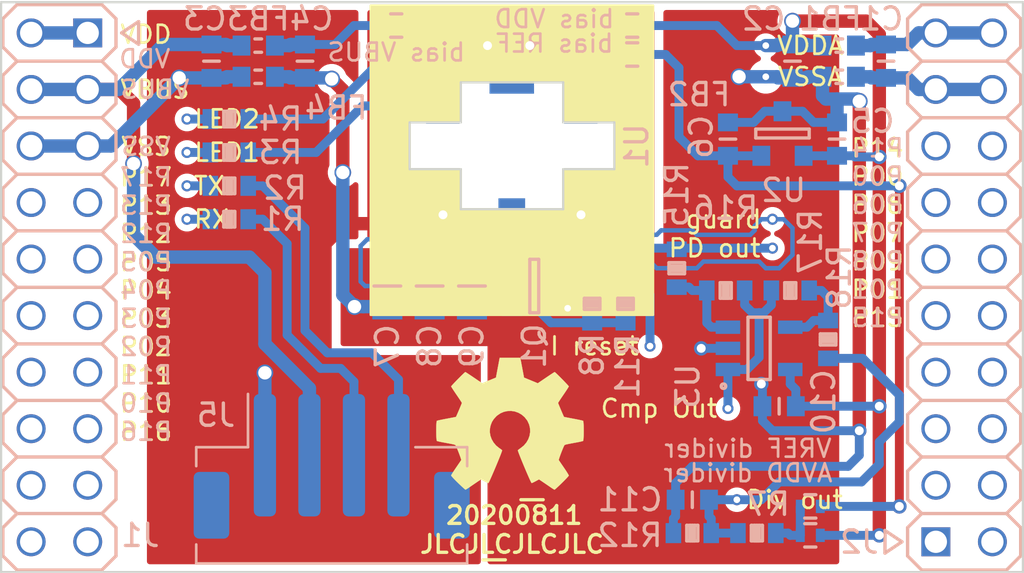
<source format=kicad_pcb>
(kicad_pcb (version 20171130) (host pcbnew 5.1.6-c6e7f7d~87~ubuntu19.10.1)

  (general
    (thickness 1.6)
    (drawings 89)
    (tracks 292)
    (zones 0)
    (modules 55)
    (nets 58)
  )

  (page A4)
  (layers
    (0 F.Cu signal)
    (31 B.Cu signal)
    (32 B.Adhes user)
    (33 F.Adhes user)
    (34 B.Paste user)
    (35 F.Paste user)
    (36 B.SilkS user)
    (37 F.SilkS user hide)
    (38 B.Mask user)
    (39 F.Mask user)
    (40 Dwgs.User user)
    (41 Cmts.User user)
    (42 Eco1.User user)
    (43 Eco2.User user)
    (44 Edge.Cuts user)
    (45 Margin user)
    (46 B.CrtYd user)
    (47 F.CrtYd user)
    (48 B.Fab user)
    (49 F.Fab user)
  )

  (setup
    (last_trace_width 0.127)
    (user_trace_width 0.15)
    (user_trace_width 0.2)
    (user_trace_width 0.3)
    (user_trace_width 0.4)
    (user_trace_width 0.6)
    (user_trace_width 1)
    (user_trace_width 1.5)
    (user_trace_width 2)
    (trace_clearance 0.127)
    (zone_clearance 0.3)
    (zone_45_only no)
    (trace_min 0.127)
    (via_size 0.6)
    (via_drill 0.3)
    (via_min_size 0.6)
    (via_min_drill 0.3)
    (user_via 0.6 0.3)
    (user_via 0.65 0.4)
    (user_via 0.75 0.6)
    (user_via 0.95 0.8)
    (user_via 1.3 1)
    (user_via 1.5 1.2)
    (user_via 1.7 1.4)
    (user_via 1.9 1.6)
    (uvia_size 0.6)
    (uvia_drill 0.3)
    (uvias_allowed no)
    (uvia_min_size 0.381)
    (uvia_min_drill 0.254)
    (edge_width 0.1)
    (segment_width 0.2)
    (pcb_text_width 0.3)
    (pcb_text_size 1.5 1.5)
    (mod_edge_width 0.15)
    (mod_text_size 0.8 0.8)
    (mod_text_width 0.12)
    (pad_size 0.5 0.5)
    (pad_drill 0.3)
    (pad_to_mask_clearance 0.1)
    (aux_axis_origin 0 0)
    (visible_elements FFFFFF7F)
    (pcbplotparams
      (layerselection 0x010fc_ffffffff)
      (usegerberextensions false)
      (usegerberattributes false)
      (usegerberadvancedattributes false)
      (creategerberjobfile false)
      (excludeedgelayer false)
      (linewidth 0.150000)
      (plotframeref false)
      (viasonmask false)
      (mode 1)
      (useauxorigin false)
      (hpglpennumber 1)
      (hpglpenspeed 20)
      (hpglpendiameter 15.000000)
      (psnegative false)
      (psa4output false)
      (plotreference true)
      (plotvalue true)
      (plotinvisibletext false)
      (padsonsilk false)
      (subtractmaskfromsilk false)
      (outputformat 1)
      (mirror false)
      (drillshape 0)
      (scaleselection 1)
      (outputdirectory "plots/"))
  )

  (net 0 "")
  (net 1 /VBUS)
  (net 2 /GPIO_13)
  (net 3 /GPIO_12)
  (net 4 /GPIO_11)
  (net 5 /GPIO_10)
  (net 6 /GPIO_09)
  (net 7 /GPIO_08)
  (net 8 /GPIO_07)
  (net 9 /GPIO_06)
  (net 10 /GPIO_05)
  (net 11 /GPIO_04)
  (net 12 /GPIO_03)
  (net 13 /GPIO_02)
  (net 14 /GPIO_01)
  (net 15 /GPIO_00)
  (net 16 /GPIO_29)
  (net 17 /GPIO_28)
  (net 18 /GPIO_27)
  (net 19 /GPIO_26)
  (net 20 /GPIO_25)
  (net 21 /GPIO_24)
  (net 22 /GPIO_23)
  (net 23 /GPIO_22)
  (net 24 /GPIO_21)
  (net 25 /GPIO_20)
  (net 26 /GPIO_19)
  (net 27 /GPIO_18)
  (net 28 /GPIO_17)
  (net 29 /GPIO_16)
  (net 30 /GPIO_15)
  (net 31 /GPIO_14)
  (net 32 /VSS)
  (net 33 /VDD)
  (net 34 /VDDA)
  (net 35 /VSSA)
  (net 36 "Net-(J5-Pad4)")
  (net 37 "Net-(J5-Pad3)")
  (net 38 /UART_RX)
  (net 39 /UART_TX)
  (net 40 /VSSA_RAW)
  (net 41 /VDDA_RAW)
  (net 42 "Net-(C4-Pad1)")
  (net 43 /VREF)
  (net 44 /PD_BIAS)
  (net 45 "Net-(R3-Pad2)")
  (net 46 /LED1)
  (net 47 "Net-(R4-Pad2)")
  (net 48 /LED2)
  (net 49 /PD_OUT_GUARD)
  (net 50 /PD_OUT)
  (net 51 "Net-(JP4-Pad2)")
  (net 52 "Net-(Q1-Pad1)")
  (net 53 /Divider_out)
  (net 54 /I_reset)
  (net 55 "Net-(R15-Pad1)")
  (net 56 /CMP_OUT)
  (net 57 "Net-(R17-Pad2)")

  (net_class Default "This is the default net class."
    (clearance 0.127)
    (trace_width 0.127)
    (via_dia 0.6)
    (via_drill 0.3)
    (uvia_dia 0.6)
    (uvia_drill 0.3)
    (add_net /CMP_OUT)
    (add_net /Divider_out)
    (add_net /GPIO_00)
    (add_net /GPIO_01)
    (add_net /GPIO_02)
    (add_net /GPIO_03)
    (add_net /GPIO_04)
    (add_net /GPIO_05)
    (add_net /GPIO_06)
    (add_net /GPIO_07)
    (add_net /GPIO_08)
    (add_net /GPIO_09)
    (add_net /GPIO_10)
    (add_net /GPIO_11)
    (add_net /GPIO_12)
    (add_net /GPIO_13)
    (add_net /GPIO_14)
    (add_net /GPIO_15)
    (add_net /GPIO_16)
    (add_net /GPIO_17)
    (add_net /GPIO_18)
    (add_net /GPIO_19)
    (add_net /GPIO_20)
    (add_net /GPIO_21)
    (add_net /GPIO_22)
    (add_net /GPIO_23)
    (add_net /GPIO_24)
    (add_net /GPIO_25)
    (add_net /GPIO_26)
    (add_net /GPIO_27)
    (add_net /GPIO_28)
    (add_net /GPIO_29)
    (add_net /I_reset)
    (add_net /LED1)
    (add_net /LED2)
    (add_net /PD_BIAS)
    (add_net /PD_OUT)
    (add_net /PD_OUT_GUARD)
    (add_net /UART_RX)
    (add_net /UART_TX)
    (add_net /VBUS)
    (add_net /VDD)
    (add_net /VDDA)
    (add_net /VDDA_RAW)
    (add_net /VREF)
    (add_net /VSS)
    (add_net /VSSA)
    (add_net /VSSA_RAW)
    (add_net "Net-(C4-Pad1)")
    (add_net "Net-(J5-Pad3)")
    (add_net "Net-(J5-Pad4)")
    (add_net "Net-(JP4-Pad2)")
    (add_net "Net-(Q1-Pad1)")
    (add_net "Net-(R15-Pad1)")
    (add_net "Net-(R17-Pad2)")
    (add_net "Net-(R3-Pad2)")
    (add_net "Net-(R4-Pad2)")
  )

  (module SquantorRcl:C_0603 (layer B.Cu) (tedit 5D4422AA) (tstamp 5F31C6C8)
    (at 93.2 95.9)
    (descr "Capacitor SMD 0603, reflow soldering, AVX (see smccp.pdf)")
    (tags "capacitor 0603")
    (path /5F328139)
    (attr smd)
    (fp_text reference C11 (at -2.8 0) (layer B.SilkS)
      (effects (font (size 1 1) (thickness 0.15)) (justify mirror))
    )
    (fp_text value 1u (at -2.8 0) (layer B.Fab)
      (effects (font (size 1 1) (thickness 0.15)) (justify mirror))
    )
    (fp_line (start -0.8 -0.4) (end -0.8 0.4) (layer B.Fab) (width 0.1))
    (fp_line (start 0.8 -0.4) (end -0.8 -0.4) (layer B.Fab) (width 0.1))
    (fp_line (start 0.8 0.4) (end 0.8 -0.4) (layer B.Fab) (width 0.1))
    (fp_line (start -0.8 0.4) (end 0.8 0.4) (layer B.Fab) (width 0.1))
    (fp_line (start -1.4 0.7) (end 1.4 0.7) (layer B.CrtYd) (width 0.05))
    (fp_line (start -1.4 -0.7) (end 1.4 -0.7) (layer B.CrtYd) (width 0.05))
    (fp_line (start -1.4 0.7) (end -1.4 -0.7) (layer B.CrtYd) (width 0.05))
    (fp_line (start 1.4 0.7) (end 1.4 -0.7) (layer B.CrtYd) (width 0.05))
    (fp_line (start 0 0.35) (end 0 -0.35) (layer B.SilkS) (width 0.15))
    (pad 2 smd rect (at 0.75 0) (size 0.8 0.9) (layers B.Cu B.Paste B.Mask)
      (net 53 /Divider_out))
    (pad 1 smd rect (at -0.75 0) (size 0.8 0.9) (layers B.Cu B.Paste B.Mask)
      (net 35 /VSSA))
    (model ${KISYS3DMOD}/Capacitor_SMD.3dshapes/C_0603_1608Metric.step
      (at (xyz 0 0 0))
      (scale (xyz 1 1 1))
      (rotate (xyz 0 0 0))
    )
  )

  (module SquantorIC:SOT23-5-Microchip-OT (layer B.Cu) (tedit 5C6B21BF) (tstamp 5F30B691)
    (at 96.2 89.1 90)
    (path /5F30EAFC)
    (fp_text reference U3 (at -1.7 -3.2 90) (layer B.SilkS)
      (effects (font (size 1 1) (thickness 0.15)) (justify mirror))
    )
    (fp_text value MCP6541 (at 0 -3 90) (layer B.Fab)
      (effects (font (size 1 1) (thickness 0.15)) (justify mirror))
    )
    (fp_line (start -1.4 0.5) (end 1.4 0.5) (layer B.SilkS) (width 0.15))
    (fp_line (start 1.4 0.5) (end 1.4 -0.5) (layer B.SilkS) (width 0.15))
    (fp_line (start 1.4 -0.5) (end -1.4 -0.5) (layer B.SilkS) (width 0.15))
    (fp_line (start -1.4 -0.5) (end -1.4 0.5) (layer B.SilkS) (width 0.15))
    (fp_circle (center -1.7 -1.6) (end -1.6 -1.6) (layer B.SilkS) (width 0.15))
    (fp_line (start -1.9 -2.3) (end 1.8 -2.3) (layer B.CrtYd) (width 0.05))
    (fp_line (start 1.8 -2.3) (end 1.8 2.3) (layer B.CrtYd) (width 0.05))
    (fp_line (start 1.8 2.3) (end -1.9 2.3) (layer B.CrtYd) (width 0.05))
    (fp_line (start -1.9 2.3) (end -1.9 -2.3) (layer B.CrtYd) (width 0.05))
    (pad 5 smd rect (at -0.95 1.4 90) (size 0.6 1.1) (layers B.Cu B.Paste B.Mask)
      (net 34 /VDDA))
    (pad 4 smd rect (at 0.95 1.4 90) (size 0.6 1.1) (layers B.Cu B.Paste B.Mask)
      (net 57 "Net-(R17-Pad2)"))
    (pad 3 smd rect (at 0.95 -1.4 90) (size 0.6 1.1) (layers B.Cu B.Paste B.Mask)
      (net 55 "Net-(R15-Pad1)"))
    (pad 2 smd rect (at 0 -1.4 90) (size 0.6 1.1) (layers B.Cu B.Paste B.Mask)
      (net 35 /VSSA))
    (pad 1 smd rect (at -0.95 -1.4 90) (size 0.6 1.1) (layers B.Cu B.Paste B.Mask)
      (net 56 /CMP_OUT))
  )

  (module SquantorTestPoints:TestPoint_hole_H03R05 (layer F.Cu) (tedit 5F2FE585) (tstamp 5F30B605)
    (at 94.8 91.8)
    (descr "Test point with 0.3mm hole and 0.5mm annular ring")
    (tags "Test point hole 0.3mm")
    (path /5F3337A1)
    (fp_text reference TP13 (at 0 -1.5) (layer F.SilkS) hide
      (effects (font (size 1 1) (thickness 0.15)))
    )
    (fp_text value "Cmp Out" (at -3.1 0) (layer F.SilkS)
      (effects (font (size 0.8 0.8) (thickness 0.12)))
    )
    (fp_circle (center 0 0) (end 0.4 0) (layer B.CrtYd) (width 0.12))
    (fp_circle (center 0 0) (end 0.4 0) (layer F.CrtYd) (width 0.12))
    (pad 1 thru_hole circle (at 0 0) (size 0.5 0.5) (drill 0.3) (layers *.Cu *.Mask)
      (net 56 /CMP_OUT))
  )

  (module SquantorRcl:R_0603_hand (layer B.Cu) (tedit 5D440259) (tstamp 5F30B56E)
    (at 99.3 88.7 90)
    (descr "Resistor SMD 0603, reflow soldering, Vishay (see dcrcw.pdf)")
    (tags "resistor 0603")
    (path /5F34DE3E)
    (attr smd)
    (fp_text reference R18 (at 2.8 0.5 90) (layer B.SilkS)
      (effects (font (size 1 1) (thickness 0.15)) (justify mirror))
    )
    (fp_text value R (at 2.8 0.3 90) (layer B.Fab)
      (effects (font (size 1 1) (thickness 0.15)) (justify mirror))
    )
    (fp_line (start -0.8 -0.4) (end -0.8 0.4) (layer B.Fab) (width 0.1))
    (fp_line (start 0.8 -0.4) (end -0.8 -0.4) (layer B.Fab) (width 0.1))
    (fp_line (start 0.8 0.4) (end 0.8 -0.4) (layer B.Fab) (width 0.1))
    (fp_line (start -0.8 0.4) (end 0.8 0.4) (layer B.Fab) (width 0.1))
    (fp_line (start -1.45 0.75) (end 1.45 0.75) (layer B.CrtYd) (width 0.05))
    (fp_line (start -1.45 -0.75) (end 1.45 -0.75) (layer B.CrtYd) (width 0.05))
    (fp_line (start -1.45 0.75) (end -1.45 -0.75) (layer B.CrtYd) (width 0.05))
    (fp_line (start 1.45 0.75) (end 1.45 -0.75) (layer B.CrtYd) (width 0.05))
    (fp_line (start 0.25 0.35) (end 0.25 -0.35) (layer B.SilkS) (width 0.15))
    (fp_line (start -0.25 -0.35) (end -0.25 0.35) (layer B.SilkS) (width 0.15))
    (fp_line (start -0.25 0.35) (end 0.25 0.35) (layer B.SilkS) (width 0.15))
    (fp_line (start 0.25 -0.35) (end -0.25 -0.35) (layer B.SilkS) (width 0.15))
    (fp_line (start -0.1 -0.35) (end -0.1 0.35) (layer B.SilkS) (width 0.15))
    (fp_line (start -0.1 0.35) (end 0.1 0.35) (layer B.SilkS) (width 0.15))
    (fp_line (start 0.1 0.35) (end 0.1 -0.35) (layer B.SilkS) (width 0.15))
    (fp_line (start 0 -0.35) (end 0 0.35) (layer B.SilkS) (width 0.15))
    (pad 2 smd rect (at 0.85 0 90) (size 0.7 0.9) (layers B.Cu B.Paste B.Mask)
      (net 57 "Net-(R17-Pad2)"))
    (pad 1 smd rect (at -0.85 0 90) (size 0.7 0.9) (layers B.Cu B.Paste B.Mask)
      (net 53 /Divider_out))
    (model ${KISYS3DMOD}/Resistor_SMD.3dshapes/R_0603_1608Metric.step
      (at (xyz 0 0 0))
      (scale (xyz 1 1 1))
      (rotate (xyz 0 0 0))
    )
  )

  (module SquantorRcl:R_0603_hand (layer B.Cu) (tedit 5D440259) (tstamp 5F30B558)
    (at 97.6 86.5)
    (descr "Resistor SMD 0603, reflow soldering, Vishay (see dcrcw.pdf)")
    (tags "resistor 0603")
    (path /5F34ED02)
    (attr smd)
    (fp_text reference R17 (at 0.9 -2.2 90) (layer B.SilkS)
      (effects (font (size 1 1) (thickness 0.15)) (justify mirror))
    )
    (fp_text value R (at 0 -1.3) (layer B.Fab)
      (effects (font (size 1 1) (thickness 0.15)) (justify mirror))
    )
    (fp_line (start -0.8 -0.4) (end -0.8 0.4) (layer B.Fab) (width 0.1))
    (fp_line (start 0.8 -0.4) (end -0.8 -0.4) (layer B.Fab) (width 0.1))
    (fp_line (start 0.8 0.4) (end 0.8 -0.4) (layer B.Fab) (width 0.1))
    (fp_line (start -0.8 0.4) (end 0.8 0.4) (layer B.Fab) (width 0.1))
    (fp_line (start -1.45 0.75) (end 1.45 0.75) (layer B.CrtYd) (width 0.05))
    (fp_line (start -1.45 -0.75) (end 1.45 -0.75) (layer B.CrtYd) (width 0.05))
    (fp_line (start -1.45 0.75) (end -1.45 -0.75) (layer B.CrtYd) (width 0.05))
    (fp_line (start 1.45 0.75) (end 1.45 -0.75) (layer B.CrtYd) (width 0.05))
    (fp_line (start 0.25 0.35) (end 0.25 -0.35) (layer B.SilkS) (width 0.15))
    (fp_line (start -0.25 -0.35) (end -0.25 0.35) (layer B.SilkS) (width 0.15))
    (fp_line (start -0.25 0.35) (end 0.25 0.35) (layer B.SilkS) (width 0.15))
    (fp_line (start 0.25 -0.35) (end -0.25 -0.35) (layer B.SilkS) (width 0.15))
    (fp_line (start -0.1 -0.35) (end -0.1 0.35) (layer B.SilkS) (width 0.15))
    (fp_line (start -0.1 0.35) (end 0.1 0.35) (layer B.SilkS) (width 0.15))
    (fp_line (start 0.1 0.35) (end 0.1 -0.35) (layer B.SilkS) (width 0.15))
    (fp_line (start 0 -0.35) (end 0 0.35) (layer B.SilkS) (width 0.15))
    (pad 2 smd rect (at 0.85 0) (size 0.7 0.9) (layers B.Cu B.Paste B.Mask)
      (net 57 "Net-(R17-Pad2)"))
    (pad 1 smd rect (at -0.85 0) (size 0.7 0.9) (layers B.Cu B.Paste B.Mask)
      (net 56 /CMP_OUT))
    (model ${KISYS3DMOD}/Resistor_SMD.3dshapes/R_0603_1608Metric.step
      (at (xyz 0 0 0))
      (scale (xyz 1 1 1))
      (rotate (xyz 0 0 0))
    )
  )

  (module SquantorRcl:R_0603_hand (layer B.Cu) (tedit 5D440259) (tstamp 5F30B542)
    (at 94.7 86.5)
    (descr "Resistor SMD 0603, reflow soldering, Vishay (see dcrcw.pdf)")
    (tags "resistor 0603")
    (path /5F34F5CC)
    (attr smd)
    (fp_text reference R16 (at 0 -3.7) (layer B.SilkS)
      (effects (font (size 1 1) (thickness 0.15)) (justify mirror))
    )
    (fp_text value R (at 0 -1.3) (layer B.Fab)
      (effects (font (size 1 1) (thickness 0.15)) (justify mirror))
    )
    (fp_line (start -0.8 -0.4) (end -0.8 0.4) (layer B.Fab) (width 0.1))
    (fp_line (start 0.8 -0.4) (end -0.8 -0.4) (layer B.Fab) (width 0.1))
    (fp_line (start 0.8 0.4) (end 0.8 -0.4) (layer B.Fab) (width 0.1))
    (fp_line (start -0.8 0.4) (end 0.8 0.4) (layer B.Fab) (width 0.1))
    (fp_line (start -1.45 0.75) (end 1.45 0.75) (layer B.CrtYd) (width 0.05))
    (fp_line (start -1.45 -0.75) (end 1.45 -0.75) (layer B.CrtYd) (width 0.05))
    (fp_line (start -1.45 0.75) (end -1.45 -0.75) (layer B.CrtYd) (width 0.05))
    (fp_line (start 1.45 0.75) (end 1.45 -0.75) (layer B.CrtYd) (width 0.05))
    (fp_line (start 0.25 0.35) (end 0.25 -0.35) (layer B.SilkS) (width 0.15))
    (fp_line (start -0.25 -0.35) (end -0.25 0.35) (layer B.SilkS) (width 0.15))
    (fp_line (start -0.25 0.35) (end 0.25 0.35) (layer B.SilkS) (width 0.15))
    (fp_line (start 0.25 -0.35) (end -0.25 -0.35) (layer B.SilkS) (width 0.15))
    (fp_line (start -0.1 -0.35) (end -0.1 0.35) (layer B.SilkS) (width 0.15))
    (fp_line (start -0.1 0.35) (end 0.1 0.35) (layer B.SilkS) (width 0.15))
    (fp_line (start 0.1 0.35) (end 0.1 -0.35) (layer B.SilkS) (width 0.15))
    (fp_line (start 0 -0.35) (end 0 0.35) (layer B.SilkS) (width 0.15))
    (pad 2 smd rect (at 0.85 0) (size 0.7 0.9) (layers B.Cu B.Paste B.Mask)
      (net 56 /CMP_OUT))
    (pad 1 smd rect (at -0.85 0) (size 0.7 0.9) (layers B.Cu B.Paste B.Mask)
      (net 55 "Net-(R15-Pad1)"))
    (model ${KISYS3DMOD}/Resistor_SMD.3dshapes/R_0603_1608Metric.step
      (at (xyz 0 0 0))
      (scale (xyz 1 1 1))
      (rotate (xyz 0 0 0))
    )
  )

  (module SquantorRcl:R_0603_hand (layer B.Cu) (tedit 5D440259) (tstamp 5F30B52C)
    (at 92.5 85.5 90)
    (descr "Resistor SMD 0603, reflow soldering, Vishay (see dcrcw.pdf)")
    (tags "resistor 0603")
    (path /5F34F0F0)
    (attr smd)
    (fp_text reference R15 (at 3.3 0 90) (layer B.SilkS)
      (effects (font (size 1 1) (thickness 0.15)) (justify mirror))
    )
    (fp_text value R (at -2.6 0.5 90) (layer B.Fab)
      (effects (font (size 1 1) (thickness 0.15)) (justify mirror))
    )
    (fp_line (start -0.8 -0.4) (end -0.8 0.4) (layer B.Fab) (width 0.1))
    (fp_line (start 0.8 -0.4) (end -0.8 -0.4) (layer B.Fab) (width 0.1))
    (fp_line (start 0.8 0.4) (end 0.8 -0.4) (layer B.Fab) (width 0.1))
    (fp_line (start -0.8 0.4) (end 0.8 0.4) (layer B.Fab) (width 0.1))
    (fp_line (start -1.45 0.75) (end 1.45 0.75) (layer B.CrtYd) (width 0.05))
    (fp_line (start -1.45 -0.75) (end 1.45 -0.75) (layer B.CrtYd) (width 0.05))
    (fp_line (start -1.45 0.75) (end -1.45 -0.75) (layer B.CrtYd) (width 0.05))
    (fp_line (start 1.45 0.75) (end 1.45 -0.75) (layer B.CrtYd) (width 0.05))
    (fp_line (start 0.25 0.35) (end 0.25 -0.35) (layer B.SilkS) (width 0.15))
    (fp_line (start -0.25 -0.35) (end -0.25 0.35) (layer B.SilkS) (width 0.15))
    (fp_line (start -0.25 0.35) (end 0.25 0.35) (layer B.SilkS) (width 0.15))
    (fp_line (start 0.25 -0.35) (end -0.25 -0.35) (layer B.SilkS) (width 0.15))
    (fp_line (start -0.1 -0.35) (end -0.1 0.35) (layer B.SilkS) (width 0.15))
    (fp_line (start -0.1 0.35) (end 0.1 0.35) (layer B.SilkS) (width 0.15))
    (fp_line (start 0.1 0.35) (end 0.1 -0.35) (layer B.SilkS) (width 0.15))
    (fp_line (start 0 -0.35) (end 0 0.35) (layer B.SilkS) (width 0.15))
    (pad 2 smd rect (at 0.85 0 90) (size 0.7 0.9) (layers B.Cu B.Paste B.Mask)
      (net 50 /PD_OUT))
    (pad 1 smd rect (at -0.85 0 90) (size 0.7 0.9) (layers B.Cu B.Paste B.Mask)
      (net 55 "Net-(R15-Pad1)"))
    (model ${KISYS3DMOD}/Resistor_SMD.3dshapes/R_0603_1608Metric.step
      (at (xyz 0 0 0))
      (scale (xyz 1 1 1))
      (rotate (xyz 0 0 0))
    )
  )

  (module SquantorRcl:C_0603 (layer B.Cu) (tedit 5D4422AA) (tstamp 5F30AFA4)
    (at 97.1 91.7 180)
    (descr "Capacitor SMD 0603, reflow soldering, AVX (see smccp.pdf)")
    (tags "capacitor 0603")
    (path /5F311417)
    (attr smd)
    (fp_text reference C10 (at -2 0.2 270) (layer B.SilkS)
      (effects (font (size 1 1) (thickness 0.15)) (justify mirror))
    )
    (fp_text value 1u (at -2 0.3 270) (layer B.Fab)
      (effects (font (size 1 1) (thickness 0.15)) (justify mirror))
    )
    (fp_line (start -0.8 -0.4) (end -0.8 0.4) (layer B.Fab) (width 0.1))
    (fp_line (start 0.8 -0.4) (end -0.8 -0.4) (layer B.Fab) (width 0.1))
    (fp_line (start 0.8 0.4) (end 0.8 -0.4) (layer B.Fab) (width 0.1))
    (fp_line (start -0.8 0.4) (end 0.8 0.4) (layer B.Fab) (width 0.1))
    (fp_line (start -1.4 0.7) (end 1.4 0.7) (layer B.CrtYd) (width 0.05))
    (fp_line (start -1.4 -0.7) (end 1.4 -0.7) (layer B.CrtYd) (width 0.05))
    (fp_line (start -1.4 0.7) (end -1.4 -0.7) (layer B.CrtYd) (width 0.05))
    (fp_line (start 1.4 0.7) (end 1.4 -0.7) (layer B.CrtYd) (width 0.05))
    (fp_line (start 0 0.35) (end 0 -0.35) (layer B.SilkS) (width 0.15))
    (pad 2 smd rect (at 0.75 0 180) (size 0.8 0.9) (layers B.Cu B.Paste B.Mask)
      (net 35 /VSSA))
    (pad 1 smd rect (at -0.75 0 180) (size 0.8 0.9) (layers B.Cu B.Paste B.Mask)
      (net 34 /VDDA))
    (model ${KISYS3DMOD}/Capacitor_SMD.3dshapes/C_0603_1608Metric.step
      (at (xyz 0 0 0))
      (scale (xyz 1 1 1))
      (rotate (xyz 0 0 0))
    )
  )

  (module SquantorTestPoints:TestPoint_hole_H03R05 (layer F.Cu) (tedit 5F2FE585) (tstamp 5F3098FD)
    (at 91.3 89)
    (descr "Test point with 0.3mm hole and 0.5mm annular ring")
    (tags "Test point hole 0.3mm")
    (path /5F3CE4E3)
    (fp_text reference TP12 (at 2.2 0) (layer F.SilkS) hide
      (effects (font (size 1 1) (thickness 0.15)))
    )
    (fp_text value "I reset" (at -2.5 0) (layer F.SilkS)
      (effects (font (size 0.8 0.8) (thickness 0.12)))
    )
    (fp_circle (center 0 0) (end 0.4 0) (layer B.CrtYd) (width 0.12))
    (fp_circle (center 0 0) (end 0.4 0) (layer F.CrtYd) (width 0.12))
    (pad 1 thru_hole circle (at 0 0) (size 0.5 0.5) (drill 0.3) (layers *.Cu *.Mask)
      (net 54 /I_reset))
  )

  (module SquantorTestPoints:TestPoint_hole_H03R05 (layer F.Cu) (tedit 5F2FE585) (tstamp 5F3098F6)
    (at 95.2 95.9)
    (descr "Test point with 0.3mm hole and 0.5mm annular ring")
    (tags "Test point hole 0.3mm")
    (path /5F5119A4)
    (fp_text reference TP11 (at 2.7 -2.2) (layer F.SilkS) hide
      (effects (font (size 1 1) (thickness 0.15)))
    )
    (fp_text value "Div out" (at 2.6 0) (layer F.SilkS)
      (effects (font (size 0.8 0.8) (thickness 0.12)))
    )
    (fp_circle (center 0 0) (end 0.4 0) (layer B.CrtYd) (width 0.12))
    (fp_circle (center 0 0) (end 0.4 0) (layer F.CrtYd) (width 0.12))
    (pad 1 thru_hole circle (at 0 0) (size 0.5 0.5) (drill 0.3) (layers *.Cu *.Mask)
      (net 53 /Divider_out))
  )

  (module SquantorTestPoints:TestPoint_hole_H03R05 (layer F.Cu) (tedit 5F2FE585) (tstamp 5F3098EF)
    (at 96.8 84.6)
    (descr "Test point with 0.3mm hole and 0.5mm annular ring")
    (tags "Test point hole 0.3mm")
    (path /5F3C5825)
    (fp_text reference TP10 (at 0 -1.5) (layer F.SilkS) hide
      (effects (font (size 1 1) (thickness 0.15)))
    )
    (fp_text value "PD out" (at -2.6 0) (layer F.SilkS)
      (effects (font (size 0.8 0.8) (thickness 0.12)))
    )
    (fp_circle (center 0 0) (end 0.4 0) (layer B.CrtYd) (width 0.12))
    (fp_circle (center 0 0) (end 0.4 0) (layer F.CrtYd) (width 0.12))
    (pad 1 thru_hole circle (at 0 0) (size 0.5 0.5) (drill 0.3) (layers *.Cu *.Mask)
      (net 50 /PD_OUT))
  )

  (module SquantorTestPoints:TestPoint_hole_H03R05 (layer F.Cu) (tedit 5F2FE585) (tstamp 5F3098E8)
    (at 96.8 83.3)
    (descr "Test point with 0.3mm hole and 0.5mm annular ring")
    (tags "Test point hole 0.3mm")
    (path /5F31E965)
    (fp_text reference TP9 (at 0 -1.5) (layer F.SilkS) hide
      (effects (font (size 1 1) (thickness 0.15)))
    )
    (fp_text value guard (at -2.2 0) (layer F.SilkS)
      (effects (font (size 0.8 0.8) (thickness 0.12)))
    )
    (fp_circle (center 0 0) (end 0.4 0) (layer B.CrtYd) (width 0.12))
    (fp_circle (center 0 0) (end 0.4 0) (layer F.CrtYd) (width 0.12))
    (pad 1 thru_hole circle (at 0 0) (size 0.5 0.5) (drill 0.3) (layers *.Cu *.Mask)
      (net 49 /PD_OUT_GUARD))
  )

  (module SquantorRcl:R_0603_hand (layer B.Cu) (tedit 5D440259) (tstamp 5F309855)
    (at 93.2 97.4)
    (descr "Resistor SMD 0603, reflow soldering, Vishay (see dcrcw.pdf)")
    (tags "resistor 0603")
    (path /5F4E2B8C)
    (attr smd)
    (fp_text reference R12 (at -2.8 0.1) (layer B.SilkS)
      (effects (font (size 1 1) (thickness 0.15)) (justify mirror))
    )
    (fp_text value R (at -2.8 0.1) (layer B.Fab)
      (effects (font (size 1 1) (thickness 0.15)) (justify mirror))
    )
    (fp_line (start -0.8 -0.4) (end -0.8 0.4) (layer B.Fab) (width 0.1))
    (fp_line (start 0.8 -0.4) (end -0.8 -0.4) (layer B.Fab) (width 0.1))
    (fp_line (start 0.8 0.4) (end 0.8 -0.4) (layer B.Fab) (width 0.1))
    (fp_line (start -0.8 0.4) (end 0.8 0.4) (layer B.Fab) (width 0.1))
    (fp_line (start -1.45 0.75) (end 1.45 0.75) (layer B.CrtYd) (width 0.05))
    (fp_line (start -1.45 -0.75) (end 1.45 -0.75) (layer B.CrtYd) (width 0.05))
    (fp_line (start -1.45 0.75) (end -1.45 -0.75) (layer B.CrtYd) (width 0.05))
    (fp_line (start 1.45 0.75) (end 1.45 -0.75) (layer B.CrtYd) (width 0.05))
    (fp_line (start 0.25 0.35) (end 0.25 -0.35) (layer B.SilkS) (width 0.15))
    (fp_line (start -0.25 -0.35) (end -0.25 0.35) (layer B.SilkS) (width 0.15))
    (fp_line (start -0.25 0.35) (end 0.25 0.35) (layer B.SilkS) (width 0.15))
    (fp_line (start 0.25 -0.35) (end -0.25 -0.35) (layer B.SilkS) (width 0.15))
    (fp_line (start -0.1 -0.35) (end -0.1 0.35) (layer B.SilkS) (width 0.15))
    (fp_line (start -0.1 0.35) (end 0.1 0.35) (layer B.SilkS) (width 0.15))
    (fp_line (start 0.1 0.35) (end 0.1 -0.35) (layer B.SilkS) (width 0.15))
    (fp_line (start 0 -0.35) (end 0 0.35) (layer B.SilkS) (width 0.15))
    (pad 2 smd rect (at 0.85 0) (size 0.7 0.9) (layers B.Cu B.Paste B.Mask)
      (net 53 /Divider_out))
    (pad 1 smd rect (at -0.85 0) (size 0.7 0.9) (layers B.Cu B.Paste B.Mask)
      (net 35 /VSSA))
    (model ${KISYS3DMOD}/Resistor_SMD.3dshapes/R_0603_1608Metric.step
      (at (xyz 0 0 0))
      (scale (xyz 1 1 1))
      (rotate (xyz 0 0 0))
    )
  )

  (module SquantorRcl:R_0603_hand (layer B.Cu) (tedit 5D440259) (tstamp 5F30983F)
    (at 90.2 87.1 90)
    (descr "Resistor SMD 0603, reflow soldering, Vishay (see dcrcw.pdf)")
    (tags "resistor 0603")
    (path /5F3B58A6)
    (attr smd)
    (fp_text reference R11 (at -2.8 0.1 90) (layer B.SilkS)
      (effects (font (size 1 1) (thickness 0.15)) (justify mirror))
    )
    (fp_text value 4K7 (at -2.8 0 90) (layer B.Fab)
      (effects (font (size 1 1) (thickness 0.15)) (justify mirror))
    )
    (fp_line (start -0.8 -0.4) (end -0.8 0.4) (layer B.Fab) (width 0.1))
    (fp_line (start 0.8 -0.4) (end -0.8 -0.4) (layer B.Fab) (width 0.1))
    (fp_line (start 0.8 0.4) (end 0.8 -0.4) (layer B.Fab) (width 0.1))
    (fp_line (start -0.8 0.4) (end 0.8 0.4) (layer B.Fab) (width 0.1))
    (fp_line (start -1.45 0.75) (end 1.45 0.75) (layer B.CrtYd) (width 0.05))
    (fp_line (start -1.45 -0.75) (end 1.45 -0.75) (layer B.CrtYd) (width 0.05))
    (fp_line (start -1.45 0.75) (end -1.45 -0.75) (layer B.CrtYd) (width 0.05))
    (fp_line (start 1.45 0.75) (end 1.45 -0.75) (layer B.CrtYd) (width 0.05))
    (fp_line (start 0.25 0.35) (end 0.25 -0.35) (layer B.SilkS) (width 0.15))
    (fp_line (start -0.25 -0.35) (end -0.25 0.35) (layer B.SilkS) (width 0.15))
    (fp_line (start -0.25 0.35) (end 0.25 0.35) (layer B.SilkS) (width 0.15))
    (fp_line (start 0.25 -0.35) (end -0.25 -0.35) (layer B.SilkS) (width 0.15))
    (fp_line (start -0.1 -0.35) (end -0.1 0.35) (layer B.SilkS) (width 0.15))
    (fp_line (start -0.1 0.35) (end 0.1 0.35) (layer B.SilkS) (width 0.15))
    (fp_line (start 0.1 0.35) (end 0.1 -0.35) (layer B.SilkS) (width 0.15))
    (fp_line (start 0 -0.35) (end 0 0.35) (layer B.SilkS) (width 0.15))
    (pad 2 smd rect (at 0.85 0 90) (size 0.7 0.9) (layers B.Cu B.Paste B.Mask)
      (net 54 /I_reset))
    (pad 1 smd rect (at -0.85 0 90) (size 0.7 0.9) (layers B.Cu B.Paste B.Mask)
      (net 52 "Net-(Q1-Pad1)"))
    (model ${KISYS3DMOD}/Resistor_SMD.3dshapes/R_0603_1608Metric.step
      (at (xyz 0 0 0))
      (scale (xyz 1 1 1))
      (rotate (xyz 0 0 0))
    )
  )

  (module SquantorRcl:R_0603_hand (layer B.Cu) (tedit 5D440259) (tstamp 5F3097FD)
    (at 88.7 87.1 270)
    (descr "Resistor SMD 0603, reflow soldering, Vishay (see dcrcw.pdf)")
    (tags "resistor 0603")
    (path /5F3AF303)
    (attr smd)
    (fp_text reference R8 (at 2.3 0 90) (layer B.SilkS)
      (effects (font (size 1 1) (thickness 0.15)) (justify mirror))
    )
    (fp_text value 100K (at 3.3 0 90) (layer B.Fab)
      (effects (font (size 1 1) (thickness 0.15)) (justify mirror))
    )
    (fp_line (start -0.8 -0.4) (end -0.8 0.4) (layer B.Fab) (width 0.1))
    (fp_line (start 0.8 -0.4) (end -0.8 -0.4) (layer B.Fab) (width 0.1))
    (fp_line (start 0.8 0.4) (end 0.8 -0.4) (layer B.Fab) (width 0.1))
    (fp_line (start -0.8 0.4) (end 0.8 0.4) (layer B.Fab) (width 0.1))
    (fp_line (start -1.45 0.75) (end 1.45 0.75) (layer B.CrtYd) (width 0.05))
    (fp_line (start -1.45 -0.75) (end 1.45 -0.75) (layer B.CrtYd) (width 0.05))
    (fp_line (start -1.45 0.75) (end -1.45 -0.75) (layer B.CrtYd) (width 0.05))
    (fp_line (start 1.45 0.75) (end 1.45 -0.75) (layer B.CrtYd) (width 0.05))
    (fp_line (start 0.25 0.35) (end 0.25 -0.35) (layer B.SilkS) (width 0.15))
    (fp_line (start -0.25 -0.35) (end -0.25 0.35) (layer B.SilkS) (width 0.15))
    (fp_line (start -0.25 0.35) (end 0.25 0.35) (layer B.SilkS) (width 0.15))
    (fp_line (start 0.25 -0.35) (end -0.25 -0.35) (layer B.SilkS) (width 0.15))
    (fp_line (start -0.1 -0.35) (end -0.1 0.35) (layer B.SilkS) (width 0.15))
    (fp_line (start -0.1 0.35) (end 0.1 0.35) (layer B.SilkS) (width 0.15))
    (fp_line (start 0.1 0.35) (end 0.1 -0.35) (layer B.SilkS) (width 0.15))
    (fp_line (start 0 -0.35) (end 0 0.35) (layer B.SilkS) (width 0.15))
    (pad 2 smd rect (at 0.85 0 270) (size 0.7 0.9) (layers B.Cu B.Paste B.Mask)
      (net 52 "Net-(Q1-Pad1)"))
    (pad 1 smd rect (at -0.85 0 270) (size 0.7 0.9) (layers B.Cu B.Paste B.Mask)
      (net 35 /VSSA))
    (model ${KISYS3DMOD}/Resistor_SMD.3dshapes/R_0603_1608Metric.step
      (at (xyz 0 0 0))
      (scale (xyz 1 1 1))
      (rotate (xyz 0 0 0))
    )
  )

  (module SquantorRcl:R_0603_hand (layer B.Cu) (tedit 5D440259) (tstamp 5F3097E7)
    (at 96.1 97.4)
    (descr "Resistor SMD 0603, reflow soldering, Vishay (see dcrcw.pdf)")
    (tags "resistor 0603")
    (path /5F48E66A)
    (attr smd)
    (fp_text reference R7 (at 0.5 -1.3) (layer B.SilkS)
      (effects (font (size 1 1) (thickness 0.15)) (justify mirror))
    )
    (fp_text value R (at 0.5 -1.3) (layer B.Fab)
      (effects (font (size 1 1) (thickness 0.15)) (justify mirror))
    )
    (fp_line (start -0.8 -0.4) (end -0.8 0.4) (layer B.Fab) (width 0.1))
    (fp_line (start 0.8 -0.4) (end -0.8 -0.4) (layer B.Fab) (width 0.1))
    (fp_line (start 0.8 0.4) (end 0.8 -0.4) (layer B.Fab) (width 0.1))
    (fp_line (start -0.8 0.4) (end 0.8 0.4) (layer B.Fab) (width 0.1))
    (fp_line (start -1.45 0.75) (end 1.45 0.75) (layer B.CrtYd) (width 0.05))
    (fp_line (start -1.45 -0.75) (end 1.45 -0.75) (layer B.CrtYd) (width 0.05))
    (fp_line (start -1.45 0.75) (end -1.45 -0.75) (layer B.CrtYd) (width 0.05))
    (fp_line (start 1.45 0.75) (end 1.45 -0.75) (layer B.CrtYd) (width 0.05))
    (fp_line (start 0.25 0.35) (end 0.25 -0.35) (layer B.SilkS) (width 0.15))
    (fp_line (start -0.25 -0.35) (end -0.25 0.35) (layer B.SilkS) (width 0.15))
    (fp_line (start -0.25 0.35) (end 0.25 0.35) (layer B.SilkS) (width 0.15))
    (fp_line (start 0.25 -0.35) (end -0.25 -0.35) (layer B.SilkS) (width 0.15))
    (fp_line (start -0.1 -0.35) (end -0.1 0.35) (layer B.SilkS) (width 0.15))
    (fp_line (start -0.1 0.35) (end 0.1 0.35) (layer B.SilkS) (width 0.15))
    (fp_line (start 0.1 0.35) (end 0.1 -0.35) (layer B.SilkS) (width 0.15))
    (fp_line (start 0 -0.35) (end 0 0.35) (layer B.SilkS) (width 0.15))
    (pad 2 smd rect (at 0.85 0) (size 0.7 0.9) (layers B.Cu B.Paste B.Mask)
      (net 51 "Net-(JP4-Pad2)"))
    (pad 1 smd rect (at -0.85 0) (size 0.7 0.9) (layers B.Cu B.Paste B.Mask)
      (net 53 /Divider_out))
    (model ${KISYS3DMOD}/Resistor_SMD.3dshapes/R_0603_1608Metric.step
      (at (xyz 0 0 0))
      (scale (xyz 1 1 1))
      (rotate (xyz 0 0 0))
    )
  )

  (module SquantorIC:SOT23-3 (layer B.Cu) (tedit 5D43446D) (tstamp 5F3096FD)
    (at 86.1 86.3 90)
    (path /5F39FB42)
    (fp_text reference Q1 (at -2.7 0 90) (layer B.SilkS)
      (effects (font (size 1 1) (thickness 0.15)) (justify mirror))
    )
    (fp_text value BC846 (at -4 0 90) (layer B.Fab)
      (effects (font (size 1 1) (thickness 0.15)) (justify mirror))
    )
    (fp_line (start -1.2 0.2) (end 1.2 0.2) (layer B.SilkS) (width 0.15))
    (fp_line (start 1.2 0.2) (end 1.2 -0.2) (layer B.SilkS) (width 0.15))
    (fp_line (start 1.2 -0.2) (end -1.2 -0.2) (layer B.SilkS) (width 0.15))
    (fp_line (start -1.2 -0.2) (end -1.2 0.2) (layer B.SilkS) (width 0.15))
    (fp_line (start -1.7 -1.8) (end 1.7 -1.8) (layer B.CrtYd) (width 0.05))
    (fp_line (start -1.7 -1.8) (end -1.7 1.1) (layer B.CrtYd) (width 0.05))
    (fp_line (start -1.7 1.1) (end -0.7 1.1) (layer B.CrtYd) (width 0.05))
    (fp_line (start -0.7 1.1) (end -0.7 1.8) (layer B.CrtYd) (width 0.05))
    (fp_line (start -0.7 1.8) (end 0.7 1.8) (layer B.CrtYd) (width 0.05))
    (fp_line (start 0.7 1.8) (end 0.7 1.1) (layer B.CrtYd) (width 0.05))
    (fp_line (start 0.7 1.1) (end 1.7 1.1) (layer B.CrtYd) (width 0.05))
    (fp_line (start 1.7 1.1) (end 1.7 -1.8) (layer B.CrtYd) (width 0.05))
    (pad 3 smd rect (at 0 1 90) (size 0.8 0.9) (layers B.Cu B.Paste B.Mask)
      (net 35 /VSSA))
    (pad 2 smd rect (at 0.95 -1 90) (size 0.8 0.9) (layers B.Cu B.Paste B.Mask)
      (net 50 /PD_OUT))
    (pad 1 smd rect (at -0.95 -1 90) (size 0.8 0.9) (layers B.Cu B.Paste B.Mask)
      (net 52 "Net-(Q1-Pad1)"))
    (model ${KISYS3DMOD}/Package_TO_SOT_SMD.3dshapes/SOT-23.step
      (at (xyz 0 0 0))
      (scale (xyz 1 1 1))
      (rotate (xyz 0 0 -90))
    )
  )

  (module SquantorSpecial:solder_jumper_2way_noconn (layer B.Cu) (tedit 5C9BE0F0) (tstamp 5F3096D2)
    (at 98.5 96.2 180)
    (descr "Resistor SMD 0402, reflow soldering, Vishay (see dcrcw.pdf)")
    (tags "resistor 0402")
    (path /5F474801)
    (attr smd)
    (fp_text reference JP5 (at -2.2 -0.1) (layer B.SilkS) hide
      (effects (font (size 1 1) (thickness 0.15)) (justify mirror))
    )
    (fp_text value "VREF divider" (at 2.8 2.6) (layer B.SilkS)
      (effects (font (size 0.8 0.8) (thickness 0.12)) (justify mirror))
    )
    (fp_line (start -0.5 -0.25) (end -0.5 0.25) (layer B.Fab) (width 0.1))
    (fp_line (start 0.5 -0.25) (end -0.5 -0.25) (layer B.Fab) (width 0.1))
    (fp_line (start 0.5 0.25) (end 0.5 -0.25) (layer B.Fab) (width 0.1))
    (fp_line (start -0.5 0.25) (end 0.5 0.25) (layer B.Fab) (width 0.1))
    (fp_line (start -0.95 0.65) (end 0.95 0.65) (layer B.CrtYd) (width 0.05))
    (fp_line (start -0.95 -0.65) (end 0.95 -0.65) (layer B.CrtYd) (width 0.05))
    (fp_line (start -0.95 0.65) (end -0.95 -0.65) (layer B.CrtYd) (width 0.05))
    (fp_line (start 0.95 0.65) (end 0.95 -0.65) (layer B.CrtYd) (width 0.05))
    (fp_line (start 0.25 0.525) (end -0.25 0.525) (layer B.SilkS) (width 0.15))
    (fp_line (start -0.25 -0.525) (end 0.25 -0.525) (layer B.SilkS) (width 0.15))
    (pad 2 smd rect (at 0.45 0 180) (size 0.4 0.6) (layers B.Cu B.Mask)
      (net 51 "Net-(JP4-Pad2)"))
    (pad 1 smd rect (at -0.45 0 180) (size 0.4 0.6) (layers B.Cu B.Mask)
      (net 43 /VREF))
    (model Resistors_SMD.3dshapes/R_0402.wrl
      (at (xyz 0 0 0))
      (scale (xyz 1 1 1))
      (rotate (xyz 0 0 0))
    )
  )

  (module SquantorSpecial:solder_jumper_2way_noconn (layer B.Cu) (tedit 5C9BE0F0) (tstamp 5F3096C2)
    (at 98.5 97.5 180)
    (descr "Resistor SMD 0402, reflow soldering, Vishay (see dcrcw.pdf)")
    (tags "resistor 0402")
    (path /5F4739A8)
    (attr smd)
    (fp_text reference JP4 (at 0 1.8) (layer B.SilkS) hide
      (effects (font (size 1 1) (thickness 0.15)) (justify mirror))
    )
    (fp_text value "AVDD divider" (at 2.8 2.8) (layer B.SilkS)
      (effects (font (size 0.8 0.8) (thickness 0.12)) (justify mirror))
    )
    (fp_line (start -0.5 -0.25) (end -0.5 0.25) (layer B.Fab) (width 0.1))
    (fp_line (start 0.5 -0.25) (end -0.5 -0.25) (layer B.Fab) (width 0.1))
    (fp_line (start 0.5 0.25) (end 0.5 -0.25) (layer B.Fab) (width 0.1))
    (fp_line (start -0.5 0.25) (end 0.5 0.25) (layer B.Fab) (width 0.1))
    (fp_line (start -0.95 0.65) (end 0.95 0.65) (layer B.CrtYd) (width 0.05))
    (fp_line (start -0.95 -0.65) (end 0.95 -0.65) (layer B.CrtYd) (width 0.05))
    (fp_line (start -0.95 0.65) (end -0.95 -0.65) (layer B.CrtYd) (width 0.05))
    (fp_line (start 0.95 0.65) (end 0.95 -0.65) (layer B.CrtYd) (width 0.05))
    (fp_line (start 0.25 0.525) (end -0.25 0.525) (layer B.SilkS) (width 0.15))
    (fp_line (start -0.25 -0.525) (end 0.25 -0.525) (layer B.SilkS) (width 0.15))
    (pad 2 smd rect (at 0.45 0 180) (size 0.4 0.6) (layers B.Cu B.Mask)
      (net 51 "Net-(JP4-Pad2)"))
    (pad 1 smd rect (at -0.45 0 180) (size 0.4 0.6) (layers B.Cu B.Mask)
      (net 34 /VDDA))
    (model Resistors_SMD.3dshapes/R_0402.wrl
      (at (xyz 0 0 0))
      (scale (xyz 1 1 1))
      (rotate (xyz 0 0 0))
    )
  )

  (module SquantorRcl:C_0805+0603 (layer B.Cu) (tedit 5D4424FD) (tstamp 5F309404)
    (at 83.3 86.3 270)
    (descr "Capacitor SMD 0805 and 0603 pad sizes, reflow soldering, based on AVX dimensions")
    (tags "capacitor 0805 0603 mixed")
    (path /5F38C9B5)
    (attr smd)
    (fp_text reference C9 (at 2.7 0 90) (layer B.SilkS)
      (effects (font (size 1 1) (thickness 0.15)) (justify mirror))
    )
    (fp_text value 4n7 (at 0 -2.1 90) (layer B.Fab)
      (effects (font (size 1 1) (thickness 0.15)) (justify mirror))
    )
    (fp_line (start 1.75 0.95) (end 1.75 -0.95) (layer B.CrtYd) (width 0.05))
    (fp_line (start -1.75 0.95) (end -1.75 -0.95) (layer B.CrtYd) (width 0.05))
    (fp_line (start -1.75 -0.95) (end 1.75 -0.95) (layer B.CrtYd) (width 0.05))
    (fp_line (start -1.75 0.95) (end 1.75 0.95) (layer B.CrtYd) (width 0.05))
    (fp_line (start -0.9 0.625) (end 0.9 0.625) (layer B.Fab) (width 0.1))
    (fp_line (start 0.9 0.625) (end 0.9 -0.625) (layer B.Fab) (width 0.1))
    (fp_line (start 0.9 -0.625) (end -0.9 -0.625) (layer B.Fab) (width 0.1))
    (fp_line (start -0.9 -0.625) (end -0.9 0.625) (layer B.Fab) (width 0.1))
    (fp_line (start 0 0.6) (end 0 -0.6) (layer B.SilkS) (width 0.15))
    (pad 1 smd rect (at -0.925 0 270) (size 1.15 1.35) (layers B.Cu B.Paste B.Mask)
      (net 50 /PD_OUT))
    (pad 2 smd rect (at 0.925 0 270) (size 1.15 1.35) (layers B.Cu B.Paste B.Mask)
      (net 35 /VSSA))
    (model ${KISYS3DMOD}/Capacitor_SMD.3dshapes/C_0805_2012Metric.step
      (at (xyz 0 0 0))
      (scale (xyz 1 1 1))
      (rotate (xyz 0 0 0))
    )
  )

  (module SquantorRcl:C_0805+0603 (layer B.Cu) (tedit 5D4424FD) (tstamp 5F3093F5)
    (at 81.4 86.3 270)
    (descr "Capacitor SMD 0805 and 0603 pad sizes, reflow soldering, based on AVX dimensions")
    (tags "capacitor 0805 0603 mixed")
    (path /5F38C809)
    (attr smd)
    (fp_text reference C8 (at 2.7 0 90) (layer B.SilkS)
      (effects (font (size 1 1) (thickness 0.15)) (justify mirror))
    )
    (fp_text value 4n7 (at 0 -2.1 90) (layer B.Fab)
      (effects (font (size 1 1) (thickness 0.15)) (justify mirror))
    )
    (fp_line (start 1.75 0.95) (end 1.75 -0.95) (layer B.CrtYd) (width 0.05))
    (fp_line (start -1.75 0.95) (end -1.75 -0.95) (layer B.CrtYd) (width 0.05))
    (fp_line (start -1.75 -0.95) (end 1.75 -0.95) (layer B.CrtYd) (width 0.05))
    (fp_line (start -1.75 0.95) (end 1.75 0.95) (layer B.CrtYd) (width 0.05))
    (fp_line (start -0.9 0.625) (end 0.9 0.625) (layer B.Fab) (width 0.1))
    (fp_line (start 0.9 0.625) (end 0.9 -0.625) (layer B.Fab) (width 0.1))
    (fp_line (start 0.9 -0.625) (end -0.9 -0.625) (layer B.Fab) (width 0.1))
    (fp_line (start -0.9 -0.625) (end -0.9 0.625) (layer B.Fab) (width 0.1))
    (fp_line (start 0 0.6) (end 0 -0.6) (layer B.SilkS) (width 0.15))
    (pad 1 smd rect (at -0.925 0 270) (size 1.15 1.35) (layers B.Cu B.Paste B.Mask)
      (net 50 /PD_OUT))
    (pad 2 smd rect (at 0.925 0 270) (size 1.15 1.35) (layers B.Cu B.Paste B.Mask)
      (net 35 /VSSA))
    (model ${KISYS3DMOD}/Capacitor_SMD.3dshapes/C_0805_2012Metric.step
      (at (xyz 0 0 0))
      (scale (xyz 1 1 1))
      (rotate (xyz 0 0 0))
    )
  )

  (module SquantorRcl:C_0805+0603 (layer B.Cu) (tedit 5D4424FD) (tstamp 5F3093E6)
    (at 79.5 86.3 270)
    (descr "Capacitor SMD 0805 and 0603 pad sizes, reflow soldering, based on AVX dimensions")
    (tags "capacitor 0805 0603 mixed")
    (path /5F3819D6)
    (attr smd)
    (fp_text reference C7 (at 2.7 0 90) (layer B.SilkS)
      (effects (font (size 1 1) (thickness 0.15)) (justify mirror))
    )
    (fp_text value 4n7 (at 0 -2.1 90) (layer B.Fab)
      (effects (font (size 1 1) (thickness 0.15)) (justify mirror))
    )
    (fp_line (start 1.75 0.95) (end 1.75 -0.95) (layer B.CrtYd) (width 0.05))
    (fp_line (start -1.75 0.95) (end -1.75 -0.95) (layer B.CrtYd) (width 0.05))
    (fp_line (start -1.75 -0.95) (end 1.75 -0.95) (layer B.CrtYd) (width 0.05))
    (fp_line (start -1.75 0.95) (end 1.75 0.95) (layer B.CrtYd) (width 0.05))
    (fp_line (start -0.9 0.625) (end 0.9 0.625) (layer B.Fab) (width 0.1))
    (fp_line (start 0.9 0.625) (end 0.9 -0.625) (layer B.Fab) (width 0.1))
    (fp_line (start 0.9 -0.625) (end -0.9 -0.625) (layer B.Fab) (width 0.1))
    (fp_line (start -0.9 -0.625) (end -0.9 0.625) (layer B.Fab) (width 0.1))
    (fp_line (start 0 0.6) (end 0 -0.6) (layer B.SilkS) (width 0.15))
    (pad 1 smd rect (at -0.925 0 270) (size 1.15 1.35) (layers B.Cu B.Paste B.Mask)
      (net 50 /PD_OUT))
    (pad 2 smd rect (at 0.925 0 270) (size 1.15 1.35) (layers B.Cu B.Paste B.Mask)
      (net 35 /VSSA))
    (model ${KISYS3DMOD}/Capacitor_SMD.3dshapes/C_0805_2012Metric.step
      (at (xyz 0 0 0))
      (scale (xyz 1 1 1))
      (rotate (xyz 0 0 0))
    )
  )

  (module SquantorTestPoints:TestPoint_pad_circle_D05 (layer B.Cu) (tedit 5F3453E6) (tstamp 5F2FE049)
    (at 83.8 83.5)
    (descr "Test circular pad with 0.5mm diameter")
    (tags "Test pad 0.5mm")
    (path /5F35EBAD)
    (fp_text reference TP6 (at -1.8 0.1) (layer B.SilkS) hide
      (effects (font (size 1 1) (thickness 0.15)) (justify mirror))
    )
    (fp_text value guard (at -2.6 -0.1) (layer B.SilkS) hide
      (effects (font (size 1 1) (thickness 0.15)) (justify mirror))
    )
    (fp_circle (center 0 0) (end 0.4 0) (layer F.CrtYd) (width 0.12))
    (fp_circle (center 0 0) (end 0.4 0) (layer B.CrtYd) (width 0.12))
    (pad 1 smd circle (at 0 0) (size 0.5 0.5) (layers B.Cu B.Mask)
      (net 49 /PD_OUT_GUARD))
  )

  (module SquantorTestPoints:TestPoint_pad_circle_D05 (layer B.Cu) (tedit 5F3453E6) (tstamp 5F2FE041)
    (at 86.4 83.5)
    (descr "Test circular pad with 0.5mm diameter")
    (tags "Test pad 0.5mm")
    (path /5F366186)
    (fp_text reference TP5 (at 1.8 0) (layer B.SilkS) hide
      (effects (font (size 1 1) (thickness 0.15)) (justify mirror))
    )
    (fp_text value guard (at 2.5 0) (layer B.SilkS) hide
      (effects (font (size 1 1) (thickness 0.15)) (justify mirror))
    )
    (fp_circle (center 0 0) (end 0.4 0) (layer F.CrtYd) (width 0.12))
    (fp_circle (center 0 0) (end 0.4 0) (layer B.CrtYd) (width 0.12))
    (pad 1 smd circle (at 0 0) (size 0.5 0.5) (layers B.Cu B.Mask)
      (net 49 /PD_OUT_GUARD))
  )

  (module SquantorTestPoints:TestPoint_hole_H03R05 (layer F.Cu) (tedit 5F2FE585) (tstamp 5F301E06)
    (at 96.5 76.9)
    (descr "Test point with 0.3mm hole and 0.5mm annular ring")
    (tags "Test point hole 0.3mm")
    (path /5F345FFB)
    (fp_text reference TP8 (at -1.7 -0.5) (layer F.SilkS) hide
      (effects (font (size 0.8 0.8) (thickness 0.12)))
    )
    (fp_text value VSSA (at 2 0) (layer F.SilkS)
      (effects (font (size 0.8 0.8) (thickness 0.12)))
    )
    (fp_circle (center 0 0) (end 0.4 0) (layer B.CrtYd) (width 0.12))
    (fp_circle (center 0 0) (end 0.4 0) (layer F.CrtYd) (width 0.12))
    (pad 1 thru_hole circle (at 0 0) (size 0.5 0.5) (drill 0.3) (layers *.Cu *.Mask)
      (net 35 /VSSA))
  )

  (module SquantorTestPoints:TestPoint_hole_H03R05 (layer F.Cu) (tedit 5F2FE585) (tstamp 5F30B5FE)
    (at 96.5 75.5)
    (descr "Test point with 0.3mm hole and 0.5mm annular ring")
    (tags "Test point hole 0.3mm")
    (path /5F3452B2)
    (fp_text reference TP7 (at -1.6 -0.5) (layer F.SilkS) hide
      (effects (font (size 0.8 0.8) (thickness 0.12)))
    )
    (fp_text value VDDA (at 2 0) (layer F.SilkS)
      (effects (font (size 0.8 0.8) (thickness 0.12)))
    )
    (fp_circle (center 0 0) (end 0.4 0) (layer B.CrtYd) (width 0.12))
    (fp_circle (center 0 0) (end 0.4 0) (layer F.CrtYd) (width 0.12))
    (pad 1 thru_hole circle (at 0 0) (size 0.5 0.5) (drill 0.3) (layers *.Cu *.Mask)
      (net 34 /VDDA))
  )

  (module SquantorTestPoints:TestPoint_hole_H03R05 (layer F.Cu) (tedit 5F2FE585) (tstamp 5F2FE039)
    (at 70.5 78.8)
    (descr "Test point with 0.3mm hole and 0.5mm annular ring")
    (tags "Test point hole 0.3mm")
    (path /5F3177F7)
    (fp_text reference TP4 (at -1.5 0) (layer F.SilkS) hide
      (effects (font (size 0.8 0.8) (thickness 0.12)))
    )
    (fp_text value LED2 (at 1.8 0) (layer F.SilkS)
      (effects (font (size 0.8 0.8) (thickness 0.12)))
    )
    (fp_circle (center 0 0) (end 0.4 0) (layer B.CrtYd) (width 0.12))
    (fp_circle (center 0 0) (end 0.4 0) (layer F.CrtYd) (width 0.12))
    (pad 1 thru_hole circle (at 0 0) (size 0.5 0.5) (drill 0.3) (layers *.Cu *.Mask)
      (net 47 "Net-(R4-Pad2)"))
  )

  (module SquantorTestPoints:TestPoint_hole_H03R05 (layer F.Cu) (tedit 5F2FE585) (tstamp 5F2FE031)
    (at 70.5 80.3)
    (descr "Test point with 0.3mm hole and 0.5mm annular ring")
    (tags "Test point hole 0.3mm")
    (path /5F314C6B)
    (fp_text reference TP3 (at -1.5 0) (layer F.SilkS) hide
      (effects (font (size 0.8 0.8) (thickness 0.12)))
    )
    (fp_text value LED1 (at 1.8 0) (layer F.SilkS)
      (effects (font (size 0.8 0.8) (thickness 0.12)))
    )
    (fp_circle (center 0 0) (end 0.4 0) (layer B.CrtYd) (width 0.12))
    (fp_circle (center 0 0) (end 0.4 0) (layer F.CrtYd) (width 0.12))
    (pad 1 thru_hole circle (at 0 0) (size 0.5 0.5) (drill 0.3) (layers *.Cu *.Mask)
      (net 45 "Net-(R3-Pad2)"))
  )

  (module SquantorTestPoints:TestPoint_hole_H03R05 (layer F.Cu) (tedit 5F2FE585) (tstamp 5F2EAB42)
    (at 70.5 81.8)
    (descr "Test point with 0.3mm hole and 0.5mm annular ring")
    (tags "Test point hole 0.3mm")
    (path /5F306926)
    (fp_text reference TP2 (at -1.4 0) (layer F.SilkS) hide
      (effects (font (size 0.8 0.8) (thickness 0.12)))
    )
    (fp_text value TX (at 1 0) (layer F.SilkS)
      (effects (font (size 0.8 0.8) (thickness 0.12)))
    )
    (fp_circle (center 0 0) (end 0.4 0) (layer B.CrtYd) (width 0.12))
    (fp_circle (center 0 0) (end 0.4 0) (layer F.CrtYd) (width 0.12))
    (pad 1 thru_hole circle (at 0 0) (size 0.5 0.5) (drill 0.3) (layers *.Cu *.Mask)
      (net 39 /UART_TX))
  )

  (module SquantorTestPoints:TestPoint_hole_H03R05 (layer F.Cu) (tedit 5F2FE585) (tstamp 5F2EAB3A)
    (at 70.5 83.3)
    (descr "Test point with 0.3mm hole and 0.5mm annular ring")
    (tags "Test point hole 0.3mm")
    (path /5F3061B8)
    (fp_text reference TP1 (at -1.3 0) (layer F.SilkS) hide
      (effects (font (size 0.8 0.8) (thickness 0.12)))
    )
    (fp_text value RX (at 1.1 0) (layer F.SilkS)
      (effects (font (size 0.8 0.8) (thickness 0.12)))
    )
    (fp_circle (center 0 0) (end 0.4 0) (layer B.CrtYd) (width 0.12))
    (fp_circle (center 0 0) (end 0.4 0) (layer F.CrtYd) (width 0.12))
    (pad 1 thru_hole circle (at 0 0) (size 0.5 0.5) (drill 0.3) (layers *.Cu *.Mask)
      (net 38 /UART_RX))
  )

  (module Connector_JST:JST_PH_B4B-PH-SM4-TB_1x04-1MP_P2.00mm_Vertical (layer B.Cu) (tedit 5B78AD87) (tstamp 5F2EAAEE)
    (at 77 94.4)
    (descr "JST PH series connector, B4B-PH-SM4-TB (http://www.jst-mfg.com/product/pdf/eng/ePH.pdf), generated with kicad-footprint-generator")
    (tags "connector JST PH side entry")
    (path /5F2EE742)
    (attr smd)
    (fp_text reference J5 (at -5.2 -2.3) (layer B.SilkS)
      (effects (font (size 1 1) (thickness 0.15)) (justify mirror))
    )
    (fp_text value DevBoardUartInput (at 0 -4.45) (layer B.Fab)
      (effects (font (size 1 1) (thickness 0.15)) (justify mirror))
    )
    (fp_text user %R (at 0 1) (layer B.Fab)
      (effects (font (size 1 1) (thickness 0.15)) (justify mirror))
    )
    (fp_line (start -5.975 -0.75) (end 5.975 -0.75) (layer B.Fab) (width 0.1))
    (fp_line (start -6.085 -0.01) (end -6.085 -0.86) (layer B.SilkS) (width 0.12))
    (fp_line (start -6.085 -0.86) (end -3.76 -0.86) (layer B.SilkS) (width 0.12))
    (fp_line (start -3.76 -0.86) (end -3.76 -3.25) (layer B.SilkS) (width 0.12))
    (fp_line (start 6.085 -0.01) (end 6.085 -0.86) (layer B.SilkS) (width 0.12))
    (fp_line (start 6.085 -0.86) (end 3.76 -0.86) (layer B.SilkS) (width 0.12))
    (fp_line (start -6.085 3.51) (end -6.085 4.36) (layer B.SilkS) (width 0.12))
    (fp_line (start -6.085 4.36) (end 6.085 4.36) (layer B.SilkS) (width 0.12))
    (fp_line (start 6.085 4.36) (end 6.085 3.51) (layer B.SilkS) (width 0.12))
    (fp_line (start -5.975 4.25) (end 5.975 4.25) (layer B.Fab) (width 0.1))
    (fp_line (start -5.975 -0.75) (end -5.975 4.25) (layer B.Fab) (width 0.1))
    (fp_line (start 5.975 -0.75) (end 5.975 4.25) (layer B.Fab) (width 0.1))
    (fp_line (start -3.25 2.75) (end -3.25 2.25) (layer B.Fab) (width 0.1))
    (fp_line (start -3.25 2.25) (end -2.75 2.25) (layer B.Fab) (width 0.1))
    (fp_line (start -2.75 2.25) (end -2.75 2.75) (layer B.Fab) (width 0.1))
    (fp_line (start -2.75 2.75) (end -3.25 2.75) (layer B.Fab) (width 0.1))
    (fp_line (start -1.25 2.75) (end -1.25 2.25) (layer B.Fab) (width 0.1))
    (fp_line (start -1.25 2.25) (end -0.75 2.25) (layer B.Fab) (width 0.1))
    (fp_line (start -0.75 2.25) (end -0.75 2.75) (layer B.Fab) (width 0.1))
    (fp_line (start -0.75 2.75) (end -1.25 2.75) (layer B.Fab) (width 0.1))
    (fp_line (start 0.75 2.75) (end 0.75 2.25) (layer B.Fab) (width 0.1))
    (fp_line (start 0.75 2.25) (end 1.25 2.25) (layer B.Fab) (width 0.1))
    (fp_line (start 1.25 2.25) (end 1.25 2.75) (layer B.Fab) (width 0.1))
    (fp_line (start 1.25 2.75) (end 0.75 2.75) (layer B.Fab) (width 0.1))
    (fp_line (start 2.75 2.75) (end 2.75 2.25) (layer B.Fab) (width 0.1))
    (fp_line (start 2.75 2.25) (end 3.25 2.25) (layer B.Fab) (width 0.1))
    (fp_line (start 3.25 2.25) (end 3.25 2.75) (layer B.Fab) (width 0.1))
    (fp_line (start 3.25 2.75) (end 2.75 2.75) (layer B.Fab) (width 0.1))
    (fp_line (start -6.7 4.75) (end -6.7 -3.75) (layer B.CrtYd) (width 0.05))
    (fp_line (start -6.7 -3.75) (end 6.7 -3.75) (layer B.CrtYd) (width 0.05))
    (fp_line (start 6.7 -3.75) (end 6.7 4.75) (layer B.CrtYd) (width 0.05))
    (fp_line (start 6.7 4.75) (end -6.7 4.75) (layer B.CrtYd) (width 0.05))
    (fp_line (start -3.5 -0.75) (end -3 -0.042893) (layer B.Fab) (width 0.1))
    (fp_line (start -3 -0.042893) (end -2.5 -0.75) (layer B.Fab) (width 0.1))
    (pad MP smd roundrect (at 5.4 1.75) (size 1.6 3) (layers B.Cu B.Paste B.Mask) (roundrect_rratio 0.15625))
    (pad MP smd roundrect (at -5.4 1.75) (size 1.6 3) (layers B.Cu B.Paste B.Mask) (roundrect_rratio 0.15625))
    (pad 4 smd roundrect (at 3 -0.5) (size 1 5.5) (layers B.Cu B.Paste B.Mask) (roundrect_rratio 0.25)
      (net 36 "Net-(J5-Pad4)"))
    (pad 3 smd roundrect (at 1 -0.5) (size 1 5.5) (layers B.Cu B.Paste B.Mask) (roundrect_rratio 0.25)
      (net 37 "Net-(J5-Pad3)"))
    (pad 2 smd roundrect (at -1 -0.5) (size 1 5.5) (layers B.Cu B.Paste B.Mask) (roundrect_rratio 0.25)
      (net 1 /VBUS))
    (pad 1 smd roundrect (at -3 -0.5) (size 1 5.5) (layers B.Cu B.Paste B.Mask) (roundrect_rratio 0.25)
      (net 32 /VSS))
    (model ${KISYS3DMOD}/Connector_JST.3dshapes/JST_PH_B4B-PH-SM4-TB_1x04-1MP_P2.00mm_Vertical.wrl
      (at (xyz 0 0 0))
      (scale (xyz 1 1 1))
      (rotate (xyz 0 0 0))
    )
  )

  (module SquantorIC:SOT23-3 (layer B.Cu) (tedit 5D43446D) (tstamp 5F2FE087)
    (at 97.25 79.45 180)
    (path /5F422666)
    (fp_text reference U2 (at -0.05 -2.55) (layer B.SilkS)
      (effects (font (size 1 1) (thickness 0.15)) (justify mirror))
    )
    (fp_text value reference_sot23-3 (at 0 -2.5) (layer B.Fab) hide
      (effects (font (size 1 1) (thickness 0.15)) (justify mirror))
    )
    (fp_line (start -1.2 0.2) (end 1.2 0.2) (layer B.SilkS) (width 0.15))
    (fp_line (start 1.2 0.2) (end 1.2 -0.2) (layer B.SilkS) (width 0.15))
    (fp_line (start 1.2 -0.2) (end -1.2 -0.2) (layer B.SilkS) (width 0.15))
    (fp_line (start -1.2 -0.2) (end -1.2 0.2) (layer B.SilkS) (width 0.15))
    (fp_line (start -1.7 -1.8) (end 1.7 -1.8) (layer B.CrtYd) (width 0.05))
    (fp_line (start -1.7 -1.8) (end -1.7 1.1) (layer B.CrtYd) (width 0.05))
    (fp_line (start -1.7 1.1) (end -0.7 1.1) (layer B.CrtYd) (width 0.05))
    (fp_line (start -0.7 1.1) (end -0.7 1.8) (layer B.CrtYd) (width 0.05))
    (fp_line (start -0.7 1.8) (end 0.7 1.8) (layer B.CrtYd) (width 0.05))
    (fp_line (start 0.7 1.8) (end 0.7 1.1) (layer B.CrtYd) (width 0.05))
    (fp_line (start 0.7 1.1) (end 1.7 1.1) (layer B.CrtYd) (width 0.05))
    (fp_line (start 1.7 1.1) (end 1.7 -1.8) (layer B.CrtYd) (width 0.05))
    (pad 3 smd rect (at 0 1 180) (size 0.8 0.9) (layers B.Cu B.Paste B.Mask)
      (net 35 /VSSA))
    (pad 2 smd rect (at 0.95 -1 180) (size 0.8 0.9) (layers B.Cu B.Paste B.Mask)
      (net 43 /VREF))
    (pad 1 smd rect (at -0.95 -1 180) (size 0.8 0.9) (layers B.Cu B.Paste B.Mask)
      (net 34 /VDDA))
    (model ${KISYS3DMOD}/Package_TO_SOT_SMD.3dshapes/SOT-23.step
      (at (xyz 0 0 0))
      (scale (xyz 1 1 1))
      (rotate (xyz 0 0 -90))
    )
  )

  (module SquantorOpto:PPG_sensor_reverse_PD_antiparallel locked (layer F.Cu) (tedit 5F2FD067) (tstamp 5F3001F0)
    (at 85.09 80.01 270)
    (descr "combination of SFH2440 reverse mount anti parallel with 3216 reverse mount LEDS")
    (tags "PPG sensor")
    (path /5F30F2AF)
    (fp_text reference U1 (at 0 -5.61 90) (layer B.SilkS)
      (effects (font (size 1 1) (thickness 0.15)) (justify mirror))
    )
    (fp_text value PPG_sensor (at 0 5 90) (layer B.Fab)
      (effects (font (size 1 1) (thickness 0.15)) (justify mirror))
    )
    (fp_text user "cut out" (at 0 -1.6 270) (layer Dwgs.User)
      (effects (font (size 1 1) (thickness 0.15)))
    )
    (fp_line (start 1.05 4.6) (end -1.05 4.6) (layer Dwgs.User) (width 0.05))
    (fp_line (start 1.05 -4.6) (end 1.05 -2.3) (layer Dwgs.User) (width 0.05))
    (fp_line (start -1.05 -4.6) (end 1.05 -4.6) (layer Dwgs.User) (width 0.05))
    (fp_line (start -1.05 4.6) (end -1.05 2.3) (layer Dwgs.User) (width 0.05))
    (fp_line (start -1.05 -2.3) (end -1.05 -4.6) (layer Dwgs.User) (width 0.05))
    (fp_line (start 1.05 2.3) (end 1.05 4.6) (layer Dwgs.User) (width 0.05))
    (fp_line (start -2.85 2.3) (end -2.85 -2.3) (layer Dwgs.User) (width 0.05))
    (fp_line (start 2.85 -2.3) (end 2.85 2.3) (layer Dwgs.User) (width 0.05))
    (fp_line (start -2.85 -2.3) (end -1.05 -2.3) (layer Dwgs.User) (width 0.05))
    (fp_line (start 1.05 -2.3) (end 2.85 -2.3) (layer Dwgs.User) (width 0.05))
    (fp_line (start 2.85 2.3) (end 1.05 2.3) (layer Dwgs.User) (width 0.05))
    (fp_line (start -1.05 2.3) (end -2.85 2.3) (layer Dwgs.User) (width 0.05))
    (fp_line (start 0.4 0) (end 0.4 0.5) (layer Dwgs.User) (width 0.12))
    (fp_line (start 0.4 0.5) (end -0.5 0) (layer Dwgs.User) (width 0.12))
    (fp_line (start -0.5 0) (end 0.4 -0.5) (layer Dwgs.User) (width 0.12))
    (fp_line (start 0.4 -0.5) (end 0.4 0) (layer Dwgs.User) (width 0.12))
    (fp_line (start -0.5 0.5) (end -0.5 -0.5) (layer Dwgs.User) (width 0.12))
    (fp_line (start 0.4 0) (end 0.8 0) (layer Dwgs.User) (width 0.12))
    (fp_line (start -0.5 0) (end -0.9 0) (layer Dwgs.User) (width 0.12))
    (fp_line (start -0.4 -3.1) (end -0.8 -3.1) (layer Dwgs.User) (width 0.12))
    (fp_line (start 0.5 -3.1) (end 0.9 -3.1) (layer Dwgs.User) (width 0.12))
    (fp_line (start -0.4 -3.1) (end -0.4 -3.6) (layer Dwgs.User) (width 0.12))
    (fp_line (start 0.5 -3.1) (end -0.4 -2.6) (layer Dwgs.User) (width 0.12))
    (fp_line (start 0.5 -3.6) (end 0.5 -2.6) (layer Dwgs.User) (width 0.12))
    (fp_line (start -0.4 -3.6) (end 0.5 -3.1) (layer Dwgs.User) (width 0.12))
    (fp_line (start -0.4 -2.6) (end -0.4 -3.1) (layer Dwgs.User) (width 0.12))
    (fp_line (start 0.5 3.1) (end -0.4 3.6) (layer Dwgs.User) (width 0.12))
    (fp_line (start 0.5 2.6) (end 0.5 3.6) (layer Dwgs.User) (width 0.12))
    (fp_line (start -0.4 3.1) (end -0.4 2.6) (layer Dwgs.User) (width 0.12))
    (fp_line (start -0.4 2.6) (end 0.5 3.1) (layer Dwgs.User) (width 0.12))
    (fp_line (start -0.4 3.6) (end -0.4 3.1) (layer Dwgs.User) (width 0.12))
    (fp_line (start 0.5 3.1) (end 0.9 3.1) (layer Dwgs.User) (width 0.12))
    (fp_line (start -0.4 3.1) (end -0.8 3.1) (layer Dwgs.User) (width 0.12))
    (pad 2 smd rect (at -3.05 0 270) (size 1.4 2) (layers B.Cu B.Paste B.Mask)
      (net 44 /PD_BIAS))
    (pad 5 smd rect (at 3.05 0 270) (size 1.4 1.2) (layers B.Cu B.Paste B.Mask)
      (net 50 /PD_OUT))
    (pad 1 smd rect (at -1.8 3.1 270) (size 1.6 1.5) (layers B.Cu B.Paste B.Mask)
      (net 46 /LED1))
    (pad 3 smd rect (at -1.8 -3.1 270) (size 1.6 1.5) (layers B.Cu B.Paste B.Mask)
      (net 48 /LED2))
    (pad 4 smd rect (at 1.8 -3.1 270) (size 1.6 1.5) (layers B.Cu B.Paste B.Mask)
      (net 32 /VSS))
    (pad 6 smd rect (at 1.8 3.1 270) (size 1.6 1.5) (layers B.Cu B.Paste B.Mask)
      (net 32 /VSS))
  )

  (module SquantorRcl:R_0603_hand (layer B.Cu) (tedit 5D440259) (tstamp 5F2FE01B)
    (at 72.4 78.8 180)
    (descr "Resistor SMD 0603, reflow soldering, Vishay (see dcrcw.pdf)")
    (tags "resistor 0603")
    (path /5F3189C9)
    (attr smd)
    (fp_text reference R4 (at -2.3 0) (layer B.SilkS)
      (effects (font (size 1 1) (thickness 0.15)) (justify mirror))
    )
    (fp_text value 1K (at -2.3 0) (layer B.Fab)
      (effects (font (size 1 1) (thickness 0.15)) (justify mirror))
    )
    (fp_line (start -0.8 -0.4) (end -0.8 0.4) (layer B.Fab) (width 0.1))
    (fp_line (start 0.8 -0.4) (end -0.8 -0.4) (layer B.Fab) (width 0.1))
    (fp_line (start 0.8 0.4) (end 0.8 -0.4) (layer B.Fab) (width 0.1))
    (fp_line (start -0.8 0.4) (end 0.8 0.4) (layer B.Fab) (width 0.1))
    (fp_line (start -1.45 0.75) (end 1.45 0.75) (layer B.CrtYd) (width 0.05))
    (fp_line (start -1.45 -0.75) (end 1.45 -0.75) (layer B.CrtYd) (width 0.05))
    (fp_line (start -1.45 0.75) (end -1.45 -0.75) (layer B.CrtYd) (width 0.05))
    (fp_line (start 1.45 0.75) (end 1.45 -0.75) (layer B.CrtYd) (width 0.05))
    (fp_line (start 0.25 0.35) (end 0.25 -0.35) (layer B.SilkS) (width 0.15))
    (fp_line (start -0.25 -0.35) (end -0.25 0.35) (layer B.SilkS) (width 0.15))
    (fp_line (start -0.25 0.35) (end 0.25 0.35) (layer B.SilkS) (width 0.15))
    (fp_line (start 0.25 -0.35) (end -0.25 -0.35) (layer B.SilkS) (width 0.15))
    (fp_line (start -0.1 -0.35) (end -0.1 0.35) (layer B.SilkS) (width 0.15))
    (fp_line (start -0.1 0.35) (end 0.1 0.35) (layer B.SilkS) (width 0.15))
    (fp_line (start 0.1 0.35) (end 0.1 -0.35) (layer B.SilkS) (width 0.15))
    (fp_line (start 0 -0.35) (end 0 0.35) (layer B.SilkS) (width 0.15))
    (pad 2 smd rect (at 0.85 0 180) (size 0.7 0.9) (layers B.Cu B.Paste B.Mask)
      (net 47 "Net-(R4-Pad2)"))
    (pad 1 smd rect (at -0.85 0 180) (size 0.7 0.9) (layers B.Cu B.Paste B.Mask)
      (net 48 /LED2))
    (model ${KISYS3DMOD}/Resistor_SMD.3dshapes/R_0603_1608Metric.step
      (at (xyz 0 0 0))
      (scale (xyz 1 1 1))
      (rotate (xyz 0 0 0))
    )
  )

  (module SquantorRcl:R_0603_hand (layer B.Cu) (tedit 5D440259) (tstamp 5F2FE005)
    (at 72.4 80.3 180)
    (descr "Resistor SMD 0603, reflow soldering, Vishay (see dcrcw.pdf)")
    (tags "resistor 0603")
    (path /5F317D47)
    (attr smd)
    (fp_text reference R3 (at -2.3 0) (layer B.SilkS)
      (effects (font (size 1 1) (thickness 0.15)) (justify mirror))
    )
    (fp_text value 1K (at -2.3 0) (layer B.Fab)
      (effects (font (size 1 1) (thickness 0.15)) (justify mirror))
    )
    (fp_line (start -0.8 -0.4) (end -0.8 0.4) (layer B.Fab) (width 0.1))
    (fp_line (start 0.8 -0.4) (end -0.8 -0.4) (layer B.Fab) (width 0.1))
    (fp_line (start 0.8 0.4) (end 0.8 -0.4) (layer B.Fab) (width 0.1))
    (fp_line (start -0.8 0.4) (end 0.8 0.4) (layer B.Fab) (width 0.1))
    (fp_line (start -1.45 0.75) (end 1.45 0.75) (layer B.CrtYd) (width 0.05))
    (fp_line (start -1.45 -0.75) (end 1.45 -0.75) (layer B.CrtYd) (width 0.05))
    (fp_line (start -1.45 0.75) (end -1.45 -0.75) (layer B.CrtYd) (width 0.05))
    (fp_line (start 1.45 0.75) (end 1.45 -0.75) (layer B.CrtYd) (width 0.05))
    (fp_line (start 0.25 0.35) (end 0.25 -0.35) (layer B.SilkS) (width 0.15))
    (fp_line (start -0.25 -0.35) (end -0.25 0.35) (layer B.SilkS) (width 0.15))
    (fp_line (start -0.25 0.35) (end 0.25 0.35) (layer B.SilkS) (width 0.15))
    (fp_line (start 0.25 -0.35) (end -0.25 -0.35) (layer B.SilkS) (width 0.15))
    (fp_line (start -0.1 -0.35) (end -0.1 0.35) (layer B.SilkS) (width 0.15))
    (fp_line (start -0.1 0.35) (end 0.1 0.35) (layer B.SilkS) (width 0.15))
    (fp_line (start 0.1 0.35) (end 0.1 -0.35) (layer B.SilkS) (width 0.15))
    (fp_line (start 0 -0.35) (end 0 0.35) (layer B.SilkS) (width 0.15))
    (pad 2 smd rect (at 0.85 0 180) (size 0.7 0.9) (layers B.Cu B.Paste B.Mask)
      (net 45 "Net-(R3-Pad2)"))
    (pad 1 smd rect (at -0.85 0 180) (size 0.7 0.9) (layers B.Cu B.Paste B.Mask)
      (net 46 /LED1))
    (model ${KISYS3DMOD}/Resistor_SMD.3dshapes/R_0603_1608Metric.step
      (at (xyz 0 0 0))
      (scale (xyz 1 1 1))
      (rotate (xyz 0 0 0))
    )
  )

  (module SquantorSpecial:solder_jumper_2way_noconn (layer B.Cu) (tedit 5C9BE0F0) (tstamp 5F2FDF83)
    (at 90.5 75.9 180)
    (descr "Resistor SMD 0402, reflow soldering, Vishay (see dcrcw.pdf)")
    (tags "resistor 0402")
    (path /5F4B1706)
    (attr smd)
    (fp_text reference JP3 (at 0 1.8) (layer B.SilkS) hide
      (effects (font (size 1 1) (thickness 0.15)) (justify mirror))
    )
    (fp_text value "bias REF" (at 3.5 0.5) (layer B.SilkS)
      (effects (font (size 0.8 0.8) (thickness 0.12)) (justify mirror))
    )
    (fp_line (start -0.5 -0.25) (end -0.5 0.25) (layer B.Fab) (width 0.1))
    (fp_line (start 0.5 -0.25) (end -0.5 -0.25) (layer B.Fab) (width 0.1))
    (fp_line (start 0.5 0.25) (end 0.5 -0.25) (layer B.Fab) (width 0.1))
    (fp_line (start -0.5 0.25) (end 0.5 0.25) (layer B.Fab) (width 0.1))
    (fp_line (start -0.95 0.65) (end 0.95 0.65) (layer B.CrtYd) (width 0.05))
    (fp_line (start -0.95 -0.65) (end 0.95 -0.65) (layer B.CrtYd) (width 0.05))
    (fp_line (start -0.95 0.65) (end -0.95 -0.65) (layer B.CrtYd) (width 0.05))
    (fp_line (start 0.95 0.65) (end 0.95 -0.65) (layer B.CrtYd) (width 0.05))
    (fp_line (start 0.25 0.525) (end -0.25 0.525) (layer B.SilkS) (width 0.15))
    (fp_line (start -0.25 -0.525) (end 0.25 -0.525) (layer B.SilkS) (width 0.15))
    (pad 2 smd rect (at 0.45 0 180) (size 0.4 0.6) (layers B.Cu B.Mask)
      (net 44 /PD_BIAS))
    (pad 1 smd rect (at -0.45 0 180) (size 0.4 0.6) (layers B.Cu B.Mask)
      (net 43 /VREF))
    (model Resistors_SMD.3dshapes/R_0402.wrl
      (at (xyz 0 0 0))
      (scale (xyz 1 1 1))
      (rotate (xyz 0 0 0))
    )
  )

  (module SquantorSpecial:solder_jumper_2way_noconn (layer B.Cu) (tedit 5C9BE0F0) (tstamp 5F308490)
    (at 79.9 74.6)
    (descr "Resistor SMD 0402, reflow soldering, Vishay (see dcrcw.pdf)")
    (tags "resistor 0402")
    (path /5F461F8A)
    (attr smd)
    (fp_text reference JP2 (at 0 1.8) (layer B.SilkS) hide
      (effects (font (size 1 1) (thickness 0.15)) (justify mirror))
    )
    (fp_text value "bias VBUS" (at 0 1.2) (layer B.SilkS)
      (effects (font (size 0.8 0.8) (thickness 0.12)) (justify mirror))
    )
    (fp_line (start -0.5 -0.25) (end -0.5 0.25) (layer B.Fab) (width 0.1))
    (fp_line (start 0.5 -0.25) (end -0.5 -0.25) (layer B.Fab) (width 0.1))
    (fp_line (start 0.5 0.25) (end 0.5 -0.25) (layer B.Fab) (width 0.1))
    (fp_line (start -0.5 0.25) (end 0.5 0.25) (layer B.Fab) (width 0.1))
    (fp_line (start -0.95 0.65) (end 0.95 0.65) (layer B.CrtYd) (width 0.05))
    (fp_line (start -0.95 -0.65) (end 0.95 -0.65) (layer B.CrtYd) (width 0.05))
    (fp_line (start -0.95 0.65) (end -0.95 -0.65) (layer B.CrtYd) (width 0.05))
    (fp_line (start 0.95 0.65) (end 0.95 -0.65) (layer B.CrtYd) (width 0.05))
    (fp_line (start 0.25 0.525) (end -0.25 0.525) (layer B.SilkS) (width 0.15))
    (fp_line (start -0.25 -0.525) (end 0.25 -0.525) (layer B.SilkS) (width 0.15))
    (pad 2 smd rect (at 0.45 0) (size 0.4 0.6) (layers B.Cu B.Mask)
      (net 44 /PD_BIAS))
    (pad 1 smd rect (at -0.45 0) (size 0.4 0.6) (layers B.Cu B.Mask)
      (net 42 "Net-(C4-Pad1)"))
    (model Resistors_SMD.3dshapes/R_0402.wrl
      (at (xyz 0 0 0))
      (scale (xyz 1 1 1))
      (rotate (xyz 0 0 0))
    )
  )

  (module SquantorSpecial:solder_jumper_2way_noconn (layer B.Cu) (tedit 5C9BE0F0) (tstamp 5F2FDF63)
    (at 90.5 74.6 180)
    (descr "Resistor SMD 0402, reflow soldering, Vishay (see dcrcw.pdf)")
    (tags "resistor 0402")
    (path /5F40E401)
    (attr smd)
    (fp_text reference JP1 (at 0 1.8) (layer B.SilkS) hide
      (effects (font (size 1 1) (thickness 0.15)) (justify mirror))
    )
    (fp_text value "bias VDD" (at 3.5 0.3) (layer B.SilkS)
      (effects (font (size 0.8 0.8) (thickness 0.12)) (justify mirror))
    )
    (fp_line (start -0.5 -0.25) (end -0.5 0.25) (layer B.Fab) (width 0.1))
    (fp_line (start 0.5 -0.25) (end -0.5 -0.25) (layer B.Fab) (width 0.1))
    (fp_line (start 0.5 0.25) (end 0.5 -0.25) (layer B.Fab) (width 0.1))
    (fp_line (start -0.5 0.25) (end 0.5 0.25) (layer B.Fab) (width 0.1))
    (fp_line (start -0.95 0.65) (end 0.95 0.65) (layer B.CrtYd) (width 0.05))
    (fp_line (start -0.95 -0.65) (end 0.95 -0.65) (layer B.CrtYd) (width 0.05))
    (fp_line (start -0.95 0.65) (end -0.95 -0.65) (layer B.CrtYd) (width 0.05))
    (fp_line (start 0.95 0.65) (end 0.95 -0.65) (layer B.CrtYd) (width 0.05))
    (fp_line (start 0.25 0.525) (end -0.25 0.525) (layer B.SilkS) (width 0.15))
    (fp_line (start -0.25 -0.525) (end 0.25 -0.525) (layer B.SilkS) (width 0.15))
    (pad 2 smd rect (at 0.45 0 180) (size 0.4 0.6) (layers B.Cu B.Mask)
      (net 44 /PD_BIAS))
    (pad 1 smd rect (at -0.45 0 180) (size 0.4 0.6) (layers B.Cu B.Mask)
      (net 34 /VDDA))
    (model Resistors_SMD.3dshapes/R_0402.wrl
      (at (xyz 0 0 0))
      (scale (xyz 1 1 1))
      (rotate (xyz 0 0 0))
    )
  )

  (module SquantorRcl:L_0603 (layer B.Cu) (tedit 5D56B376) (tstamp 5F2FDCF5)
    (at 73.7 76.9 180)
    (descr "Inductor SMD 0603")
    (tags "Inductor 0402")
    (path /5F43C28A)
    (attr smd)
    (fp_text reference FB4 (at -3.5 -1.4) (layer B.SilkS)
      (effects (font (size 1 1) (thickness 0.15)) (justify mirror))
    )
    (fp_text value 600 (at -3.5 -1.4) (layer B.Fab)
      (effects (font (size 1 1) (thickness 0.15)) (justify mirror))
    )
    (fp_line (start -0.8 -0.4) (end -0.8 0.4) (layer B.Fab) (width 0.1))
    (fp_line (start 0.8 -0.4) (end -0.8 -0.4) (layer B.Fab) (width 0.1))
    (fp_line (start 0.8 0.4) (end 0.8 -0.4) (layer B.Fab) (width 0.1))
    (fp_line (start -0.8 0.4) (end 0.8 0.4) (layer B.Fab) (width 0.1))
    (fp_line (start -1.4 0.7) (end 1.4 0.7) (layer B.CrtYd) (width 0.05))
    (fp_line (start -1.4 -0.7) (end 1.4 -0.7) (layer B.CrtYd) (width 0.05))
    (fp_line (start -1.4 0.7) (end -1.4 -0.7) (layer B.CrtYd) (width 0.05))
    (fp_line (start 1.4 0.7) (end 1.4 -0.7) (layer B.CrtYd) (width 0.05))
    (fp_line (start -0.15 0.3) (end 0.15 0.3) (layer B.SilkS) (width 0.15))
    (fp_line (start -0.15 -0.3) (end 0.15 -0.3) (layer B.SilkS) (width 0.15))
    (pad 2 smd rect (at 0.75 0 180) (size 0.8 0.9) (layers B.Cu B.Paste B.Mask)
      (net 32 /VSS))
    (pad 1 smd rect (at -0.75 0 180) (size 0.8 0.9) (layers B.Cu B.Paste B.Mask)
      (net 35 /VSSA))
    (model ${KISYS3DMOD}/Inductor_SMD.3dshapes/L_0603_1608Metric.step
      (at (xyz 0 0 0))
      (scale (xyz 1 1 1))
      (rotate (xyz 0 0 0))
    )
  )

  (module SquantorRcl:L_0603 (layer B.Cu) (tedit 5D56B376) (tstamp 5F2FDCE5)
    (at 73.7 75.5 180)
    (descr "Inductor SMD 0603")
    (tags "Inductor 0402")
    (path /5F43C26A)
    (attr smd)
    (fp_text reference FB3 (at 0 1.2) (layer B.SilkS)
      (effects (font (size 1 1) (thickness 0.15)) (justify mirror))
    )
    (fp_text value 600 (at 0 1.2) (layer B.Fab)
      (effects (font (size 1 1) (thickness 0.15)) (justify mirror))
    )
    (fp_line (start -0.8 -0.4) (end -0.8 0.4) (layer B.Fab) (width 0.1))
    (fp_line (start 0.8 -0.4) (end -0.8 -0.4) (layer B.Fab) (width 0.1))
    (fp_line (start 0.8 0.4) (end 0.8 -0.4) (layer B.Fab) (width 0.1))
    (fp_line (start -0.8 0.4) (end 0.8 0.4) (layer B.Fab) (width 0.1))
    (fp_line (start -1.4 0.7) (end 1.4 0.7) (layer B.CrtYd) (width 0.05))
    (fp_line (start -1.4 -0.7) (end 1.4 -0.7) (layer B.CrtYd) (width 0.05))
    (fp_line (start -1.4 0.7) (end -1.4 -0.7) (layer B.CrtYd) (width 0.05))
    (fp_line (start 1.4 0.7) (end 1.4 -0.7) (layer B.CrtYd) (width 0.05))
    (fp_line (start -0.15 0.3) (end 0.15 0.3) (layer B.SilkS) (width 0.15))
    (fp_line (start -0.15 -0.3) (end 0.15 -0.3) (layer B.SilkS) (width 0.15))
    (pad 2 smd rect (at 0.75 0 180) (size 0.8 0.9) (layers B.Cu B.Paste B.Mask)
      (net 1 /VBUS))
    (pad 1 smd rect (at -0.75 0 180) (size 0.8 0.9) (layers B.Cu B.Paste B.Mask)
      (net 42 "Net-(C4-Pad1)"))
    (model ${KISYS3DMOD}/Inductor_SMD.3dshapes/L_0603_1608Metric.step
      (at (xyz 0 0 0))
      (scale (xyz 1 1 1))
      (rotate (xyz 0 0 0))
    )
  )

  (module SquantorRcl:L_0603 (layer B.Cu) (tedit 5D56B376) (tstamp 5F331C02)
    (at 99.8 76.9)
    (descr "Inductor SMD 0603")
    (tags "Inductor 0402")
    (path /5F3A36F4)
    (attr smd)
    (fp_text reference FB2 (at -6.3 0.8) (layer B.SilkS)
      (effects (font (size 1 1) (thickness 0.15)) (justify mirror))
    )
    (fp_text value 600 (at -6.2 0.8) (layer B.Fab)
      (effects (font (size 1 1) (thickness 0.15)) (justify mirror))
    )
    (fp_line (start -0.8 -0.4) (end -0.8 0.4) (layer B.Fab) (width 0.1))
    (fp_line (start 0.8 -0.4) (end -0.8 -0.4) (layer B.Fab) (width 0.1))
    (fp_line (start 0.8 0.4) (end 0.8 -0.4) (layer B.Fab) (width 0.1))
    (fp_line (start -0.8 0.4) (end 0.8 0.4) (layer B.Fab) (width 0.1))
    (fp_line (start -1.4 0.7) (end 1.4 0.7) (layer B.CrtYd) (width 0.05))
    (fp_line (start -1.4 -0.7) (end 1.4 -0.7) (layer B.CrtYd) (width 0.05))
    (fp_line (start -1.4 0.7) (end -1.4 -0.7) (layer B.CrtYd) (width 0.05))
    (fp_line (start 1.4 0.7) (end 1.4 -0.7) (layer B.CrtYd) (width 0.05))
    (fp_line (start -0.15 0.3) (end 0.15 0.3) (layer B.SilkS) (width 0.15))
    (fp_line (start -0.15 -0.3) (end 0.15 -0.3) (layer B.SilkS) (width 0.15))
    (pad 2 smd rect (at 0.75 0) (size 0.8 0.9) (layers B.Cu B.Paste B.Mask)
      (net 40 /VSSA_RAW))
    (pad 1 smd rect (at -0.75 0) (size 0.8 0.9) (layers B.Cu B.Paste B.Mask)
      (net 35 /VSSA))
    (model ${KISYS3DMOD}/Inductor_SMD.3dshapes/L_0603_1608Metric.step
      (at (xyz 0 0 0))
      (scale (xyz 1 1 1))
      (rotate (xyz 0 0 0))
    )
  )

  (module SquantorRcl:L_0603 (layer B.Cu) (tedit 5D56B376) (tstamp 5F2FDCC5)
    (at 99.8 75.5)
    (descr "Inductor SMD 0603")
    (tags "Inductor 0402")
    (path /5F3A2C0B)
    (attr smd)
    (fp_text reference FB1 (at -0.4 -1.2) (layer B.SilkS)
      (effects (font (size 1 1) (thickness 0.15)) (justify mirror))
    )
    (fp_text value 600 (at -0.4 -1.2) (layer B.Fab)
      (effects (font (size 1 1) (thickness 0.15)) (justify mirror))
    )
    (fp_line (start -0.8 -0.4) (end -0.8 0.4) (layer B.Fab) (width 0.1))
    (fp_line (start 0.8 -0.4) (end -0.8 -0.4) (layer B.Fab) (width 0.1))
    (fp_line (start 0.8 0.4) (end 0.8 -0.4) (layer B.Fab) (width 0.1))
    (fp_line (start -0.8 0.4) (end 0.8 0.4) (layer B.Fab) (width 0.1))
    (fp_line (start -1.4 0.7) (end 1.4 0.7) (layer B.CrtYd) (width 0.05))
    (fp_line (start -1.4 -0.7) (end 1.4 -0.7) (layer B.CrtYd) (width 0.05))
    (fp_line (start -1.4 0.7) (end -1.4 -0.7) (layer B.CrtYd) (width 0.05))
    (fp_line (start 1.4 0.7) (end 1.4 -0.7) (layer B.CrtYd) (width 0.05))
    (fp_line (start -0.15 0.3) (end 0.15 0.3) (layer B.SilkS) (width 0.15))
    (fp_line (start -0.15 -0.3) (end 0.15 -0.3) (layer B.SilkS) (width 0.15))
    (pad 2 smd rect (at 0.75 0) (size 0.8 0.9) (layers B.Cu B.Paste B.Mask)
      (net 41 /VDDA_RAW))
    (pad 1 smd rect (at -0.75 0) (size 0.8 0.9) (layers B.Cu B.Paste B.Mask)
      (net 34 /VDDA))
    (model ${KISYS3DMOD}/Inductor_SMD.3dshapes/L_0603_1608Metric.step
      (at (xyz 0 0 0))
      (scale (xyz 1 1 1))
      (rotate (xyz 0 0 0))
    )
  )

  (module SquantorRcl:C_0603 (layer B.Cu) (tedit 5D4422AA) (tstamp 5F2FDCB5)
    (at 94.8 79.7 90)
    (descr "Capacitor SMD 0603, reflow soldering, AVX (see smccp.pdf)")
    (tags "capacitor 0603")
    (path /5F4E3D6E)
    (attr smd)
    (fp_text reference C6 (at 0.1 -1.2 270) (layer B.SilkS)
      (effects (font (size 1 1) (thickness 0.15)) (justify mirror))
    )
    (fp_text value 10u (at 0.2 -1.2 270) (layer B.Fab)
      (effects (font (size 1 1) (thickness 0.15)) (justify mirror))
    )
    (fp_line (start -0.8 -0.4) (end -0.8 0.4) (layer B.Fab) (width 0.1))
    (fp_line (start 0.8 -0.4) (end -0.8 -0.4) (layer B.Fab) (width 0.1))
    (fp_line (start 0.8 0.4) (end 0.8 -0.4) (layer B.Fab) (width 0.1))
    (fp_line (start -0.8 0.4) (end 0.8 0.4) (layer B.Fab) (width 0.1))
    (fp_line (start -1.4 0.7) (end 1.4 0.7) (layer B.CrtYd) (width 0.05))
    (fp_line (start -1.4 -0.7) (end 1.4 -0.7) (layer B.CrtYd) (width 0.05))
    (fp_line (start -1.4 0.7) (end -1.4 -0.7) (layer B.CrtYd) (width 0.05))
    (fp_line (start 1.4 0.7) (end 1.4 -0.7) (layer B.CrtYd) (width 0.05))
    (fp_line (start 0 0.35) (end 0 -0.35) (layer B.SilkS) (width 0.15))
    (pad 2 smd rect (at 0.75 0 90) (size 0.8 0.9) (layers B.Cu B.Paste B.Mask)
      (net 35 /VSSA))
    (pad 1 smd rect (at -0.75 0 90) (size 0.8 0.9) (layers B.Cu B.Paste B.Mask)
      (net 43 /VREF))
    (model ${KISYS3DMOD}/Capacitor_SMD.3dshapes/C_0603_1608Metric.step
      (at (xyz 0 0 0))
      (scale (xyz 1 1 1))
      (rotate (xyz 0 0 0))
    )
  )

  (module SquantorRcl:C_0603 (layer B.Cu) (tedit 5D4422AA) (tstamp 5F2FDCA6)
    (at 99.7 79.7 90)
    (descr "Capacitor SMD 0603, reflow soldering, AVX (see smccp.pdf)")
    (tags "capacitor 0603")
    (path /5F4B91DE)
    (attr smd)
    (fp_text reference C5 (at 0.8 1.6 180) (layer B.SilkS)
      (effects (font (size 1 1) (thickness 0.15)) (justify mirror))
    )
    (fp_text value 1u (at 0.8 1.6 180) (layer B.Fab)
      (effects (font (size 1 1) (thickness 0.15)) (justify mirror))
    )
    (fp_line (start -0.8 -0.4) (end -0.8 0.4) (layer B.Fab) (width 0.1))
    (fp_line (start 0.8 -0.4) (end -0.8 -0.4) (layer B.Fab) (width 0.1))
    (fp_line (start 0.8 0.4) (end 0.8 -0.4) (layer B.Fab) (width 0.1))
    (fp_line (start -0.8 0.4) (end 0.8 0.4) (layer B.Fab) (width 0.1))
    (fp_line (start -1.4 0.7) (end 1.4 0.7) (layer B.CrtYd) (width 0.05))
    (fp_line (start -1.4 -0.7) (end 1.4 -0.7) (layer B.CrtYd) (width 0.05))
    (fp_line (start -1.4 0.7) (end -1.4 -0.7) (layer B.CrtYd) (width 0.05))
    (fp_line (start 1.4 0.7) (end 1.4 -0.7) (layer B.CrtYd) (width 0.05))
    (fp_line (start 0 0.35) (end 0 -0.35) (layer B.SilkS) (width 0.15))
    (pad 2 smd rect (at 0.75 0 90) (size 0.8 0.9) (layers B.Cu B.Paste B.Mask)
      (net 35 /VSSA))
    (pad 1 smd rect (at -0.75 0 90) (size 0.8 0.9) (layers B.Cu B.Paste B.Mask)
      (net 34 /VDDA))
    (model ${KISYS3DMOD}/Capacitor_SMD.3dshapes/C_0603_1608Metric.step
      (at (xyz 0 0 0))
      (scale (xyz 1 1 1))
      (rotate (xyz 0 0 0))
    )
  )

  (module SquantorRcl:C_0603 (layer B.Cu) (tedit 5D4422AA) (tstamp 5F2FDC97)
    (at 75.8 76.2 270)
    (descr "Capacitor SMD 0603, reflow soldering, AVX (see smccp.pdf)")
    (tags "capacitor 0603")
    (path /5F43C278)
    (attr smd)
    (fp_text reference C4 (at -1.9 -0.3 180) (layer B.SilkS)
      (effects (font (size 1 1) (thickness 0.15)) (justify mirror))
    )
    (fp_text value 10u (at -1.9 -0.8 180) (layer B.Fab)
      (effects (font (size 1 1) (thickness 0.15)) (justify mirror))
    )
    (fp_line (start -0.8 -0.4) (end -0.8 0.4) (layer B.Fab) (width 0.1))
    (fp_line (start 0.8 -0.4) (end -0.8 -0.4) (layer B.Fab) (width 0.1))
    (fp_line (start 0.8 0.4) (end 0.8 -0.4) (layer B.Fab) (width 0.1))
    (fp_line (start -0.8 0.4) (end 0.8 0.4) (layer B.Fab) (width 0.1))
    (fp_line (start -1.4 0.7) (end 1.4 0.7) (layer B.CrtYd) (width 0.05))
    (fp_line (start -1.4 -0.7) (end 1.4 -0.7) (layer B.CrtYd) (width 0.05))
    (fp_line (start -1.4 0.7) (end -1.4 -0.7) (layer B.CrtYd) (width 0.05))
    (fp_line (start 1.4 0.7) (end 1.4 -0.7) (layer B.CrtYd) (width 0.05))
    (fp_line (start 0 0.35) (end 0 -0.35) (layer B.SilkS) (width 0.15))
    (pad 2 smd rect (at 0.75 0 270) (size 0.8 0.9) (layers B.Cu B.Paste B.Mask)
      (net 35 /VSSA))
    (pad 1 smd rect (at -0.75 0 270) (size 0.8 0.9) (layers B.Cu B.Paste B.Mask)
      (net 42 "Net-(C4-Pad1)"))
    (model ${KISYS3DMOD}/Capacitor_SMD.3dshapes/C_0603_1608Metric.step
      (at (xyz 0 0 0))
      (scale (xyz 1 1 1))
      (rotate (xyz 0 0 0))
    )
  )

  (module SquantorRcl:C_0603 (layer B.Cu) (tedit 5D4422AA) (tstamp 5F2FDC88)
    (at 71.6 76.2 270)
    (descr "Capacitor SMD 0603, reflow soldering, AVX (see smccp.pdf)")
    (tags "capacitor 0603")
    (path /5F43C25C)
    (attr smd)
    (fp_text reference C3 (at -1.9 0.3 180) (layer B.SilkS)
      (effects (font (size 1 1) (thickness 0.15)) (justify mirror))
    )
    (fp_text value 1u (at -1.9 0.4 180) (layer B.Fab)
      (effects (font (size 1 1) (thickness 0.15)) (justify mirror))
    )
    (fp_line (start -0.8 -0.4) (end -0.8 0.4) (layer B.Fab) (width 0.1))
    (fp_line (start 0.8 -0.4) (end -0.8 -0.4) (layer B.Fab) (width 0.1))
    (fp_line (start 0.8 0.4) (end 0.8 -0.4) (layer B.Fab) (width 0.1))
    (fp_line (start -0.8 0.4) (end 0.8 0.4) (layer B.Fab) (width 0.1))
    (fp_line (start -1.4 0.7) (end 1.4 0.7) (layer B.CrtYd) (width 0.05))
    (fp_line (start -1.4 -0.7) (end 1.4 -0.7) (layer B.CrtYd) (width 0.05))
    (fp_line (start -1.4 0.7) (end -1.4 -0.7) (layer B.CrtYd) (width 0.05))
    (fp_line (start 1.4 0.7) (end 1.4 -0.7) (layer B.CrtYd) (width 0.05))
    (fp_line (start 0 0.35) (end 0 -0.35) (layer B.SilkS) (width 0.15))
    (pad 2 smd rect (at 0.75 0 270) (size 0.8 0.9) (layers B.Cu B.Paste B.Mask)
      (net 32 /VSS))
    (pad 1 smd rect (at -0.75 0 270) (size 0.8 0.9) (layers B.Cu B.Paste B.Mask)
      (net 1 /VBUS))
    (model ${KISYS3DMOD}/Capacitor_SMD.3dshapes/C_0603_1608Metric.step
      (at (xyz 0 0 0))
      (scale (xyz 1 1 1))
      (rotate (xyz 0 0 0))
    )
  )

  (module SquantorRcl:C_0603 (layer B.Cu) (tedit 5D4422AA) (tstamp 5F2FDC79)
    (at 97.7 76.2 270)
    (descr "Capacitor SMD 0603, reflow soldering, AVX (see smccp.pdf)")
    (tags "capacitor 0603")
    (path /5F3AFB21)
    (attr smd)
    (fp_text reference C2 (at -1.9 1.3) (layer B.SilkS)
      (effects (font (size 1 1) (thickness 0.15)) (justify mirror))
    )
    (fp_text value 10u (at -1.9 1.4) (layer B.Fab)
      (effects (font (size 1 1) (thickness 0.15)) (justify mirror))
    )
    (fp_line (start -0.8 -0.4) (end -0.8 0.4) (layer B.Fab) (width 0.1))
    (fp_line (start 0.8 -0.4) (end -0.8 -0.4) (layer B.Fab) (width 0.1))
    (fp_line (start 0.8 0.4) (end 0.8 -0.4) (layer B.Fab) (width 0.1))
    (fp_line (start -0.8 0.4) (end 0.8 0.4) (layer B.Fab) (width 0.1))
    (fp_line (start -1.4 0.7) (end 1.4 0.7) (layer B.CrtYd) (width 0.05))
    (fp_line (start -1.4 -0.7) (end 1.4 -0.7) (layer B.CrtYd) (width 0.05))
    (fp_line (start -1.4 0.7) (end -1.4 -0.7) (layer B.CrtYd) (width 0.05))
    (fp_line (start 1.4 0.7) (end 1.4 -0.7) (layer B.CrtYd) (width 0.05))
    (fp_line (start 0 0.35) (end 0 -0.35) (layer B.SilkS) (width 0.15))
    (pad 2 smd rect (at 0.75 0 270) (size 0.8 0.9) (layers B.Cu B.Paste B.Mask)
      (net 35 /VSSA))
    (pad 1 smd rect (at -0.75 0 270) (size 0.8 0.9) (layers B.Cu B.Paste B.Mask)
      (net 34 /VDDA))
    (model ${KISYS3DMOD}/Capacitor_SMD.3dshapes/C_0603_1608Metric.step
      (at (xyz 0 0 0))
      (scale (xyz 1 1 1))
      (rotate (xyz 0 0 0))
    )
  )

  (module SquantorRcl:C_0603 (layer B.Cu) (tedit 5D4422AA) (tstamp 5F2FDC6A)
    (at 101.9 76.2 270)
    (descr "Capacitor SMD 0603, reflow soldering, AVX (see smccp.pdf)")
    (tags "capacitor 0603")
    (path /5F3977F9)
    (attr smd)
    (fp_text reference C1 (at -1.9 0.2 180) (layer B.SilkS)
      (effects (font (size 1 1) (thickness 0.15)) (justify mirror))
    )
    (fp_text value 1u (at -1.9 0.2 180) (layer B.Fab)
      (effects (font (size 1 1) (thickness 0.15)) (justify mirror))
    )
    (fp_line (start -0.8 -0.4) (end -0.8 0.4) (layer B.Fab) (width 0.1))
    (fp_line (start 0.8 -0.4) (end -0.8 -0.4) (layer B.Fab) (width 0.1))
    (fp_line (start 0.8 0.4) (end 0.8 -0.4) (layer B.Fab) (width 0.1))
    (fp_line (start -0.8 0.4) (end 0.8 0.4) (layer B.Fab) (width 0.1))
    (fp_line (start -1.4 0.7) (end 1.4 0.7) (layer B.CrtYd) (width 0.05))
    (fp_line (start -1.4 -0.7) (end 1.4 -0.7) (layer B.CrtYd) (width 0.05))
    (fp_line (start -1.4 0.7) (end -1.4 -0.7) (layer B.CrtYd) (width 0.05))
    (fp_line (start 1.4 0.7) (end 1.4 -0.7) (layer B.CrtYd) (width 0.05))
    (fp_line (start 0 0.35) (end 0 -0.35) (layer B.SilkS) (width 0.15))
    (pad 2 smd rect (at 0.75 0 270) (size 0.8 0.9) (layers B.Cu B.Paste B.Mask)
      (net 40 /VSSA_RAW))
    (pad 1 smd rect (at -0.75 0 270) (size 0.8 0.9) (layers B.Cu B.Paste B.Mask)
      (net 41 /VDDA_RAW))
    (model ${KISYS3DMOD}/Capacitor_SMD.3dshapes/C_0603_1608Metric.step
      (at (xyz 0 0 0))
      (scale (xyz 1 1 1))
      (rotate (xyz 0 0 0))
    )
  )

  (module SquantorRcl:R_0603_hand (layer B.Cu) (tedit 5D440259) (tstamp 5F2EAB32)
    (at 72.4 81.8)
    (descr "Resistor SMD 0603, reflow soldering, Vishay (see dcrcw.pdf)")
    (tags "resistor 0603")
    (path /5F2F4505)
    (attr smd)
    (fp_text reference R2 (at 2.5 0.1) (layer B.SilkS)
      (effects (font (size 1 1) (thickness 0.15)) (justify mirror))
    )
    (fp_text value 100 (at 2.8 0.1) (layer B.Fab)
      (effects (font (size 1 1) (thickness 0.15)) (justify mirror))
    )
    (fp_line (start -0.8 -0.4) (end -0.8 0.4) (layer B.Fab) (width 0.1))
    (fp_line (start 0.8 -0.4) (end -0.8 -0.4) (layer B.Fab) (width 0.1))
    (fp_line (start 0.8 0.4) (end 0.8 -0.4) (layer B.Fab) (width 0.1))
    (fp_line (start -0.8 0.4) (end 0.8 0.4) (layer B.Fab) (width 0.1))
    (fp_line (start -1.45 0.75) (end 1.45 0.75) (layer B.CrtYd) (width 0.05))
    (fp_line (start -1.45 -0.75) (end 1.45 -0.75) (layer B.CrtYd) (width 0.05))
    (fp_line (start -1.45 0.75) (end -1.45 -0.75) (layer B.CrtYd) (width 0.05))
    (fp_line (start 1.45 0.75) (end 1.45 -0.75) (layer B.CrtYd) (width 0.05))
    (fp_line (start 0.25 0.35) (end 0.25 -0.35) (layer B.SilkS) (width 0.15))
    (fp_line (start -0.25 -0.35) (end -0.25 0.35) (layer B.SilkS) (width 0.15))
    (fp_line (start -0.25 0.35) (end 0.25 0.35) (layer B.SilkS) (width 0.15))
    (fp_line (start 0.25 -0.35) (end -0.25 -0.35) (layer B.SilkS) (width 0.15))
    (fp_line (start -0.1 -0.35) (end -0.1 0.35) (layer B.SilkS) (width 0.15))
    (fp_line (start -0.1 0.35) (end 0.1 0.35) (layer B.SilkS) (width 0.15))
    (fp_line (start 0.1 0.35) (end 0.1 -0.35) (layer B.SilkS) (width 0.15))
    (fp_line (start 0 -0.35) (end 0 0.35) (layer B.SilkS) (width 0.15))
    (pad 2 smd rect (at 0.85 0) (size 0.7 0.9) (layers B.Cu B.Paste B.Mask)
      (net 36 "Net-(J5-Pad4)"))
    (pad 1 smd rect (at -0.85 0) (size 0.7 0.9) (layers B.Cu B.Paste B.Mask)
      (net 39 /UART_TX))
    (model ${KISYS3DMOD}/Resistor_SMD.3dshapes/R_0603_1608Metric.step
      (at (xyz 0 0 0))
      (scale (xyz 1 1 1))
      (rotate (xyz 0 0 0))
    )
  )

  (module SquantorRcl:R_0603_hand (layer B.Cu) (tedit 5D440259) (tstamp 5F2EAB1C)
    (at 72.4 83.3)
    (descr "Resistor SMD 0603, reflow soldering, Vishay (see dcrcw.pdf)")
    (tags "resistor 0603")
    (path /5F2F3702)
    (attr smd)
    (fp_text reference R1 (at 2.4 0) (layer B.SilkS)
      (effects (font (size 1 1) (thickness 0.15)) (justify mirror))
    )
    (fp_text value 100 (at 2.8 0.1) (layer B.Fab)
      (effects (font (size 1 1) (thickness 0.15)) (justify mirror))
    )
    (fp_line (start -0.8 -0.4) (end -0.8 0.4) (layer B.Fab) (width 0.1))
    (fp_line (start 0.8 -0.4) (end -0.8 -0.4) (layer B.Fab) (width 0.1))
    (fp_line (start 0.8 0.4) (end 0.8 -0.4) (layer B.Fab) (width 0.1))
    (fp_line (start -0.8 0.4) (end 0.8 0.4) (layer B.Fab) (width 0.1))
    (fp_line (start -1.45 0.75) (end 1.45 0.75) (layer B.CrtYd) (width 0.05))
    (fp_line (start -1.45 -0.75) (end 1.45 -0.75) (layer B.CrtYd) (width 0.05))
    (fp_line (start -1.45 0.75) (end -1.45 -0.75) (layer B.CrtYd) (width 0.05))
    (fp_line (start 1.45 0.75) (end 1.45 -0.75) (layer B.CrtYd) (width 0.05))
    (fp_line (start 0.25 0.35) (end 0.25 -0.35) (layer B.SilkS) (width 0.15))
    (fp_line (start -0.25 -0.35) (end -0.25 0.35) (layer B.SilkS) (width 0.15))
    (fp_line (start -0.25 0.35) (end 0.25 0.35) (layer B.SilkS) (width 0.15))
    (fp_line (start 0.25 -0.35) (end -0.25 -0.35) (layer B.SilkS) (width 0.15))
    (fp_line (start -0.1 -0.35) (end -0.1 0.35) (layer B.SilkS) (width 0.15))
    (fp_line (start -0.1 0.35) (end 0.1 0.35) (layer B.SilkS) (width 0.15))
    (fp_line (start 0.1 0.35) (end 0.1 -0.35) (layer B.SilkS) (width 0.15))
    (fp_line (start 0 -0.35) (end 0 0.35) (layer B.SilkS) (width 0.15))
    (pad 2 smd rect (at 0.85 0) (size 0.7 0.9) (layers B.Cu B.Paste B.Mask)
      (net 37 "Net-(J5-Pad3)"))
    (pad 1 smd rect (at -0.85 0) (size 0.7 0.9) (layers B.Cu B.Paste B.Mask)
      (net 38 /UART_RX))
    (model ${KISYS3DMOD}/Resistor_SMD.3dshapes/R_0603_1608Metric.step
      (at (xyz 0 0 0))
      (scale (xyz 1 1 1))
      (rotate (xyz 0 0 0))
    )
  )

  (module SquantorLabels:Label_Generic (layer F.Cu) (tedit 5D8A7D4C) (tstamp 5F33195F)
    (at 86 96.5 180)
    (descr "Label for general purpose use")
    (tags Label)
    (path /5D6A68B9)
    (attr smd)
    (fp_text reference N2 (at 0 1.85) (layer F.Fab) hide
      (effects (font (size 1 1) (thickness 0.15)))
    )
    (fp_text value 20200811 (at 0.8 -0.1) (layer F.SilkS)
      (effects (font (size 0.8 0.8) (thickness 0.15)))
    )
    (fp_line (start -0.5 0.6) (end 0.5 0.6) (layer F.SilkS) (width 0.15))
  )

  (module Symbol:OSHW-Symbol_6.7x6mm_SilkScreen (layer F.Cu) (tedit 0) (tstamp 5F331938)
    (at 85 92.5)
    (descr "Open Source Hardware Symbol")
    (tags "Logo Symbol OSHW")
    (path /5A135869)
    (attr virtual)
    (fp_text reference N1 (at 0 0) (layer F.SilkS) hide
      (effects (font (size 1 1) (thickness 0.15)))
    )
    (fp_text value OHWLOGO (at 0.75 0) (layer F.Fab) hide
      (effects (font (size 1 1) (thickness 0.15)))
    )
    (fp_poly (pts (xy 0.555814 -2.531069) (xy 0.639635 -2.086445) (xy 0.94892 -1.958947) (xy 1.258206 -1.831449)
      (xy 1.629246 -2.083754) (xy 1.733157 -2.154004) (xy 1.827087 -2.216728) (xy 1.906652 -2.269062)
      (xy 1.96747 -2.308143) (xy 2.005157 -2.331107) (xy 2.015421 -2.336058) (xy 2.03391 -2.323324)
      (xy 2.07342 -2.288118) (xy 2.129522 -2.234938) (xy 2.197787 -2.168282) (xy 2.273786 -2.092646)
      (xy 2.353092 -2.012528) (xy 2.431275 -1.932426) (xy 2.503907 -1.856836) (xy 2.566559 -1.790255)
      (xy 2.614803 -1.737182) (xy 2.64421 -1.702113) (xy 2.651241 -1.690377) (xy 2.641123 -1.66874)
      (xy 2.612759 -1.621338) (xy 2.569129 -1.552807) (xy 2.513218 -1.467785) (xy 2.448006 -1.370907)
      (xy 2.410219 -1.31565) (xy 2.341343 -1.214752) (xy 2.28014 -1.123701) (xy 2.229578 -1.04703)
      (xy 2.192628 -0.989272) (xy 2.172258 -0.954957) (xy 2.169197 -0.947746) (xy 2.176136 -0.927252)
      (xy 2.195051 -0.879487) (xy 2.223087 -0.811168) (xy 2.257391 -0.729011) (xy 2.295109 -0.63973)
      (xy 2.333387 -0.550042) (xy 2.36937 -0.466662) (xy 2.400206 -0.396306) (xy 2.423039 -0.34569)
      (xy 2.435017 -0.321529) (xy 2.435724 -0.320578) (xy 2.454531 -0.315964) (xy 2.504618 -0.305672)
      (xy 2.580793 -0.290713) (xy 2.677865 -0.272099) (xy 2.790643 -0.250841) (xy 2.856442 -0.238582)
      (xy 2.97695 -0.215638) (xy 3.085797 -0.193805) (xy 3.177476 -0.174278) (xy 3.246481 -0.158252)
      (xy 3.287304 -0.146921) (xy 3.295511 -0.143326) (xy 3.303548 -0.118994) (xy 3.310033 -0.064041)
      (xy 3.31497 0.015108) (xy 3.318364 0.112026) (xy 3.320218 0.220287) (xy 3.320538 0.333465)
      (xy 3.319327 0.445135) (xy 3.31659 0.548868) (xy 3.312331 0.638241) (xy 3.306555 0.706826)
      (xy 3.299267 0.748197) (xy 3.294895 0.75681) (xy 3.268764 0.767133) (xy 3.213393 0.781892)
      (xy 3.136107 0.799352) (xy 3.04423 0.81778) (xy 3.012158 0.823741) (xy 2.857524 0.852066)
      (xy 2.735375 0.874876) (xy 2.641673 0.89308) (xy 2.572384 0.907583) (xy 2.523471 0.919292)
      (xy 2.490897 0.929115) (xy 2.470628 0.937956) (xy 2.458626 0.946724) (xy 2.456947 0.948457)
      (xy 2.440184 0.976371) (xy 2.414614 1.030695) (xy 2.382788 1.104777) (xy 2.34726 1.191965)
      (xy 2.310583 1.285608) (xy 2.275311 1.379052) (xy 2.243996 1.465647) (xy 2.219193 1.53874)
      (xy 2.203454 1.591678) (xy 2.199332 1.617811) (xy 2.199676 1.618726) (xy 2.213641 1.640086)
      (xy 2.245322 1.687084) (xy 2.291391 1.754827) (xy 2.348518 1.838423) (xy 2.413373 1.932982)
      (xy 2.431843 1.959854) (xy 2.497699 2.057275) (xy 2.55565 2.146163) (xy 2.602538 2.221412)
      (xy 2.635207 2.27792) (xy 2.6505 2.310581) (xy 2.651241 2.314593) (xy 2.638392 2.335684)
      (xy 2.602888 2.377464) (xy 2.549293 2.435445) (xy 2.482171 2.505135) (xy 2.406087 2.582045)
      (xy 2.325604 2.661683) (xy 2.245287 2.739561) (xy 2.169699 2.811186) (xy 2.103405 2.87207)
      (xy 2.050969 2.917721) (xy 2.016955 2.94365) (xy 2.007545 2.947883) (xy 1.985643 2.937912)
      (xy 1.9408 2.91102) (xy 1.880321 2.871736) (xy 1.833789 2.840117) (xy 1.749475 2.782098)
      (xy 1.649626 2.713784) (xy 1.549473 2.645579) (xy 1.495627 2.609075) (xy 1.313371 2.4858)
      (xy 1.160381 2.56852) (xy 1.090682 2.604759) (xy 1.031414 2.632926) (xy 0.991311 2.648991)
      (xy 0.981103 2.651226) (xy 0.968829 2.634722) (xy 0.944613 2.588082) (xy 0.910263 2.515609)
      (xy 0.867588 2.421606) (xy 0.818394 2.310374) (xy 0.76449 2.186215) (xy 0.707684 2.053432)
      (xy 0.649782 1.916327) (xy 0.592593 1.779202) (xy 0.537924 1.646358) (xy 0.487584 1.522098)
      (xy 0.44338 1.410725) (xy 0.407119 1.316539) (xy 0.380609 1.243844) (xy 0.365658 1.196941)
      (xy 0.363254 1.180833) (xy 0.382311 1.160286) (xy 0.424036 1.126933) (xy 0.479706 1.087702)
      (xy 0.484378 1.084599) (xy 0.628264 0.969423) (xy 0.744283 0.835053) (xy 0.83143 0.685784)
      (xy 0.888699 0.525913) (xy 0.915086 0.359737) (xy 0.909585 0.191552) (xy 0.87119 0.025655)
      (xy 0.798895 -0.133658) (xy 0.777626 -0.168513) (xy 0.666996 -0.309263) (xy 0.536302 -0.422286)
      (xy 0.390064 -0.506997) (xy 0.232808 -0.562806) (xy 0.069057 -0.589126) (xy -0.096667 -0.58537)
      (xy -0.259838 -0.55095) (xy -0.415935 -0.485277) (xy -0.560433 -0.387765) (xy -0.605131 -0.348187)
      (xy -0.718888 -0.224297) (xy -0.801782 -0.093876) (xy -0.858644 0.052315) (xy -0.890313 0.197088)
      (xy -0.898131 0.35986) (xy -0.872062 0.52344) (xy -0.814755 0.682298) (xy -0.728856 0.830906)
      (xy -0.617014 0.963735) (xy -0.481877 1.075256) (xy -0.464117 1.087011) (xy -0.40785 1.125508)
      (xy -0.365077 1.158863) (xy -0.344628 1.18016) (xy -0.344331 1.180833) (xy -0.348721 1.203871)
      (xy -0.366124 1.256157) (xy -0.394732 1.33339) (xy -0.432735 1.431268) (xy -0.478326 1.545491)
      (xy -0.529697 1.671758) (xy -0.585038 1.805767) (xy -0.642542 1.943218) (xy -0.700399 2.079808)
      (xy -0.756802 2.211237) (xy -0.809942 2.333205) (xy -0.85801 2.441409) (xy -0.899199 2.531549)
      (xy -0.931699 2.599323) (xy -0.953703 2.64043) (xy -0.962564 2.651226) (xy -0.98964 2.642819)
      (xy -1.040303 2.620272) (xy -1.105817 2.587613) (xy -1.141841 2.56852) (xy -1.294832 2.4858)
      (xy -1.477088 2.609075) (xy -1.570125 2.672228) (xy -1.671985 2.741727) (xy -1.767438 2.807165)
      (xy -1.81525 2.840117) (xy -1.882495 2.885273) (xy -1.939436 2.921057) (xy -1.978646 2.942938)
      (xy -1.991381 2.947563) (xy -2.009917 2.935085) (xy -2.050941 2.900252) (xy -2.110475 2.846678)
      (xy -2.184542 2.777983) (xy -2.269165 2.697781) (xy -2.322685 2.646286) (xy -2.416319 2.554286)
      (xy -2.497241 2.471999) (xy -2.562177 2.402945) (xy -2.607858 2.350644) (xy -2.631011 2.318616)
      (xy -2.633232 2.312116) (xy -2.622924 2.287394) (xy -2.594439 2.237405) (xy -2.550937 2.167212)
      (xy -2.495577 2.081875) (xy -2.43152 1.986456) (xy -2.413303 1.959854) (xy -2.346927 1.863167)
      (xy -2.287378 1.776117) (xy -2.237984 1.703595) (xy -2.202075 1.650493) (xy -2.182981 1.621703)
      (xy -2.181136 1.618726) (xy -2.183895 1.595782) (xy -2.198538 1.545336) (xy -2.222513 1.474041)
      (xy -2.253266 1.388547) (xy -2.288244 1.295507) (xy -2.324893 1.201574) (xy -2.360661 1.113399)
      (xy -2.392994 1.037634) (xy -2.419338 0.980931) (xy -2.437142 0.949943) (xy -2.438407 0.948457)
      (xy -2.449294 0.939601) (xy -2.467682 0.930843) (xy -2.497606 0.921277) (xy -2.543103 0.909996)
      (xy -2.608209 0.896093) (xy -2.696961 0.878663) (xy -2.813393 0.856798) (xy -2.961542 0.829591)
      (xy -2.993618 0.823741) (xy -3.088686 0.805374) (xy -3.171565 0.787405) (xy -3.23493 0.771569)
      (xy -3.271458 0.7596) (xy -3.276356 0.75681) (xy -3.284427 0.732072) (xy -3.290987 0.67679)
      (xy -3.296033 0.597389) (xy -3.299559 0.500296) (xy -3.301561 0.391938) (xy -3.302036 0.27874)
      (xy -3.300977 0.167128) (xy -3.298382 0.063529) (xy -3.294246 -0.025632) (xy -3.288563 -0.093928)
      (xy -3.281331 -0.134934) (xy -3.276971 -0.143326) (xy -3.252698 -0.151792) (xy -3.197426 -0.165565)
      (xy -3.116662 -0.18345) (xy -3.015912 -0.204252) (xy -2.900683 -0.226777) (xy -2.837902 -0.238582)
      (xy -2.718787 -0.260849) (xy -2.612565 -0.281021) (xy -2.524427 -0.298085) (xy -2.459566 -0.311031)
      (xy -2.423174 -0.318845) (xy -2.417184 -0.320578) (xy -2.407061 -0.34011) (xy -2.385662 -0.387157)
      (xy -2.355839 -0.454997) (xy -2.320445 -0.536909) (xy -2.282332 -0.626172) (xy -2.244353 -0.716065)
      (xy -2.20936 -0.799865) (xy -2.180206 -0.870853) (xy -2.159743 -0.922306) (xy -2.150823 -0.947503)
      (xy -2.150657 -0.948604) (xy -2.160769 -0.968481) (xy -2.189117 -1.014223) (xy -2.232723 -1.081283)
      (xy -2.288606 -1.165116) (xy -2.353787 -1.261174) (xy -2.391679 -1.31635) (xy -2.460725 -1.417519)
      (xy -2.52205 -1.50937) (xy -2.572663 -1.587256) (xy -2.609571 -1.646531) (xy -2.629782 -1.682549)
      (xy -2.632701 -1.690623) (xy -2.620153 -1.709416) (xy -2.585463 -1.749543) (xy -2.533063 -1.806507)
      (xy -2.467384 -1.875815) (xy -2.392856 -1.952969) (xy -2.313913 -2.033475) (xy -2.234983 -2.112837)
      (xy -2.1605 -2.18656) (xy -2.094894 -2.250148) (xy -2.042596 -2.299106) (xy -2.008039 -2.328939)
      (xy -1.996478 -2.336058) (xy -1.977654 -2.326047) (xy -1.932631 -2.297922) (xy -1.865787 -2.254546)
      (xy -1.781499 -2.198782) (xy -1.684144 -2.133494) (xy -1.610707 -2.083754) (xy -1.239667 -1.831449)
      (xy -0.621095 -2.086445) (xy -0.537275 -2.531069) (xy -0.453454 -2.975693) (xy 0.471994 -2.975693)
      (xy 0.555814 -2.531069)) (layer F.SilkS) (width 0.01))
  )

  (module SquantorConnectors:Header-0254-2X10-H010 (layer B.Cu) (tedit 5D87C4C2) (tstamp 5F2AA098)
    (at 105.41 86.36 90)
    (descr "PIN HEADER")
    (tags "PIN HEADER")
    (path /5F2AD81B)
    (attr virtual)
    (fp_text reference J2 (at -11.44 -4.71 180) (layer B.SilkS)
      (effects (font (size 1 1) (thickness 0.15)) (justify mirror))
    )
    (fp_text value nuclone_small_right (at 0 -3.81 270) (layer B.Fab)
      (effects (font (size 1 1) (thickness 0.15)) (justify mirror))
    )
    (fp_line (start -12.7 -1.905) (end -12.065 -2.54) (layer B.SilkS) (width 0.15))
    (fp_line (start -10.795 -2.54) (end -10.16 -1.905) (layer B.SilkS) (width 0.15))
    (fp_line (start -10.16 -1.905) (end -9.525 -2.54) (layer B.SilkS) (width 0.15))
    (fp_line (start -8.255 -2.54) (end -7.62 -1.905) (layer B.SilkS) (width 0.15))
    (fp_line (start -7.62 -1.905) (end -6.985 -2.54) (layer B.SilkS) (width 0.15))
    (fp_line (start -5.715 -2.54) (end -5.08 -1.905) (layer B.SilkS) (width 0.15))
    (fp_line (start -5.08 -1.905) (end -4.445 -2.54) (layer B.SilkS) (width 0.15))
    (fp_line (start -3.175 -2.54) (end -2.54 -1.905) (layer B.SilkS) (width 0.15))
    (fp_line (start -2.54 -1.905) (end -1.905 -2.54) (layer B.SilkS) (width 0.15))
    (fp_line (start -0.635 -2.54) (end 0 -1.905) (layer B.SilkS) (width 0.15))
    (fp_line (start 0 -1.905) (end 0.635 -2.54) (layer B.SilkS) (width 0.15))
    (fp_line (start 1.905 -2.54) (end 2.54 -1.905) (layer B.SilkS) (width 0.15))
    (fp_line (start -12.7 -1.905) (end -12.7 1.905) (layer B.SilkS) (width 0.15))
    (fp_line (start -12.7 1.905) (end -12.065 2.54) (layer B.SilkS) (width 0.15))
    (fp_line (start -12.065 2.54) (end -10.795 2.54) (layer B.SilkS) (width 0.15))
    (fp_line (start -10.795 2.54) (end -10.16 1.905) (layer B.SilkS) (width 0.15))
    (fp_line (start -10.16 1.905) (end -9.525 2.54) (layer B.SilkS) (width 0.15))
    (fp_line (start -9.525 2.54) (end -8.255 2.54) (layer B.SilkS) (width 0.15))
    (fp_line (start -8.255 2.54) (end -7.62 1.905) (layer B.SilkS) (width 0.15))
    (fp_line (start -7.62 1.905) (end -6.985 2.54) (layer B.SilkS) (width 0.15))
    (fp_line (start -6.985 2.54) (end -5.715 2.54) (layer B.SilkS) (width 0.15))
    (fp_line (start -5.715 2.54) (end -5.08 1.905) (layer B.SilkS) (width 0.15))
    (fp_line (start -5.08 1.905) (end -4.445 2.54) (layer B.SilkS) (width 0.15))
    (fp_line (start -4.445 2.54) (end -3.175 2.54) (layer B.SilkS) (width 0.15))
    (fp_line (start -3.175 2.54) (end -2.54 1.905) (layer B.SilkS) (width 0.15))
    (fp_line (start -2.54 1.905) (end -1.905 2.54) (layer B.SilkS) (width 0.15))
    (fp_line (start -1.905 2.54) (end -0.635 2.54) (layer B.SilkS) (width 0.15))
    (fp_line (start -0.635 2.54) (end 0 1.905) (layer B.SilkS) (width 0.15))
    (fp_line (start 0 1.905) (end 0.635 2.54) (layer B.SilkS) (width 0.15))
    (fp_line (start 0.635 2.54) (end 1.905 2.54) (layer B.SilkS) (width 0.15))
    (fp_line (start 1.905 2.54) (end 2.54 1.905) (layer B.SilkS) (width 0.15))
    (fp_line (start 2.54 1.905) (end 3.175 2.54) (layer B.SilkS) (width 0.15))
    (fp_line (start 3.175 2.54) (end 4.445 2.54) (layer B.SilkS) (width 0.15))
    (fp_line (start 4.445 2.54) (end 5.08 1.905) (layer B.SilkS) (width 0.15))
    (fp_line (start 5.08 1.905) (end 5.715 2.54) (layer B.SilkS) (width 0.15))
    (fp_line (start 5.715 2.54) (end 6.985 2.54) (layer B.SilkS) (width 0.15))
    (fp_line (start 6.985 2.54) (end 7.62 1.905) (layer B.SilkS) (width 0.15))
    (fp_line (start 7.62 1.905) (end 8.255 2.54) (layer B.SilkS) (width 0.15))
    (fp_line (start 8.255 2.54) (end 9.525 2.54) (layer B.SilkS) (width 0.15))
    (fp_line (start 9.525 2.54) (end 10.16 1.905) (layer B.SilkS) (width 0.15))
    (fp_line (start 10.16 -1.905) (end 9.525 -2.54) (layer B.SilkS) (width 0.15))
    (fp_line (start 7.62 -1.905) (end 8.255 -2.54) (layer B.SilkS) (width 0.15))
    (fp_line (start 7.62 -1.905) (end 6.985 -2.54) (layer B.SilkS) (width 0.15))
    (fp_line (start 5.08 -1.905) (end 5.715 -2.54) (layer B.SilkS) (width 0.15))
    (fp_line (start 5.08 -1.905) (end 4.445 -2.54) (layer B.SilkS) (width 0.15))
    (fp_line (start 2.54 -1.905) (end 3.175 -2.54) (layer B.SilkS) (width 0.15))
    (fp_line (start -10.16 1.905) (end -10.16 -1.905) (layer B.SilkS) (width 0.15))
    (fp_line (start -7.62 1.905) (end -7.62 -1.905) (layer B.SilkS) (width 0.15))
    (fp_line (start -5.08 1.905) (end -5.08 -1.905) (layer B.SilkS) (width 0.15))
    (fp_line (start -2.54 1.905) (end -2.54 -1.905) (layer B.SilkS) (width 0.15))
    (fp_line (start 0 1.905) (end 0 -1.905) (layer B.SilkS) (width 0.15))
    (fp_line (start 2.54 1.905) (end 2.54 -1.905) (layer B.SilkS) (width 0.15))
    (fp_line (start 5.08 1.905) (end 5.08 -1.905) (layer B.SilkS) (width 0.15))
    (fp_line (start 7.62 1.905) (end 7.62 -1.905) (layer B.SilkS) (width 0.15))
    (fp_line (start 10.16 1.905) (end 10.16 -1.905) (layer B.SilkS) (width 0.15))
    (fp_line (start 8.255 -2.54) (end 9.525 -2.54) (layer B.SilkS) (width 0.15))
    (fp_line (start 5.715 -2.54) (end 6.985 -2.54) (layer B.SilkS) (width 0.15))
    (fp_line (start 3.175 -2.54) (end 4.445 -2.54) (layer B.SilkS) (width 0.15))
    (fp_line (start 0.635 -2.54) (end 1.905 -2.54) (layer B.SilkS) (width 0.15))
    (fp_line (start -1.905 -2.54) (end -0.635 -2.54) (layer B.SilkS) (width 0.15))
    (fp_line (start -4.445 -2.54) (end -3.175 -2.54) (layer B.SilkS) (width 0.15))
    (fp_line (start -6.985 -2.54) (end -5.715 -2.54) (layer B.SilkS) (width 0.15))
    (fp_line (start -9.525 -2.54) (end -8.255 -2.54) (layer B.SilkS) (width 0.15))
    (fp_line (start -12.065 -2.54) (end -10.795 -2.54) (layer B.SilkS) (width 0.15))
    (fp_line (start 10.16 1.905) (end 10.795 2.54) (layer B.SilkS) (width 0.15))
    (fp_line (start 10.795 2.54) (end 12.065 2.54) (layer B.SilkS) (width 0.15))
    (fp_line (start 12.065 2.54) (end 12.7 1.905) (layer B.SilkS) (width 0.15))
    (fp_line (start 12.7 -1.905) (end 12.065 -2.54) (layer B.SilkS) (width 0.15))
    (fp_line (start 10.16 -1.905) (end 10.795 -2.54) (layer B.SilkS) (width 0.15))
    (fp_line (start 12.7 1.905) (end 12.7 -1.905) (layer B.SilkS) (width 0.15))
    (fp_line (start 10.795 -2.54) (end 12.065 -2.54) (layer B.SilkS) (width 0.15))
    (fp_line (start -11.43 -2.794) (end -11.938 -3.556) (layer B.SilkS) (width 0.15))
    (fp_line (start -11.938 -3.556) (end -10.922 -3.556) (layer B.SilkS) (width 0.15))
    (fp_line (start -10.922 -3.556) (end -11.43 -2.794) (layer B.SilkS) (width 0.15))
    (pad 20 thru_hole circle (at 11.43 1.27 90) (size 1.3 1.3) (drill 1) (layers *.Cu *.Mask)
      (net 41 /VDDA_RAW))
    (pad 19 thru_hole circle (at 11.43 -1.27 90) (size 1.3 1.3) (drill 1) (layers *.Cu *.Mask)
      (net 41 /VDDA_RAW))
    (pad 18 thru_hole circle (at 8.89 1.27 90) (size 1.3 1.3) (drill 1) (layers *.Cu *.Mask)
      (net 40 /VSSA_RAW))
    (pad 17 thru_hole circle (at 8.89 -1.27 90) (size 1.3 1.3) (drill 1) (layers *.Cu *.Mask)
      (net 40 /VSSA_RAW))
    (pad 16 thru_hole circle (at 6.35 1.27 90) (size 1.3 1.3) (drill 1) (layers *.Cu *.Mask)
      (net 16 /GPIO_29))
    (pad 15 thru_hole circle (at 6.35 -1.27 90) (size 1.3 1.3) (drill 1) (layers *.Cu *.Mask)
      (net 17 /GPIO_28))
    (pad 14 thru_hole circle (at 3.81 1.27 90) (size 1.3 1.3) (drill 1) (layers *.Cu *.Mask)
      (net 18 /GPIO_27))
    (pad 13 thru_hole circle (at 3.81 -1.27 90) (size 1.3 1.3) (drill 1) (layers *.Cu *.Mask)
      (net 19 /GPIO_26))
    (pad 12 thru_hole circle (at 1.27 1.27 90) (size 1.3 1.3) (drill 1) (layers *.Cu *.Mask)
      (net 20 /GPIO_25))
    (pad 11 thru_hole circle (at 1.27 -1.27 90) (size 1.3 1.3) (drill 1) (layers *.Cu *.Mask)
      (net 21 /GPIO_24))
    (pad 10 thru_hole circle (at -1.27 1.27 90) (size 1.3 1.3) (drill 1) (layers *.Cu *.Mask)
      (net 22 /GPIO_23))
    (pad 9 thru_hole circle (at -1.27 -1.27 90) (size 1.3 1.3) (drill 1) (layers *.Cu *.Mask)
      (net 23 /GPIO_22))
    (pad 8 thru_hole circle (at -3.81 1.27 90) (size 1.3 1.3) (drill 1) (layers *.Cu *.Mask)
      (net 24 /GPIO_21))
    (pad 7 thru_hole circle (at -3.81 -1.27 90) (size 1.3 1.3) (drill 1) (layers *.Cu *.Mask)
      (net 25 /GPIO_20))
    (pad 6 thru_hole circle (at -6.35 1.27 90) (size 1.3 1.3) (drill 1) (layers *.Cu *.Mask)
      (net 26 /GPIO_19))
    (pad 5 thru_hole circle (at -6.35 -1.27 90) (size 1.3 1.3) (drill 1) (layers *.Cu *.Mask)
      (net 27 /GPIO_18))
    (pad 4 thru_hole circle (at -8.89 1.27 90) (size 1.3 1.3) (drill 1) (layers *.Cu *.Mask)
      (net 28 /GPIO_17))
    (pad 3 thru_hole circle (at -8.89 -1.27 90) (size 1.3 1.3) (drill 1) (layers *.Cu *.Mask)
      (net 29 /GPIO_16))
    (pad 2 thru_hole circle (at -11.43 1.27 90) (size 1.3 1.3) (drill 1) (layers *.Cu *.Mask)
      (net 30 /GPIO_15))
    (pad 1 thru_hole rect (at -11.43 -1.27 90) (size 1.3 1.3) (drill 1) (layers *.Cu *.Mask)
      (net 31 /GPIO_14))
    (model ${KISYS3DMOD}/Connector_PinHeader_2.54mm.3dshapes/PinHeader_2x10_P2.54mm_Vertical.step
      (offset (xyz -11.43 -1.27 0))
      (scale (xyz 1 1 1))
      (rotate (xyz 0 0 -90))
    )
  )

  (module SquantorConnectors:Header-0254-2X10-H010 (layer B.Cu) (tedit 5D87C4C2) (tstamp 5F2AA036)
    (at 64.77 86.36 270)
    (descr "PIN HEADER")
    (tags "PIN HEADER")
    (path /5F2AC8A4)
    (attr virtual)
    (fp_text reference J1 (at 11.14 -3.63 180) (layer B.SilkS)
      (effects (font (size 1 1) (thickness 0.15)) (justify mirror))
    )
    (fp_text value nuclone_small_left (at 0 -3.81 270) (layer B.Fab)
      (effects (font (size 1 1) (thickness 0.15)) (justify mirror))
    )
    (fp_line (start -12.7 -1.905) (end -12.065 -2.54) (layer B.SilkS) (width 0.15))
    (fp_line (start -10.795 -2.54) (end -10.16 -1.905) (layer B.SilkS) (width 0.15))
    (fp_line (start -10.16 -1.905) (end -9.525 -2.54) (layer B.SilkS) (width 0.15))
    (fp_line (start -8.255 -2.54) (end -7.62 -1.905) (layer B.SilkS) (width 0.15))
    (fp_line (start -7.62 -1.905) (end -6.985 -2.54) (layer B.SilkS) (width 0.15))
    (fp_line (start -5.715 -2.54) (end -5.08 -1.905) (layer B.SilkS) (width 0.15))
    (fp_line (start -5.08 -1.905) (end -4.445 -2.54) (layer B.SilkS) (width 0.15))
    (fp_line (start -3.175 -2.54) (end -2.54 -1.905) (layer B.SilkS) (width 0.15))
    (fp_line (start -2.54 -1.905) (end -1.905 -2.54) (layer B.SilkS) (width 0.15))
    (fp_line (start -0.635 -2.54) (end 0 -1.905) (layer B.SilkS) (width 0.15))
    (fp_line (start 0 -1.905) (end 0.635 -2.54) (layer B.SilkS) (width 0.15))
    (fp_line (start 1.905 -2.54) (end 2.54 -1.905) (layer B.SilkS) (width 0.15))
    (fp_line (start -12.7 -1.905) (end -12.7 1.905) (layer B.SilkS) (width 0.15))
    (fp_line (start -12.7 1.905) (end -12.065 2.54) (layer B.SilkS) (width 0.15))
    (fp_line (start -12.065 2.54) (end -10.795 2.54) (layer B.SilkS) (width 0.15))
    (fp_line (start -10.795 2.54) (end -10.16 1.905) (layer B.SilkS) (width 0.15))
    (fp_line (start -10.16 1.905) (end -9.525 2.54) (layer B.SilkS) (width 0.15))
    (fp_line (start -9.525 2.54) (end -8.255 2.54) (layer B.SilkS) (width 0.15))
    (fp_line (start -8.255 2.54) (end -7.62 1.905) (layer B.SilkS) (width 0.15))
    (fp_line (start -7.62 1.905) (end -6.985 2.54) (layer B.SilkS) (width 0.15))
    (fp_line (start -6.985 2.54) (end -5.715 2.54) (layer B.SilkS) (width 0.15))
    (fp_line (start -5.715 2.54) (end -5.08 1.905) (layer B.SilkS) (width 0.15))
    (fp_line (start -5.08 1.905) (end -4.445 2.54) (layer B.SilkS) (width 0.15))
    (fp_line (start -4.445 2.54) (end -3.175 2.54) (layer B.SilkS) (width 0.15))
    (fp_line (start -3.175 2.54) (end -2.54 1.905) (layer B.SilkS) (width 0.15))
    (fp_line (start -2.54 1.905) (end -1.905 2.54) (layer B.SilkS) (width 0.15))
    (fp_line (start -1.905 2.54) (end -0.635 2.54) (layer B.SilkS) (width 0.15))
    (fp_line (start -0.635 2.54) (end 0 1.905) (layer B.SilkS) (width 0.15))
    (fp_line (start 0 1.905) (end 0.635 2.54) (layer B.SilkS) (width 0.15))
    (fp_line (start 0.635 2.54) (end 1.905 2.54) (layer B.SilkS) (width 0.15))
    (fp_line (start 1.905 2.54) (end 2.54 1.905) (layer B.SilkS) (width 0.15))
    (fp_line (start 2.54 1.905) (end 3.175 2.54) (layer B.SilkS) (width 0.15))
    (fp_line (start 3.175 2.54) (end 4.445 2.54) (layer B.SilkS) (width 0.15))
    (fp_line (start 4.445 2.54) (end 5.08 1.905) (layer B.SilkS) (width 0.15))
    (fp_line (start 5.08 1.905) (end 5.715 2.54) (layer B.SilkS) (width 0.15))
    (fp_line (start 5.715 2.54) (end 6.985 2.54) (layer B.SilkS) (width 0.15))
    (fp_line (start 6.985 2.54) (end 7.62 1.905) (layer B.SilkS) (width 0.15))
    (fp_line (start 7.62 1.905) (end 8.255 2.54) (layer B.SilkS) (width 0.15))
    (fp_line (start 8.255 2.54) (end 9.525 2.54) (layer B.SilkS) (width 0.15))
    (fp_line (start 9.525 2.54) (end 10.16 1.905) (layer B.SilkS) (width 0.15))
    (fp_line (start 10.16 -1.905) (end 9.525 -2.54) (layer B.SilkS) (width 0.15))
    (fp_line (start 7.62 -1.905) (end 8.255 -2.54) (layer B.SilkS) (width 0.15))
    (fp_line (start 7.62 -1.905) (end 6.985 -2.54) (layer B.SilkS) (width 0.15))
    (fp_line (start 5.08 -1.905) (end 5.715 -2.54) (layer B.SilkS) (width 0.15))
    (fp_line (start 5.08 -1.905) (end 4.445 -2.54) (layer B.SilkS) (width 0.15))
    (fp_line (start 2.54 -1.905) (end 3.175 -2.54) (layer B.SilkS) (width 0.15))
    (fp_line (start -10.16 1.905) (end -10.16 -1.905) (layer B.SilkS) (width 0.15))
    (fp_line (start -7.62 1.905) (end -7.62 -1.905) (layer B.SilkS) (width 0.15))
    (fp_line (start -5.08 1.905) (end -5.08 -1.905) (layer B.SilkS) (width 0.15))
    (fp_line (start -2.54 1.905) (end -2.54 -1.905) (layer B.SilkS) (width 0.15))
    (fp_line (start 0 1.905) (end 0 -1.905) (layer B.SilkS) (width 0.15))
    (fp_line (start 2.54 1.905) (end 2.54 -1.905) (layer B.SilkS) (width 0.15))
    (fp_line (start 5.08 1.905) (end 5.08 -1.905) (layer B.SilkS) (width 0.15))
    (fp_line (start 7.62 1.905) (end 7.62 -1.905) (layer B.SilkS) (width 0.15))
    (fp_line (start 10.16 1.905) (end 10.16 -1.905) (layer B.SilkS) (width 0.15))
    (fp_line (start 8.255 -2.54) (end 9.525 -2.54) (layer B.SilkS) (width 0.15))
    (fp_line (start 5.715 -2.54) (end 6.985 -2.54) (layer B.SilkS) (width 0.15))
    (fp_line (start 3.175 -2.54) (end 4.445 -2.54) (layer B.SilkS) (width 0.15))
    (fp_line (start 0.635 -2.54) (end 1.905 -2.54) (layer B.SilkS) (width 0.15))
    (fp_line (start -1.905 -2.54) (end -0.635 -2.54) (layer B.SilkS) (width 0.15))
    (fp_line (start -4.445 -2.54) (end -3.175 -2.54) (layer B.SilkS) (width 0.15))
    (fp_line (start -6.985 -2.54) (end -5.715 -2.54) (layer B.SilkS) (width 0.15))
    (fp_line (start -9.525 -2.54) (end -8.255 -2.54) (layer B.SilkS) (width 0.15))
    (fp_line (start -12.065 -2.54) (end -10.795 -2.54) (layer B.SilkS) (width 0.15))
    (fp_line (start 10.16 1.905) (end 10.795 2.54) (layer B.SilkS) (width 0.15))
    (fp_line (start 10.795 2.54) (end 12.065 2.54) (layer B.SilkS) (width 0.15))
    (fp_line (start 12.065 2.54) (end 12.7 1.905) (layer B.SilkS) (width 0.15))
    (fp_line (start 12.7 -1.905) (end 12.065 -2.54) (layer B.SilkS) (width 0.15))
    (fp_line (start 10.16 -1.905) (end 10.795 -2.54) (layer B.SilkS) (width 0.15))
    (fp_line (start 12.7 1.905) (end 12.7 -1.905) (layer B.SilkS) (width 0.15))
    (fp_line (start 10.795 -2.54) (end 12.065 -2.54) (layer B.SilkS) (width 0.15))
    (fp_line (start -11.43 -2.794) (end -11.938 -3.556) (layer B.SilkS) (width 0.15))
    (fp_line (start -11.938 -3.556) (end -10.922 -3.556) (layer B.SilkS) (width 0.15))
    (fp_line (start -10.922 -3.556) (end -11.43 -2.794) (layer B.SilkS) (width 0.15))
    (pad 20 thru_hole circle (at 11.43 1.27 270) (size 1.3 1.3) (drill 1) (layers *.Cu *.Mask)
      (net 2 /GPIO_13))
    (pad 19 thru_hole circle (at 11.43 -1.27 270) (size 1.3 1.3) (drill 1) (layers *.Cu *.Mask)
      (net 3 /GPIO_12))
    (pad 18 thru_hole circle (at 8.89 1.27 270) (size 1.3 1.3) (drill 1) (layers *.Cu *.Mask)
      (net 4 /GPIO_11))
    (pad 17 thru_hole circle (at 8.89 -1.27 270) (size 1.3 1.3) (drill 1) (layers *.Cu *.Mask)
      (net 5 /GPIO_10))
    (pad 16 thru_hole circle (at 6.35 1.27 270) (size 1.3 1.3) (drill 1) (layers *.Cu *.Mask)
      (net 6 /GPIO_09))
    (pad 15 thru_hole circle (at 6.35 -1.27 270) (size 1.3 1.3) (drill 1) (layers *.Cu *.Mask)
      (net 7 /GPIO_08))
    (pad 14 thru_hole circle (at 3.81 1.27 270) (size 1.3 1.3) (drill 1) (layers *.Cu *.Mask)
      (net 8 /GPIO_07))
    (pad 13 thru_hole circle (at 3.81 -1.27 270) (size 1.3 1.3) (drill 1) (layers *.Cu *.Mask)
      (net 9 /GPIO_06))
    (pad 12 thru_hole circle (at 1.27 1.27 270) (size 1.3 1.3) (drill 1) (layers *.Cu *.Mask)
      (net 10 /GPIO_05))
    (pad 11 thru_hole circle (at 1.27 -1.27 270) (size 1.3 1.3) (drill 1) (layers *.Cu *.Mask)
      (net 11 /GPIO_04))
    (pad 10 thru_hole circle (at -1.27 1.27 270) (size 1.3 1.3) (drill 1) (layers *.Cu *.Mask)
      (net 12 /GPIO_03))
    (pad 9 thru_hole circle (at -1.27 -1.27 270) (size 1.3 1.3) (drill 1) (layers *.Cu *.Mask)
      (net 13 /GPIO_02))
    (pad 8 thru_hole circle (at -3.81 1.27 270) (size 1.3 1.3) (drill 1) (layers *.Cu *.Mask)
      (net 14 /GPIO_01))
    (pad 7 thru_hole circle (at -3.81 -1.27 270) (size 1.3 1.3) (drill 1) (layers *.Cu *.Mask)
      (net 15 /GPIO_00))
    (pad 6 thru_hole circle (at -6.35 1.27 270) (size 1.3 1.3) (drill 1) (layers *.Cu *.Mask)
      (net 32 /VSS))
    (pad 5 thru_hole circle (at -6.35 -1.27 270) (size 1.3 1.3) (drill 1) (layers *.Cu *.Mask)
      (net 32 /VSS))
    (pad 4 thru_hole circle (at -8.89 1.27 270) (size 1.3 1.3) (drill 1) (layers *.Cu *.Mask)
      (net 1 /VBUS))
    (pad 3 thru_hole circle (at -8.89 -1.27 270) (size 1.3 1.3) (drill 1) (layers *.Cu *.Mask)
      (net 1 /VBUS))
    (pad 2 thru_hole circle (at -11.43 1.27 270) (size 1.3 1.3) (drill 1) (layers *.Cu *.Mask)
      (net 33 /VDD))
    (pad 1 thru_hole rect (at -11.43 -1.27 270) (size 1.3 1.3) (drill 1) (layers *.Cu *.Mask)
      (net 33 /VDD))
    (model ${KISYS3DMOD}/Connector_PinHeader_2.54mm.3dshapes/PinHeader_2x10_P2.54mm_Vertical.step
      (offset (xyz -11.43 -1.27 0))
      (scale (xyz 1 1 1))
      (rotate (xyz 0 0 -90))
    )
  )

  (module SquantorLabels:Label_Generic (layer F.Cu) (tedit 5D8A7D4C) (tstamp 5F331949)
    (at 84.3 98)
    (descr "Label for general purpose use")
    (tags Label)
    (path /5D8B1B32)
    (attr smd)
    (fp_text reference N3 (at 0 1.85) (layer F.Fab) hide
      (effects (font (size 1 1) (thickness 0.15)))
    )
    (fp_text value JLCJLCJLCJLC (at 0.8 -0.1) (layer F.SilkS)
      (effects (font (size 0.8 0.8) (thickness 0.15)))
    )
    (fp_line (start -0.5 0.6) (end 0.5 0.6) (layer F.SilkS) (width 0.15))
  )

  (gr_line (start 86.4 83.9) (end 86.4 83.5) (layer B.Mask) (width 0.3))
  (gr_line (start 86.5 84) (end 86.4 83.9) (layer B.Mask) (width 0.3))
  (gr_line (start 91.6 84) (end 86.5 84) (layer B.Mask) (width 0.3))
  (gr_line (start 91.8 83.8) (end 91.6 84) (layer B.Mask) (width 0.3))
  (gr_line (start 93.2 83.8) (end 91.8 83.8) (layer B.Mask) (width 0.3))
  (gr_line (start 93.4 84) (end 93.2 83.8) (layer B.Mask) (width 0.3))
  (gr_line (start 95.8 84) (end 93.4 84) (layer B.Mask) (width 0.3))
  (gr_line (start 96 83.8) (end 95.8 84) (layer B.Mask) (width 0.3))
  (gr_line (start 96 83.6) (end 96 83.8) (layer B.Mask) (width 0.3))
  (gr_line (start 96.3 83.3) (end 96 83.6) (layer B.Mask) (width 0.3))
  (gr_line (start 96.8 83.3) (end 96.3 83.3) (layer B.Mask) (width 0.3))
  (gr_line (start 97.3 83.3) (end 96.8 83.3) (layer B.Mask) (width 0.3))
  (gr_line (start 97.7 83.7) (end 97.3 83.3) (layer B.Mask) (width 0.3))
  (gr_line (start 97.7 84.9) (end 97.7 83.7) (layer B.Mask) (width 0.3))
  (gr_line (start 97.1 85.5) (end 97.7 84.9) (layer B.Mask) (width 0.3))
  (gr_line (start 96.5 85.5) (end 97.1 85.5) (layer B.Mask) (width 0.3))
  (gr_line (start 96.2 85.2) (end 96.5 85.5) (layer B.Mask) (width 0.3))
  (gr_line (start 93.7 85.2) (end 96.2 85.2) (layer B.Mask) (width 0.3))
  (gr_line (start 93.4 85.5) (end 93.7 85.2) (layer B.Mask) (width 0.3))
  (gr_line (start 91.6 85.5) (end 93.4 85.5) (layer B.Mask) (width 0.3))
  (gr_line (start 91.3 85.2) (end 91.6 85.5) (layer B.Mask) (width 0.3))
  (gr_line (start 86.7 85.2) (end 91.3 85.2) (layer B.Mask) (width 0.3))
  (gr_line (start 86.1 85.8) (end 86.7 85.2) (layer B.Mask) (width 0.3))
  (gr_line (start 86.1 86) (end 86.1 85.8) (layer B.Mask) (width 0.3))
  (gr_line (start 85.8 86.3) (end 86.1 86) (layer B.Mask) (width 0.3))
  (gr_line (start 83.8 84) (end 83.8 83.5) (layer B.Mask) (width 0.3))
  (gr_line (start 83.6 84.2) (end 83.8 84) (layer B.Mask) (width 0.3))
  (gr_line (start 78.6 84.2) (end 83.5 84.2) (layer B.Mask) (width 0.3))
  (gr_line (start 78.3 84.5) (end 78.6 84.2) (layer B.Mask) (width 0.3))
  (gr_line (start 78.3 86.1) (end 78.3 84.5) (layer B.Mask) (width 0.3))
  (gr_line (start 78.5 86.3) (end 78.3 86.1) (layer B.Mask) (width 0.3))
  (gr_line (start 78.5 86.3) (end 85.8 86.3) (layer B.Mask) (width 0.3))
  (gr_poly (pts (xy 91.44 87.6) (xy 78.75 87.6) (xy 78.75 73.7) (xy 85.05 73.7) (xy 85.05 77.15) (xy 82.8 77.15) (xy 82.8 78.95) (xy 80.5 78.95) (xy 80.5 81.05) (xy 82.8 81.05) (xy 82.8 82.85) (xy 87.4 82.85) (xy 87.4 81.05) (xy 89.7 81.05) (xy 89.7 78.95) (xy 87.4 78.95) (xy 87.4 77.15) (xy 85.05 77.15) (xy 85.05 73.7) (xy 91.44 73.7)) (layer F.SilkS) (width 0.1) (tstamp 5F300331))
  (gr_line (start 82.8 81.05) (end 82.8 82.85) (layer Edge.Cuts) (width 0.1) (tstamp 5F300328))
  (gr_line (start 80.5 81.05) (end 82.8 81.05) (layer Edge.Cuts) (width 0.1))
  (gr_line (start 80.5 78.95) (end 80.5 81.05) (layer Edge.Cuts) (width 0.1))
  (gr_line (start 82.8 78.95) (end 80.5 78.95) (layer Edge.Cuts) (width 0.1))
  (gr_line (start 82.8 77.15) (end 82.8 78.95) (layer Edge.Cuts) (width 0.1))
  (gr_line (start 87.4 77.15) (end 82.8 77.15) (layer Edge.Cuts) (width 0.1))
  (gr_line (start 87.4 78.95) (end 87.4 77.15) (layer Edge.Cuts) (width 0.1))
  (gr_line (start 89.7 78.95) (end 87.4 78.95) (layer Edge.Cuts) (width 0.1))
  (gr_line (start 89.7 81.05) (end 89.7 78.95) (layer Edge.Cuts) (width 0.1))
  (gr_line (start 87.4 81.05) (end 89.7 81.05) (layer Edge.Cuts) (width 0.1))
  (gr_line (start 87.4 82.85) (end 87.4 81.05) (layer Edge.Cuts) (width 0.1))
  (gr_line (start 82.8 82.85) (end 87.4 82.85) (layer Edge.Cuts) (width 0.1))
  (gr_text P15 (at 101.52 87.725) (layer B.SilkS) (tstamp 5F2E9283)
    (effects (font (size 0.8 0.8) (thickness 0.12)) (justify mirror))
  )
  (gr_text P01 (at 101.52 86.455) (layer B.SilkS) (tstamp 5F2E927F)
    (effects (font (size 0.8 0.8) (thickness 0.12)) (justify mirror))
  )
  (gr_text P08 (at 101.52 85.185) (layer B.SilkS) (tstamp 5F2E927B)
    (effects (font (size 0.8 0.8) (thickness 0.12)) (justify mirror))
  )
  (gr_text P07 (at 101.52 83.915) (layer B.SilkS) (tstamp 5F2E9277)
    (effects (font (size 0.8 0.8) (thickness 0.12)) (justify mirror))
  )
  (gr_text P06 (at 101.52 82.645) (layer B.SilkS) (tstamp 5F2E9273)
    (effects (font (size 0.8 0.8) (thickness 0.12)) (justify mirror))
  )
  (gr_text P00 (at 101.52 81.375) (layer B.SilkS) (tstamp 5F2E926F)
    (effects (font (size 0.8 0.8) (thickness 0.12)) (justify mirror))
  )
  (gr_text P14 (at 101.52 80.105) (layer B.SilkS) (tstamp 5F2E926B)
    (effects (font (size 0.8 0.8) (thickness 0.12)) (justify mirror))
  )
  (gr_text P16 (at 68.66 92.84) (layer B.SilkS) (tstamp 5F2E924F)
    (effects (font (size 0.8 0.8) (thickness 0.12)) (justify mirror))
  )
  (gr_text P10 (at 68.66 91.57) (layer B.SilkS) (tstamp 5F2E924B)
    (effects (font (size 0.8 0.8) (thickness 0.12)) (justify mirror))
  )
  (gr_text P11 (at 68.66 90.3) (layer B.SilkS) (tstamp 5F2E9247)
    (effects (font (size 0.8 0.8) (thickness 0.12)) (justify mirror))
  )
  (gr_text P02 (at 68.66 89.03) (layer B.SilkS) (tstamp 5F2E9243)
    (effects (font (size 0.8 0.8) (thickness 0.12)) (justify mirror))
  )
  (gr_text P03 (at 68.66 87.76) (layer B.SilkS) (tstamp 5F2E923F)
    (effects (font (size 0.8 0.8) (thickness 0.12)) (justify mirror))
  )
  (gr_text P04 (at 68.66 86.49) (layer B.SilkS) (tstamp 5F2E923B)
    (effects (font (size 0.8 0.8) (thickness 0.12)) (justify mirror))
  )
  (gr_text P05 (at 68.66 85.22) (layer B.SilkS) (tstamp 5F2E9237)
    (effects (font (size 0.8 0.8) (thickness 0.12)) (justify mirror))
  )
  (gr_text P12 (at 68.66 83.95) (layer B.SilkS) (tstamp 5F3064A2)
    (effects (font (size 0.8 0.8) (thickness 0.12)) (justify mirror))
  )
  (gr_text P13 (at 68.66 82.68) (layer B.SilkS) (tstamp 5F300E9D)
    (effects (font (size 0.8 0.8) (thickness 0.12)) (justify mirror))
  )
  (gr_text P17 (at 68.66 81.41) (layer B.SilkS) (tstamp 5F2E922B)
    (effects (font (size 0.8 0.8) (thickness 0.12)) (justify mirror))
  )
  (gr_text VSS (at 68.66 80.04) (layer B.SilkS) (tstamp 5F2E9227)
    (effects (font (size 0.8 0.8) (thickness 0.12)) (justify mirror))
  )
  (gr_text VBUS (at 69.06 77.47) (layer B.SilkS) (tstamp 5F2E9223)
    (effects (font (size 0.8 0.8) (thickness 0.12)) (justify mirror))
  )
  (gr_text VDD (at 68.6 76.1) (layer B.SilkS) (tstamp 5F2E921A)
    (effects (font (size 0.8 0.8) (thickness 0.12)) (justify mirror))
  )
  (gr_text P14 (at 101.52 80.105) (layer F.SilkS)
    (effects (font (size 0.8 0.8) (thickness 0.12)))
  )
  (gr_text P00 (at 101.52 81.375) (layer F.SilkS)
    (effects (font (size 0.8 0.8) (thickness 0.12)))
  )
  (gr_text P06 (at 101.52 82.645) (layer F.SilkS)
    (effects (font (size 0.8 0.8) (thickness 0.12)))
  )
  (gr_text P07 (at 101.52 83.915) (layer F.SilkS)
    (effects (font (size 0.8 0.8) (thickness 0.12)))
  )
  (gr_text P09 (at 101.52 85.185) (layer F.SilkS)
    (effects (font (size 0.8 0.8) (thickness 0.12)))
  )
  (gr_text P01 (at 101.52 86.455) (layer F.SilkS)
    (effects (font (size 0.8 0.8) (thickness 0.12)))
  )
  (gr_text P15 (at 101.52 87.725) (layer F.SilkS)
    (effects (font (size 0.8 0.8) (thickness 0.12)))
  )
  (gr_text P16 (at 68.66 92.84) (layer F.SilkS)
    (effects (font (size 0.8 0.8) (thickness 0.12)))
  )
  (gr_text P10 (at 68.66 91.57) (layer F.SilkS)
    (effects (font (size 0.8 0.8) (thickness 0.12)))
  )
  (gr_text P11 (at 68.66 90.3) (layer F.SilkS)
    (effects (font (size 0.8 0.8) (thickness 0.12)))
  )
  (gr_text P02 (at 68.66 89.03) (layer F.SilkS)
    (effects (font (size 0.8 0.8) (thickness 0.12)))
  )
  (gr_text P03 (at 68.66 87.76) (layer F.SilkS)
    (effects (font (size 0.8 0.8) (thickness 0.12)))
  )
  (gr_text P04 (at 68.66 86.49) (layer F.SilkS)
    (effects (font (size 0.8 0.8) (thickness 0.12)))
  )
  (gr_text P05 (at 68.66 85.22) (layer F.SilkS)
    (effects (font (size 0.8 0.8) (thickness 0.12)))
  )
  (gr_text P12 (at 68.66 83.95) (layer F.SilkS)
    (effects (font (size 0.8 0.8) (thickness 0.12)))
  )
  (gr_text P13 (at 68.66 82.68) (layer F.SilkS) (tstamp 5F300E9A)
    (effects (font (size 0.8 0.8) (thickness 0.12)))
  )
  (gr_text P17 (at 68.66 81.41) (layer F.SilkS)
    (effects (font (size 0.8 0.8) (thickness 0.12)))
  )
  (gr_text VSS (at 68.66 80.04) (layer F.SilkS)
    (effects (font (size 0.8 0.8) (thickness 0.12)))
  )
  (gr_text VBUS (at 69.06 77.47) (layer F.SilkS)
    (effects (font (size 0.8 0.8) (thickness 0.12)))
  )
  (gr_text VDD (at 68.66 75) (layer F.SilkS) (tstamp 5F331DFD)
    (effects (font (size 0.8 0.8) (thickness 0.12)))
  )
  (gr_line (start 108.05 73.55) (end 62.15 73.55) (layer Edge.Cuts) (width 0.1) (tstamp 5D671694))
  (gr_line (start 108.05 99.15) (end 108.05 73.55) (layer Edge.Cuts) (width 0.1))
  (gr_line (start 62.15 99.15) (end 108.05 99.15) (layer Edge.Cuts) (width 0.1))
  (gr_line (start 62.15 73.55) (end 62.15 99.15) (layer Edge.Cuts) (width 0.1))

  (segment (start 66.04 77.47) (end 67.43 77.47) (width 0.6) (layer B.Cu) (net 1))
  (segment (start 69.45 75.45) (end 71.6 75.45) (width 0.6) (layer B.Cu) (net 1))
  (segment (start 67.43 77.47) (end 69.45 75.45) (width 0.6) (layer B.Cu) (net 1))
  (segment (start 71.6 75.45) (end 72.25 75.45) (width 0.6) (layer B.Cu) (net 1))
  (segment (start 72.3 75.5) (end 72.95 75.5) (width 0.6) (layer B.Cu) (net 1))
  (segment (start 72.25 75.45) (end 72.3 75.5) (width 0.6) (layer B.Cu) (net 1))
  (segment (start 67.47 77.47) (end 66.04 77.47) (width 0.6) (layer F.Cu) (net 1))
  (segment (start 63.5 77.47) (end 66.04 77.47) (width 0.6) (layer B.Cu) (net 1))
  (via (at 68.1 80.8) (size 0.75) (drill 0.6) (layers F.Cu B.Cu) (net 1))
  (segment (start 68.1 78.1) (end 67.47 77.47) (width 0.6) (layer F.Cu) (net 1))
  (segment (start 68.1 80.8) (end 68.1 78.1) (width 0.6) (layer F.Cu) (net 1))
  (segment (start 68.1 84) (end 68.1 80.8) (width 0.6) (layer B.Cu) (net 1))
  (segment (start 69.1 85) (end 68.1 84) (width 0.6) (layer B.Cu) (net 1))
  (segment (start 76 90.9) (end 74 88.9) (width 0.6) (layer B.Cu) (net 1))
  (segment (start 76 93.9) (end 76 90.9) (width 0.6) (layer B.Cu) (net 1))
  (segment (start 74 88.9) (end 74 85.7) (width 0.6) (layer B.Cu) (net 1))
  (segment (start 74 85.7) (end 73.3 85) (width 0.6) (layer B.Cu) (net 1))
  (segment (start 73.3 85) (end 69.1 85) (width 0.6) (layer B.Cu) (net 1))
  (segment (start 63.5 80.01) (end 66.04 80.01) (width 0.6) (layer B.Cu) (net 32))
  (segment (start 66.04 80.01) (end 67.09 80.01) (width 0.6) (layer B.Cu) (net 32))
  (segment (start 67.09 80.01) (end 70.15 76.95) (width 0.6) (layer B.Cu) (net 32))
  (segment (start 71.6 76.95) (end 72.25 76.95) (width 0.6) (layer B.Cu) (net 32))
  (segment (start 72.3 76.9) (end 72.95 76.9) (width 0.6) (layer B.Cu) (net 32))
  (segment (start 72.25 76.95) (end 72.3 76.9) (width 0.6) (layer B.Cu) (net 32))
  (via (at 74 90.2) (size 0.75) (drill 0.6) (layers F.Cu B.Cu) (net 32))
  (segment (start 74 93.9) (end 74 90.2) (width 0.6) (layer B.Cu) (net 32))
  (via (at 70.15 76.95) (size 0.75) (drill 0.6) (layers F.Cu B.Cu) (net 32))
  (segment (start 71.6 76.95) (end 70.15 76.95) (width 0.6) (layer B.Cu) (net 32))
  (via (at 88.2 83.1) (size 0.65) (drill 0.4) (layers F.Cu B.Cu) (net 32))
  (segment (start 88.19 83.09) (end 88.19 81.81) (width 0.4) (layer B.Cu) (net 32))
  (segment (start 88.2 83.1) (end 88.19 83.09) (width 0.4) (layer B.Cu) (net 32))
  (segment (start 77.6 83.5) (end 74 87.1) (width 0.6) (layer F.Cu) (net 32))
  (segment (start 82 83.1) (end 81.99 83.09) (width 0.4) (layer B.Cu) (net 32))
  (via (at 82 83.1) (size 0.65) (drill 0.4) (layers F.Cu B.Cu) (net 32))
  (segment (start 81.99 83.09) (end 81.99 81.81) (width 0.4) (layer B.Cu) (net 32))
  (segment (start 82 83.1) (end 81.6 83.5) (width 0.6) (layer F.Cu) (net 32))
  (segment (start 74 87.1) (end 74 90.2) (width 0.6) (layer F.Cu) (net 32))
  (segment (start 81.6 83.5) (end 77.6 83.5) (width 0.6) (layer F.Cu) (net 32))
  (segment (start 63.5 74.93) (end 66.04 74.93) (width 0.6) (layer B.Cu) (net 33))
  (segment (start 98.35 75.45) (end 97.7 75.45) (width 0.6) (layer B.Cu) (net 34))
  (segment (start 99.05 75.5) (end 98.4 75.5) (width 0.6) (layer B.Cu) (net 34))
  (segment (start 98.4 75.5) (end 98.35 75.45) (width 0.6) (layer B.Cu) (net 34))
  (segment (start 99.7 80.45) (end 99.05 80.45) (width 0.4) (layer B.Cu) (net 34))
  (segment (start 99.05 80.45) (end 98.2 80.45) (width 0.4) (layer B.Cu) (net 34))
  (segment (start 97.7 75.45) (end 97.05 75.45) (width 0.6) (layer B.Cu) (net 34))
  (segment (start 97 75.5) (end 96.5 75.5) (width 0.6) (layer B.Cu) (net 34))
  (segment (start 97.05 75.45) (end 97 75.5) (width 0.6) (layer B.Cu) (net 34))
  (via (at 97.7 74.4) (size 0.75) (drill 0.6) (layers F.Cu B.Cu) (net 34))
  (segment (start 97.7 74.4) (end 97.7 75.45) (width 0.6) (layer B.Cu) (net 34))
  (segment (start 96.5 75.5) (end 95.2 75.5) (width 0.4) (layer B.Cu) (net 34))
  (segment (start 94.3 74.6) (end 90.95 74.6) (width 0.4) (layer B.Cu) (net 34))
  (segment (start 95.2 75.5) (end 94.3 74.6) (width 0.4) (layer B.Cu) (net 34))
  (segment (start 101.6 80.5) (end 100.5 80.5) (width 0.4) (layer B.Cu) (net 34))
  (via (at 101.6 80.5) (size 0.65) (drill 0.4) (layers F.Cu B.Cu) (net 34))
  (segment (start 100.5 80.5) (end 100.45 80.45) (width 0.4) (layer B.Cu) (net 34))
  (segment (start 100.45 80.45) (end 99.7 80.45) (width 0.4) (layer B.Cu) (net 34))
  (segment (start 101.6 80.5) (end 101.6 75) (width 0.6) (layer F.Cu) (net 34))
  (segment (start 101 74.4) (end 97.7 74.4) (width 0.6) (layer F.Cu) (net 34))
  (segment (start 101.6 75) (end 101 74.4) (width 0.6) (layer F.Cu) (net 34))
  (via (at 101.6 97.5) (size 0.65) (drill 0.4) (layers F.Cu B.Cu) (net 34))
  (segment (start 101.6 97.5) (end 98.95 97.5) (width 0.4) (layer B.Cu) (net 34))
  (segment (start 97.85 91.7) (end 97.85 90.95) (width 0.4) (layer B.Cu) (net 34))
  (segment (start 97.6 90.7) (end 97.6 90.05) (width 0.4) (layer B.Cu) (net 34))
  (segment (start 97.85 90.95) (end 97.6 90.7) (width 0.4) (layer B.Cu) (net 34))
  (via (at 101.6 91.7) (size 0.65) (drill 0.4) (layers F.Cu B.Cu) (net 34))
  (segment (start 101.6 80.5) (end 101.6 91.7) (width 0.6) (layer F.Cu) (net 34))
  (segment (start 97.85 91.7) (end 101.6 91.7) (width 0.4) (layer B.Cu) (net 34))
  (segment (start 101.6 91.7) (end 101.6 97.5) (width 0.6) (layer F.Cu) (net 34))
  (segment (start 98.35 76.95) (end 97.7 76.95) (width 0.6) (layer B.Cu) (net 35))
  (segment (start 99.05 76.9) (end 98.4 76.9) (width 0.6) (layer B.Cu) (net 35))
  (segment (start 98.4 76.9) (end 98.35 76.95) (width 0.6) (layer B.Cu) (net 35))
  (segment (start 75.15 76.95) (end 75.8 76.95) (width 0.6) (layer B.Cu) (net 35))
  (segment (start 74.45 76.9) (end 75.1 76.9) (width 0.6) (layer B.Cu) (net 35))
  (segment (start 75.1 76.9) (end 75.15 76.95) (width 0.6) (layer B.Cu) (net 35))
  (segment (start 78.025 87.225) (end 77.5 86.7) (width 0.6) (layer B.Cu) (net 35))
  (via (at 77.5 81.2) (size 0.75) (drill 0.6) (layers F.Cu B.Cu) (net 35))
  (segment (start 77.5 86.7) (end 77.5 81.2) (width 0.6) (layer B.Cu) (net 35))
  (via (at 77 77) (size 0.75) (drill 0.6) (layers F.Cu B.Cu) (net 35))
  (segment (start 77.5 81.2) (end 77.5 77.5) (width 0.6) (layer F.Cu) (net 35))
  (segment (start 77.5 77.5) (end 77 77) (width 0.6) (layer F.Cu) (net 35))
  (segment (start 76.95 76.95) (end 75.8 76.95) (width 0.6) (layer B.Cu) (net 35))
  (segment (start 77 77) (end 76.95 76.95) (width 0.6) (layer B.Cu) (net 35))
  (segment (start 79.5 87.225) (end 81.4 87.225) (width 0.6) (layer B.Cu) (net 35))
  (segment (start 81.4 87.225) (end 83.3 87.225) (width 0.6) (layer B.Cu) (net 35))
  (via (at 78.025 87.225) (size 0.75) (drill 0.6) (layers F.Cu B.Cu) (net 35))
  (segment (start 78.425 87.225) (end 78.025 87.225) (width 0.6) (layer B.Cu) (net 35))
  (segment (start 79.5 87.225) (end 78.425 87.225) (width 0.6) (layer B.Cu) (net 35))
  (segment (start 99.7 78.95) (end 98.65 78.95) (width 0.4) (layer B.Cu) (net 35))
  (segment (start 98.15 78.45) (end 97.25 78.45) (width 0.4) (layer B.Cu) (net 35))
  (segment (start 98.65 78.95) (end 98.15 78.45) (width 0.4) (layer B.Cu) (net 35))
  (segment (start 97.25 78.45) (end 96.45 78.45) (width 0.4) (layer B.Cu) (net 35))
  (segment (start 95.95 78.95) (end 94.8 78.95) (width 0.4) (layer B.Cu) (net 35))
  (segment (start 96.45 78.45) (end 95.95 78.95) (width 0.4) (layer B.Cu) (net 35))
  (segment (start 99.05 76.9) (end 99.05 77.75) (width 0.6) (layer B.Cu) (net 35))
  (segment (start 99.05 77.75) (end 99.2 77.9) (width 0.6) (layer B.Cu) (net 35))
  (segment (start 99.7 78.95) (end 99.7 77.9) (width 0.6) (layer B.Cu) (net 35))
  (segment (start 99.2 77.9) (end 99.7 77.9) (width 0.6) (layer B.Cu) (net 35))
  (segment (start 87.1 86.3) (end 87.1 86.8) (width 0.4) (layer B.Cu) (net 35))
  (via (at 87.6 87.3) (size 0.6) (drill 0.3) (layers F.Cu B.Cu) (net 35))
  (segment (start 87.1 86.8) (end 87.6 87.3) (width 0.4) (layer B.Cu) (net 35))
  (segment (start 87.15 86.25) (end 87.1 86.3) (width 0.4) (layer B.Cu) (net 35))
  (segment (start 88.7 86.25) (end 87.15 86.25) (width 0.4) (layer B.Cu) (net 35))
  (segment (start 97.7 76.95) (end 97.05 76.95) (width 0.6) (layer B.Cu) (net 35))
  (segment (start 97 76.9) (end 96.5 76.9) (width 0.6) (layer B.Cu) (net 35))
  (segment (start 97.05 76.95) (end 97 76.9) (width 0.6) (layer B.Cu) (net 35))
  (via (at 95.3 76.9) (size 0.75) (drill 0.6) (layers F.Cu B.Cu) (net 35))
  (segment (start 96.5 76.9) (end 95.3 76.9) (width 0.6) (layer B.Cu) (net 35))
  (via (at 100.7 78) (size 0.75) (drill 0.6) (layers F.Cu B.Cu) (net 35))
  (segment (start 100.6 77.9) (end 99.7 77.9) (width 0.6) (layer B.Cu) (net 35))
  (segment (start 100.7 78) (end 100.6 77.9) (width 0.6) (layer B.Cu) (net 35))
  (via (at 96.3 90.7) (size 0.65) (drill 0.4) (layers F.Cu B.Cu) (net 35))
  (segment (start 96.35 91.7) (end 96.35 90.75) (width 0.4) (layer B.Cu) (net 35))
  (segment (start 96.35 90.75) (end 96.3 90.7) (width 0.4) (layer B.Cu) (net 35))
  (via (at 93.6 89.1) (size 0.65) (drill 0.4) (layers F.Cu B.Cu) (net 35))
  (segment (start 94.8 89.1) (end 93.6 89.1) (width 0.4) (layer B.Cu) (net 35))
  (segment (start 96.35 91.7) (end 96.35 92.35) (width 0.4) (layer B.Cu) (net 35))
  (segment (start 96.35 92.35) (end 96.8 92.8) (width 0.4) (layer B.Cu) (net 35))
  (segment (start 96.8 92.8) (end 100.7 92.8) (width 0.4) (layer B.Cu) (net 35))
  (via (at 100.7 92.8) (size 0.65) (drill 0.4) (layers F.Cu B.Cu) (net 35))
  (segment (start 100.7 81.4) (end 100.7 92.8) (width 0.6) (layer F.Cu) (net 35))
  (segment (start 100.7 78) (end 100.7 81.4) (width 0.6) (layer F.Cu) (net 35))
  (segment (start 92.35 97.4) (end 92.35 96.75) (width 0.4) (layer B.Cu) (net 35))
  (segment (start 92.45 96.65) (end 92.45 95.9) (width 0.4) (layer B.Cu) (net 35))
  (segment (start 92.35 96.75) (end 92.45 96.65) (width 0.4) (layer B.Cu) (net 35))
  (segment (start 100.7 93.9) (end 100.7 92.8) (width 0.4) (layer B.Cu) (net 35))
  (segment (start 100.2 94.4) (end 100.7 93.9) (width 0.4) (layer B.Cu) (net 35))
  (segment (start 92.45 95.9) (end 92.45 95.15) (width 0.4) (layer B.Cu) (net 35))
  (segment (start 93.2 94.4) (end 100.2 94.4) (width 0.4) (layer B.Cu) (net 35))
  (segment (start 92.45 95.15) (end 93.2 94.4) (width 0.4) (layer B.Cu) (net 35))
  (segment (start 73.9 81.8) (end 73.25 81.8) (width 0.4) (layer B.Cu) (net 36))
  (segment (start 75.8 83.7) (end 73.9 81.8) (width 0.4) (layer B.Cu) (net 36))
  (segment (start 80 90.5) (end 78.8 89.3) (width 0.4) (layer B.Cu) (net 36))
  (segment (start 80 93.9) (end 80 90.5) (width 0.4) (layer B.Cu) (net 36))
  (segment (start 78.8 89.3) (end 76.8 89.3) (width 0.4) (layer B.Cu) (net 36))
  (segment (start 76.8 89.3) (end 75.8 88.3) (width 0.4) (layer B.Cu) (net 36))
  (segment (start 75.8 88.3) (end 75.8 83.7) (width 0.4) (layer B.Cu) (net 36))
  (segment (start 73.9 83.3) (end 73.25 83.3) (width 0.4) (layer B.Cu) (net 37))
  (segment (start 75 84.4) (end 73.9 83.3) (width 0.4) (layer B.Cu) (net 37))
  (segment (start 78 90.6) (end 77.4 90) (width 0.4) (layer B.Cu) (net 37))
  (segment (start 76.5 90) (end 75 88.5) (width 0.4) (layer B.Cu) (net 37))
  (segment (start 78 93.9) (end 78 90.6) (width 0.4) (layer B.Cu) (net 37))
  (segment (start 77.4 90) (end 76.5 90) (width 0.4) (layer B.Cu) (net 37))
  (segment (start 75 88.5) (end 75 84.4) (width 0.4) (layer B.Cu) (net 37))
  (segment (start 70.5 83.3) (end 71.55 83.3) (width 0.4) (layer B.Cu) (net 38))
  (segment (start 70.5 81.8) (end 71.55 81.8) (width 0.4) (layer B.Cu) (net 39))
  (segment (start 106.68 77.47) (end 104.14 77.47) (width 0.6) (layer B.Cu) (net 40))
  (segment (start 104.14 77.47) (end 103.37 77.47) (width 0.6) (layer B.Cu) (net 40))
  (segment (start 102.85 76.95) (end 101.9 76.95) (width 0.6) (layer B.Cu) (net 40))
  (segment (start 103.37 77.47) (end 102.85 76.95) (width 0.6) (layer B.Cu) (net 40))
  (segment (start 101.2 76.9) (end 100.55 76.9) (width 0.6) (layer B.Cu) (net 40))
  (segment (start 101.9 76.95) (end 101.25 76.95) (width 0.6) (layer B.Cu) (net 40))
  (segment (start 101.25 76.95) (end 101.2 76.9) (width 0.6) (layer B.Cu) (net 40))
  (segment (start 106.68 74.93) (end 104.14 74.93) (width 0.6) (layer B.Cu) (net 41))
  (segment (start 104.14 74.93) (end 103.37 74.93) (width 0.6) (layer B.Cu) (net 41))
  (segment (start 102.85 75.45) (end 101.9 75.45) (width 0.6) (layer B.Cu) (net 41))
  (segment (start 103.37 74.93) (end 102.85 75.45) (width 0.6) (layer B.Cu) (net 41))
  (segment (start 101.9 75.45) (end 101.25 75.45) (width 0.6) (layer B.Cu) (net 41))
  (segment (start 101.2 75.5) (end 100.55 75.5) (width 0.6) (layer B.Cu) (net 41))
  (segment (start 101.25 75.45) (end 101.2 75.5) (width 0.6) (layer B.Cu) (net 41))
  (segment (start 74.45 75.5) (end 75.1 75.5) (width 0.6) (layer B.Cu) (net 42))
  (segment (start 75.15 75.45) (end 75.8 75.45) (width 0.6) (layer B.Cu) (net 42))
  (segment (start 75.1 75.5) (end 75.15 75.45) (width 0.6) (layer B.Cu) (net 42))
  (segment (start 75.8 75.45) (end 77.15 75.45) (width 0.4) (layer B.Cu) (net 42))
  (segment (start 78 74.6) (end 79.45 74.6) (width 0.4) (layer B.Cu) (net 42))
  (segment (start 77.15 75.45) (end 78 74.6) (width 0.4) (layer B.Cu) (net 42))
  (segment (start 96.3 80.45) (end 94.8 80.45) (width 0.4) (layer B.Cu) (net 43))
  (segment (start 93.45 80.45) (end 92.6 79.6) (width 0.4) (layer B.Cu) (net 43))
  (segment (start 92.6 79.6) (end 92.6 76.5) (width 0.4) (layer B.Cu) (net 43))
  (segment (start 92 75.9) (end 90.95 75.9) (width 0.4) (layer B.Cu) (net 43))
  (segment (start 92.6 76.5) (end 92 75.9) (width 0.4) (layer B.Cu) (net 43))
  (segment (start 94.8 80.45) (end 93.45 80.45) (width 0.4) (layer B.Cu) (net 43))
  (segment (start 94.8 80.45) (end 94.8 81.4) (width 0.4) (layer B.Cu) (net 43))
  (segment (start 94.8 81.4) (end 95.2 81.8) (width 0.4) (layer B.Cu) (net 43))
  (via (at 102.5 81.8) (size 0.65) (drill 0.4) (layers F.Cu B.Cu) (net 43))
  (segment (start 95.2 81.8) (end 102.5 81.8) (width 0.4) (layer B.Cu) (net 43))
  (via (at 102.5 96.2) (size 0.65) (drill 0.4) (layers F.Cu B.Cu) (net 43))
  (segment (start 102.5 81.8) (end 102.5 96.2) (width 0.4) (layer F.Cu) (net 43))
  (segment (start 102.5 96.2) (end 98.95 96.2) (width 0.4) (layer B.Cu) (net 43))
  (segment (start 80.35 74.6) (end 85.1 74.6) (width 0.4) (layer B.Cu) (net 44))
  (segment (start 85.1 76.76299) (end 85.09 76.77299) (width 0.4) (layer B.Cu) (net 44))
  (segment (start 85.1 74.6) (end 85.1 76.76299) (width 0.4) (layer B.Cu) (net 44))
  (segment (start 90.05 74.6) (end 85.1 74.6) (width 0.4) (layer B.Cu) (net 44))
  (segment (start 90.05 75.9) (end 90.05 74.6) (width 0.4) (layer B.Cu) (net 44))
  (segment (start 70.5 80.3) (end 71.55 80.3) (width 0.4) (layer B.Cu) (net 45))
  (segment (start 78.39 78.21) (end 79.59 78.21) (width 0.4) (layer B.Cu) (net 46))
  (segment (start 79.59 78.21) (end 81.99 78.21) (width 0.4) (layer B.Cu) (net 46))
  (segment (start 73.25 80.3) (end 76.3 80.3) (width 0.4) (layer B.Cu) (net 46))
  (segment (start 76.3 80.3) (end 78.39 78.21) (width 0.4) (layer B.Cu) (net 46))
  (segment (start 70.5 78.8) (end 71.55 78.8) (width 0.4) (layer B.Cu) (net 47))
  (segment (start 76.6 78.8) (end 73.25 78.8) (width 0.4) (layer B.Cu) (net 48))
  (segment (start 84 75.5) (end 83.4 75.5) (width 0.4) (layer B.Cu) (net 48))
  (segment (start 83.4 75.5) (end 83.2 75.7) (width 0.4) (layer B.Cu) (net 48))
  (segment (start 83.2 75.7) (end 79.7 75.7) (width 0.4) (layer B.Cu) (net 48))
  (via (at 84 75.5) (size 0.65) (drill 0.4) (layers F.Cu B.Cu) (net 48))
  (segment (start 79.7 75.7) (end 76.6 78.8) (width 0.4) (layer B.Cu) (net 48))
  (segment (start 85.9 75.5) (end 87 75.5) (width 0.4) (layer B.Cu) (net 48))
  (segment (start 87 75.5) (end 88.19 76.69) (width 0.4) (layer B.Cu) (net 48))
  (segment (start 84 75.5) (end 85.9 75.5) (width 0.4) (layer F.Cu) (net 48))
  (via (at 85.9 75.5) (size 0.65) (drill 0.4) (layers F.Cu B.Cu) (net 48))
  (segment (start 88.19 76.69) (end 88.19 78.21) (width 0.4) (layer B.Cu) (net 48))
  (segment (start 86.4 83.9) (end 86.4 83.5) (width 0.2) (layer B.Cu) (net 49))
  (segment (start 86.5 84) (end 86.4 83.9) (width 0.2) (layer B.Cu) (net 49))
  (segment (start 93.2 83.8) (end 91.8 83.8) (width 0.2) (layer B.Cu) (net 49))
  (segment (start 93.4 84) (end 93.2 83.8) (width 0.2) (layer B.Cu) (net 49))
  (segment (start 96 83.6) (end 96 83.8) (width 0.2) (layer B.Cu) (net 49))
  (segment (start 91.6 84) (end 86.5 84) (width 0.2) (layer B.Cu) (net 49))
  (segment (start 95.8 84) (end 93.4 84) (width 0.2) (layer B.Cu) (net 49))
  (segment (start 96.3 83.3) (end 96 83.6) (width 0.2) (layer B.Cu) (net 49))
  (segment (start 96.8 83.3) (end 96.3 83.3) (width 0.2) (layer B.Cu) (net 49))
  (segment (start 91.8 83.8) (end 91.6 84) (width 0.2) (layer B.Cu) (net 49))
  (segment (start 96 83.8) (end 95.8 84) (width 0.2) (layer B.Cu) (net 49))
  (segment (start 97.3 83.3) (end 96.8 83.3) (width 0.2) (layer B.Cu) (net 49))
  (segment (start 97.7 83.7) (end 97.3 83.3) (width 0.2) (layer B.Cu) (net 49))
  (segment (start 97.7 84.9) (end 97.7 83.7) (width 0.2) (layer B.Cu) (net 49))
  (segment (start 97.1 85.5) (end 97.7 84.9) (width 0.2) (layer B.Cu) (net 49))
  (segment (start 93.4 85.5) (end 93.7 85.2) (width 0.2) (layer B.Cu) (net 49))
  (segment (start 91.6 85.5) (end 93.4 85.5) (width 0.2) (layer B.Cu) (net 49))
  (segment (start 78.3 84.5) (end 78.3 86.1) (width 0.2) (layer B.Cu) (net 49))
  (segment (start 78.6 84.2) (end 78.3 84.5) (width 0.2) (layer B.Cu) (net 49))
  (segment (start 83.6 84.2) (end 78.6 84.2) (width 0.2) (layer B.Cu) (net 49))
  (segment (start 96.2 85.2) (end 96.5 85.5) (width 0.2) (layer B.Cu) (net 49))
  (segment (start 86.1 86) (end 86.1 85.8) (width 0.2) (layer B.Cu) (net 49))
  (segment (start 83.8 83.5) (end 83.8 84) (width 0.2) (layer B.Cu) (net 49))
  (segment (start 83.8 84) (end 83.6 84.2) (width 0.2) (layer B.Cu) (net 49))
  (segment (start 78.3 86.1) (end 78.5 86.3) (width 0.2) (layer B.Cu) (net 49))
  (segment (start 96.5 85.5) (end 97.1 85.5) (width 0.2) (layer B.Cu) (net 49))
  (segment (start 78.5 86.3) (end 85.8 86.3) (width 0.2) (layer B.Cu) (net 49))
  (segment (start 93.7 85.2) (end 96.2 85.2) (width 0.2) (layer B.Cu) (net 49))
  (segment (start 85.8 86.3) (end 86.1 86) (width 0.2) (layer B.Cu) (net 49))
  (segment (start 86.1 85.8) (end 86.7 85.2) (width 0.2) (layer B.Cu) (net 49))
  (segment (start 91.3 85.2) (end 91.6 85.5) (width 0.2) (layer B.Cu) (net 49))
  (segment (start 86.7 85.2) (end 91.3 85.2) (width 0.2) (layer B.Cu) (net 49))
  (segment (start 79.5 85.375) (end 84.225 85.375) (width 0.4) (layer B.Cu) (net 50))
  (segment (start 84.25 85.35) (end 85.1 85.35) (width 0.4) (layer B.Cu) (net 50))
  (segment (start 84.225 85.375) (end 84.25 85.35) (width 0.4) (layer B.Cu) (net 50))
  (segment (start 85.1 85.35) (end 85.35 85.35) (width 0.4) (layer B.Cu) (net 50))
  (segment (start 85.1 83.23701) (end 85.09 83.22701) (width 0.4) (layer B.Cu) (net 50))
  (segment (start 85.1 85.35) (end 85.1 83.23701) (width 0.4) (layer B.Cu) (net 50))
  (segment (start 85.1 85.35) (end 85.75 85.35) (width 0.4) (layer B.Cu) (net 50))
  (segment (start 85.75 85.35) (end 86.5 84.6) (width 0.4) (layer B.Cu) (net 50))
  (segment (start 92.45 84.6) (end 92.5 84.65) (width 0.4) (layer B.Cu) (net 50))
  (segment (start 86.5 84.6) (end 92.45 84.6) (width 0.4) (layer B.Cu) (net 50))
  (segment (start 92.55 84.6) (end 92.5 84.65) (width 0.4) (layer B.Cu) (net 50))
  (segment (start 96.8 84.6) (end 92.55 84.6) (width 0.4) (layer B.Cu) (net 50))
  (segment (start 98.05 97.5) (end 98.05 96.2) (width 0.4) (layer B.Cu) (net 51))
  (segment (start 98.05 97.5) (end 97.6 97.5) (width 0.4) (layer B.Cu) (net 51))
  (segment (start 97.5 97.4) (end 96.95 97.4) (width 0.4) (layer B.Cu) (net 51))
  (segment (start 97.6 97.5) (end 97.5 97.4) (width 0.4) (layer B.Cu) (net 51))
  (segment (start 88.7 87.95) (end 86.85 87.95) (width 0.4) (layer B.Cu) (net 52))
  (segment (start 86.15 87.25) (end 85.1 87.25) (width 0.4) (layer B.Cu) (net 52))
  (segment (start 86.85 87.95) (end 86.15 87.25) (width 0.4) (layer B.Cu) (net 52))
  (segment (start 88.7 87.95) (end 90.2 87.95) (width 0.4) (layer B.Cu) (net 52))
  (segment (start 94.05 97.4) (end 94.05 96.75) (width 0.4) (layer B.Cu) (net 53))
  (segment (start 93.95 96.65) (end 93.95 95.9) (width 0.4) (layer B.Cu) (net 53))
  (segment (start 94.05 96.75) (end 93.95 96.65) (width 0.4) (layer B.Cu) (net 53))
  (segment (start 95.25 97.4) (end 94.05 97.4) (width 0.4) (layer B.Cu) (net 53))
  (segment (start 95.2 95.9) (end 93.95 95.9) (width 0.4) (layer B.Cu) (net 53))
  (segment (start 100.85 89.55) (end 99.3 89.55) (width 0.4) (layer B.Cu) (net 53))
  (segment (start 102.5 91.2) (end 100.85 89.55) (width 0.4) (layer B.Cu) (net 53))
  (segment (start 101.6 93.3) (end 102.5 92.4) (width 0.4) (layer B.Cu) (net 53))
  (segment (start 96.3 95.9) (end 97.1 95.1) (width 0.4) (layer B.Cu) (net 53))
  (segment (start 101.6 94.3) (end 101.6 93.3) (width 0.4) (layer B.Cu) (net 53))
  (segment (start 102.5 92.4) (end 102.5 91.2) (width 0.4) (layer B.Cu) (net 53))
  (segment (start 97.1 95.1) (end 100.8 95.1) (width 0.4) (layer B.Cu) (net 53))
  (segment (start 95.2 95.9) (end 96.3 95.9) (width 0.4) (layer B.Cu) (net 53))
  (segment (start 100.8 95.1) (end 101.6 94.3) (width 0.4) (layer B.Cu) (net 53))
  (segment (start 90.2 86.25) (end 90.85 86.25) (width 0.4) (layer B.Cu) (net 54))
  (segment (start 90.85 86.25) (end 91.3 86.7) (width 0.4) (layer B.Cu) (net 54))
  (segment (start 91.3 86.7) (end 91.3 87.4) (width 0.4) (layer B.Cu) (net 54))
  (segment (start 91.3 87.4) (end 91.3 89) (width 0.4) (layer B.Cu) (net 54))
  (segment (start 92.5 86.35) (end 93.05 86.35) (width 0.4) (layer B.Cu) (net 55))
  (segment (start 93.2 86.5) (end 93.85 86.5) (width 0.4) (layer B.Cu) (net 55))
  (segment (start 93.05 86.35) (end 93.2 86.5) (width 0.4) (layer B.Cu) (net 55))
  (segment (start 94.8 88.15) (end 94.05 88.15) (width 0.4) (layer B.Cu) (net 55))
  (segment (start 93.85 87.95) (end 93.85 86.5) (width 0.4) (layer B.Cu) (net 55))
  (segment (start 94.05 88.15) (end 93.85 87.95) (width 0.4) (layer B.Cu) (net 55))
  (segment (start 94.8 90.05) (end 95.65 90.05) (width 0.4) (layer B.Cu) (net 56))
  (segment (start 95.65 90.05) (end 96.2 89.5) (width 0.4) (layer B.Cu) (net 56))
  (segment (start 96.2 89.5) (end 96.2 87.5) (width 0.4) (layer B.Cu) (net 56))
  (segment (start 96.2 87.5) (end 96.4 87.5) (width 0.4) (layer B.Cu) (net 56))
  (segment (start 96.75 87.15) (end 96.75 86.5) (width 0.4) (layer B.Cu) (net 56))
  (segment (start 96.4 87.5) (end 96.75 87.15) (width 0.4) (layer B.Cu) (net 56))
  (segment (start 96.2 87.5) (end 95.9 87.5) (width 0.4) (layer B.Cu) (net 56))
  (segment (start 95.55 87.15) (end 95.55 86.5) (width 0.4) (layer B.Cu) (net 56))
  (segment (start 95.9 87.5) (end 95.55 87.15) (width 0.4) (layer B.Cu) (net 56))
  (segment (start 94.8 91.8) (end 94.8 90.05) (width 0.4) (layer B.Cu) (net 56))
  (segment (start 98.45 86.5) (end 99 86.5) (width 0.4) (layer B.Cu) (net 57))
  (segment (start 99.3 86.8) (end 99.3 87.85) (width 0.4) (layer B.Cu) (net 57))
  (segment (start 99 86.5) (end 99.3 86.8) (width 0.4) (layer B.Cu) (net 57))
  (segment (start 97.6 88.15) (end 98.35 88.15) (width 0.4) (layer B.Cu) (net 57))
  (segment (start 98.65 87.85) (end 99.3 87.85) (width 0.4) (layer B.Cu) (net 57))
  (segment (start 98.35 88.15) (end 98.65 87.85) (width 0.4) (layer B.Cu) (net 57))

  (zone (net 32) (net_name /VSS) (layer F.Cu) (tstamp 5F34537F) (hatch edge 0.508)
    (connect_pads (clearance 0.3))
    (min_thickness 0.254)
    (fill yes (arc_segments 32) (thermal_gap 0.508) (thermal_bridge_width 0.508))
    (polygon
      (pts
        (xy 91.5 84.2) (xy 78.6 84.2) (xy 78.6 73.6) (xy 91.5 73.6)
      )
    )
    (filled_polygon
      (pts
        (xy 91.373 84.073) (xy 78.727 84.073) (xy 78.727 78.95) (xy 80.020693 78.95) (xy 80.023 78.973422)
        (xy 80.023001 81.026567) (xy 80.020693 81.05) (xy 80.029903 81.143508) (xy 80.057178 81.233423) (xy 80.101471 81.316289)
        (xy 80.161079 81.388921) (xy 80.233711 81.448529) (xy 80.316577 81.492822) (xy 80.406492 81.520097) (xy 80.476577 81.527)
        (xy 80.476578 81.527) (xy 80.5 81.529307) (xy 80.523423 81.527) (xy 82.323 81.527) (xy 82.323001 82.826567)
        (xy 82.320693 82.85) (xy 82.329903 82.943508) (xy 82.357178 83.033423) (xy 82.401471 83.116289) (xy 82.461079 83.188921)
        (xy 82.533711 83.248529) (xy 82.616577 83.292822) (xy 82.706492 83.320097) (xy 82.776577 83.327) (xy 82.776578 83.327)
        (xy 82.8 83.329307) (xy 82.823423 83.327) (xy 87.376577 83.327) (xy 87.4 83.329307) (xy 87.423422 83.327)
        (xy 87.423423 83.327) (xy 87.493508 83.320097) (xy 87.583423 83.292822) (xy 87.666289 83.248529) (xy 87.738921 83.188921)
        (xy 87.798529 83.116289) (xy 87.842822 83.033423) (xy 87.870097 82.943508) (xy 87.879307 82.85) (xy 87.877 82.826577)
        (xy 87.877 81.527) (xy 89.676577 81.527) (xy 89.7 81.529307) (xy 89.723422 81.527) (xy 89.723423 81.527)
        (xy 89.793508 81.520097) (xy 89.883423 81.492822) (xy 89.966289 81.448529) (xy 90.038921 81.388921) (xy 90.098529 81.316289)
        (xy 90.142822 81.233423) (xy 90.170097 81.143508) (xy 90.179307 81.05) (xy 90.177 81.026577) (xy 90.177 78.973422)
        (xy 90.179307 78.95) (xy 90.170097 78.856492) (xy 90.142822 78.766577) (xy 90.098529 78.683711) (xy 90.038921 78.611079)
        (xy 89.966289 78.551471) (xy 89.883423 78.507178) (xy 89.793508 78.479903) (xy 89.723423 78.473) (xy 89.7 78.470693)
        (xy 89.676578 78.473) (xy 87.877 78.473) (xy 87.877 77.173423) (xy 87.879307 77.15) (xy 87.870097 77.056492)
        (xy 87.842822 76.966577) (xy 87.798529 76.883711) (xy 87.738921 76.811079) (xy 87.666289 76.751471) (xy 87.583423 76.707178)
        (xy 87.493508 76.679903) (xy 87.423423 76.673) (xy 87.4 76.670693) (xy 87.376578 76.673) (xy 82.823422 76.673)
        (xy 82.8 76.670693) (xy 82.776577 76.673) (xy 82.706492 76.679903) (xy 82.616577 76.707178) (xy 82.533711 76.751471)
        (xy 82.461079 76.811079) (xy 82.401471 76.883711) (xy 82.357178 76.966577) (xy 82.329903 77.056492) (xy 82.320693 77.15)
        (xy 82.323 77.173423) (xy 82.323001 78.473) (xy 80.523422 78.473) (xy 80.5 78.470693) (xy 80.476577 78.473)
        (xy 80.406492 78.479903) (xy 80.316577 78.507178) (xy 80.233711 78.551471) (xy 80.161079 78.611079) (xy 80.101471 78.683711)
        (xy 80.057178 78.766577) (xy 80.029903 78.856492) (xy 80.020693 78.95) (xy 78.727 78.95) (xy 78.727 75.425934)
        (xy 83.248 75.425934) (xy 83.248 75.574066) (xy 83.276899 75.71935) (xy 83.333586 75.856206) (xy 83.415883 75.979372)
        (xy 83.520628 76.084117) (xy 83.643794 76.166414) (xy 83.78065 76.223101) (xy 83.925934 76.252) (xy 84.074066 76.252)
        (xy 84.21935 76.223101) (xy 84.356206 76.166414) (xy 84.415193 76.127) (xy 85.484807 76.127) (xy 85.543794 76.166414)
        (xy 85.68065 76.223101) (xy 85.825934 76.252) (xy 85.974066 76.252) (xy 86.11935 76.223101) (xy 86.256206 76.166414)
        (xy 86.379372 76.084117) (xy 86.484117 75.979372) (xy 86.566414 75.856206) (xy 86.623101 75.71935) (xy 86.652 75.574066)
        (xy 86.652 75.425934) (xy 86.623101 75.28065) (xy 86.566414 75.143794) (xy 86.484117 75.020628) (xy 86.379372 74.915883)
        (xy 86.256206 74.833586) (xy 86.11935 74.776899) (xy 85.974066 74.748) (xy 85.825934 74.748) (xy 85.68065 74.776899)
        (xy 85.543794 74.833586) (xy 85.484807 74.873) (xy 84.415193 74.873) (xy 84.356206 74.833586) (xy 84.21935 74.776899)
        (xy 84.074066 74.748) (xy 83.925934 74.748) (xy 83.78065 74.776899) (xy 83.643794 74.833586) (xy 83.520628 74.915883)
        (xy 83.415883 75.020628) (xy 83.333586 75.143794) (xy 83.276899 75.28065) (xy 83.248 75.425934) (xy 78.727 75.425934)
        (xy 78.727 74.027) (xy 91.373 74.027)
      )
    )
  )
  (zone (net 32) (net_name /VSS) (layer F.Cu) (tstamp 5F34537C) (hatch edge 0.508)
    (connect_pads (clearance 0.3))
    (min_thickness 0.254)
    (fill yes (arc_segments 32) (thermal_gap 0.508) (thermal_bridge_width 0.508))
    (polygon
      (pts
        (xy 78.2 84.2) (xy 77 84.2) (xy 77 89.4) (xy 83.7 89.4) (xy 83.7 99.1)
        (xy 68.7 99.1) (xy 68.7 73.6) (xy 78.2 73.6)
      )
    )
    (filled_polygon
      (pts
        (xy 78.073 77.052226) (xy 78.016554 76.983446) (xy 77.988816 76.960683) (xy 77.754904 76.726771) (xy 77.710724 76.62011)
        (xy 77.622954 76.488755) (xy 77.511245 76.377046) (xy 77.37989 76.289276) (xy 77.233935 76.22882) (xy 77.07899 76.198)
        (xy 76.92101 76.198) (xy 76.766065 76.22882) (xy 76.62011 76.289276) (xy 76.488755 76.377046) (xy 76.377046 76.488755)
        (xy 76.289276 76.62011) (xy 76.22882 76.766065) (xy 76.198 76.92101) (xy 76.198 77.07899) (xy 76.22882 77.233935)
        (xy 76.289276 77.37989) (xy 76.377046 77.511245) (xy 76.488755 77.622954) (xy 76.62011 77.710724) (xy 76.726771 77.754904)
        (xy 76.773001 77.801134) (xy 76.773 80.859404) (xy 76.72882 80.966065) (xy 76.698 81.12101) (xy 76.698 81.27899)
        (xy 76.72882 81.433935) (xy 76.789276 81.57989) (xy 76.877046 81.711245) (xy 76.988755 81.822954) (xy 77.12011 81.910724)
        (xy 77.266065 81.97118) (xy 77.42101 82.002) (xy 77.57899 82.002) (xy 77.733935 81.97118) (xy 77.87989 81.910724)
        (xy 78.011245 81.822954) (xy 78.073 81.761199) (xy 78.073 84.073) (xy 77 84.073) (xy 76.975224 84.07544)
        (xy 76.951399 84.082667) (xy 76.929443 84.094403) (xy 76.910197 84.110197) (xy 76.894403 84.129443) (xy 76.882667 84.151399)
        (xy 76.87544 84.175224) (xy 76.873 84.2) (xy 76.873 89.4) (xy 76.87544 89.424776) (xy 76.882667 89.448601)
        (xy 76.894403 89.470557) (xy 76.910197 89.489803) (xy 76.929443 89.505597) (xy 76.951399 89.517333) (xy 76.975224 89.52456)
        (xy 77 89.527) (xy 83.573 89.527) (xy 83.573 98.673) (xy 68.827 98.673) (xy 68.827 83.233321)
        (xy 69.823 83.233321) (xy 69.823 83.366679) (xy 69.849016 83.497474) (xy 69.90005 83.62068) (xy 69.97414 83.731563)
        (xy 70.068437 83.82586) (xy 70.17932 83.89995) (xy 70.302526 83.950984) (xy 70.433321 83.977) (xy 70.566679 83.977)
        (xy 70.697474 83.950984) (xy 70.82068 83.89995) (xy 70.931563 83.82586) (xy 71.02586 83.731563) (xy 71.09995 83.62068)
        (xy 71.150984 83.497474) (xy 71.177 83.366679) (xy 71.177 83.233321) (xy 71.150984 83.102526) (xy 71.09995 82.97932)
        (xy 71.02586 82.868437) (xy 70.931563 82.77414) (xy 70.82068 82.70005) (xy 70.697474 82.649016) (xy 70.566679 82.623)
        (xy 70.433321 82.623) (xy 70.302526 82.649016) (xy 70.17932 82.70005) (xy 70.068437 82.77414) (xy 69.97414 82.868437)
        (xy 69.90005 82.97932) (xy 69.849016 83.102526) (xy 69.823 83.233321) (xy 68.827 83.233321) (xy 68.827 81.733321)
        (xy 69.823 81.733321) (xy 69.823 81.866679) (xy 69.849016 81.997474) (xy 69.90005 82.12068) (xy 69.97414 82.231563)
        (xy 70.068437 82.32586) (xy 70.17932 82.39995) (xy 70.302526 82.450984) (xy 70.433321 82.477) (xy 70.566679 82.477)
        (xy 70.697474 82.450984) (xy 70.82068 82.39995) (xy 70.931563 82.32586) (xy 71.02586 82.231563) (xy 71.09995 82.12068)
        (xy 71.150984 81.997474) (xy 71.177 81.866679) (xy 71.177 81.733321) (xy 71.150984 81.602526) (xy 71.09995 81.47932)
        (xy 71.02586 81.368437) (xy 70.931563 81.27414) (xy 70.82068 81.20005) (xy 70.697474 81.149016) (xy 70.566679 81.123)
        (xy 70.433321 81.123) (xy 70.302526 81.149016) (xy 70.17932 81.20005) (xy 70.068437 81.27414) (xy 69.97414 81.368437)
        (xy 69.90005 81.47932) (xy 69.849016 81.602526) (xy 69.823 81.733321) (xy 68.827 81.733321) (xy 68.827 81.140596)
        (xy 68.87118 81.033935) (xy 68.902 80.87899) (xy 68.902 80.72101) (xy 68.87118 80.566065) (xy 68.827 80.459404)
        (xy 68.827 80.233321) (xy 69.823 80.233321) (xy 69.823 80.366679) (xy 69.849016 80.497474) (xy 69.90005 80.62068)
        (xy 69.97414 80.731563) (xy 70.068437 80.82586) (xy 70.17932 80.89995) (xy 70.302526 80.950984) (xy 70.433321 80.977)
        (xy 70.566679 80.977) (xy 70.697474 80.950984) (xy 70.82068 80.89995) (xy 70.931563 80.82586) (xy 71.02586 80.731563)
        (xy 71.09995 80.62068) (xy 71.150984 80.497474) (xy 71.177 80.366679) (xy 71.177 80.233321) (xy 71.150984 80.102526)
        (xy 71.09995 79.97932) (xy 71.02586 79.868437) (xy 70.931563 79.77414) (xy 70.82068 79.70005) (xy 70.697474 79.649016)
        (xy 70.566679 79.623) (xy 70.433321 79.623) (xy 70.302526 79.649016) (xy 70.17932 79.70005) (xy 70.068437 79.77414)
        (xy 69.97414 79.868437) (xy 69.90005 79.97932) (xy 69.849016 80.102526) (xy 69.823 80.233321) (xy 68.827 80.233321)
        (xy 68.827 78.733321) (xy 69.823 78.733321) (xy 69.823 78.866679) (xy 69.849016 78.997474) (xy 69.90005 79.12068)
        (xy 69.97414 79.231563) (xy 70.068437 79.32586) (xy 70.17932 79.39995) (xy 70.302526 79.450984) (xy 70.433321 79.477)
        (xy 70.566679 79.477) (xy 70.697474 79.450984) (xy 70.82068 79.39995) (xy 70.931563 79.32586) (xy 71.02586 79.231563)
        (xy 71.09995 79.12068) (xy 71.150984 78.997474) (xy 71.177 78.866679) (xy 71.177 78.733321) (xy 71.150984 78.602526)
        (xy 71.09995 78.47932) (xy 71.02586 78.368437) (xy 70.931563 78.27414) (xy 70.82068 78.20005) (xy 70.697474 78.149016)
        (xy 70.566679 78.123) (xy 70.433321 78.123) (xy 70.302526 78.149016) (xy 70.17932 78.20005) (xy 70.068437 78.27414)
        (xy 69.97414 78.368437) (xy 69.90005 78.47932) (xy 69.849016 78.602526) (xy 69.823 78.733321) (xy 68.827 78.733321)
        (xy 68.827 78.135708) (xy 68.830517 78.1) (xy 68.827 78.064292) (xy 68.827 74.027) (xy 78.073 74.027)
      )
    )
  )
  (zone (net 35) (net_name /VSSA) (layer F.Cu) (tstamp 5F345379) (hatch edge 0.508)
    (connect_pads (clearance 0.3))
    (min_thickness 0.254)
    (fill yes (arc_segments 32) (thermal_gap 0.508) (thermal_bridge_width 0.508))
    (polygon
      (pts
        (xy 99.8 99.1) (xy 84 99.1) (xy 84 89) (xy 77.4 89) (xy 77.4 84.6)
        (xy 91.9 84.6) (xy 91.9 73.6) (xy 99.8 73.6)
      )
    )
    (filled_polygon
      (pts
        (xy 96.92882 74.166065) (xy 96.898 74.32101) (xy 96.898 74.47899) (xy 96.92882 74.633935) (xy 96.989276 74.77989)
        (xy 97.077046 74.911245) (xy 97.188755 75.022954) (xy 97.32011 75.110724) (xy 97.466065 75.17118) (xy 97.62101 75.202)
        (xy 97.77899 75.202) (xy 97.933935 75.17118) (xy 98.040596 75.127) (xy 99.673 75.127) (xy 99.673 98.673)
        (xy 84.127 98.673) (xy 84.127 95.833321) (xy 94.523 95.833321) (xy 94.523 95.966679) (xy 94.549016 96.097474)
        (xy 94.60005 96.22068) (xy 94.67414 96.331563) (xy 94.768437 96.42586) (xy 94.87932 96.49995) (xy 95.002526 96.550984)
        (xy 95.133321 96.577) (xy 95.266679 96.577) (xy 95.397474 96.550984) (xy 95.52068 96.49995) (xy 95.631563 96.42586)
        (xy 95.72586 96.331563) (xy 95.79995 96.22068) (xy 95.850984 96.097474) (xy 95.877 95.966679) (xy 95.877 95.833321)
        (xy 95.850984 95.702526) (xy 95.79995 95.57932) (xy 95.72586 95.468437) (xy 95.631563 95.37414) (xy 95.52068 95.30005)
        (xy 95.397474 95.249016) (xy 95.266679 95.223) (xy 95.133321 95.223) (xy 95.002526 95.249016) (xy 94.87932 95.30005)
        (xy 94.768437 95.37414) (xy 94.67414 95.468437) (xy 94.60005 95.57932) (xy 94.549016 95.702526) (xy 94.523 95.833321)
        (xy 84.127 95.833321) (xy 84.127 91.733321) (xy 94.123 91.733321) (xy 94.123 91.866679) (xy 94.149016 91.997474)
        (xy 94.20005 92.12068) (xy 94.27414 92.231563) (xy 94.368437 92.32586) (xy 94.47932 92.39995) (xy 94.602526 92.450984)
        (xy 94.733321 92.477) (xy 94.866679 92.477) (xy 94.997474 92.450984) (xy 95.12068 92.39995) (xy 95.231563 92.32586)
        (xy 95.32586 92.231563) (xy 95.39995 92.12068) (xy 95.450984 91.997474) (xy 95.477 91.866679) (xy 95.477 91.733321)
        (xy 95.450984 91.602526) (xy 95.39995 91.47932) (xy 95.32586 91.368437) (xy 95.231563 91.27414) (xy 95.12068 91.20005)
        (xy 94.997474 91.149016) (xy 94.866679 91.123) (xy 94.733321 91.123) (xy 94.602526 91.149016) (xy 94.47932 91.20005)
        (xy 94.368437 91.27414) (xy 94.27414 91.368437) (xy 94.20005 91.47932) (xy 94.149016 91.602526) (xy 94.123 91.733321)
        (xy 84.127 91.733321) (xy 84.127 89) (xy 84.12456 88.975224) (xy 84.117333 88.951399) (xy 84.10767 88.933321)
        (xy 90.623 88.933321) (xy 90.623 89.066679) (xy 90.649016 89.197474) (xy 90.70005 89.32068) (xy 90.77414 89.431563)
        (xy 90.868437 89.52586) (xy 90.97932 89.59995) (xy 91.102526 89.650984) (xy 91.233321 89.677) (xy 91.366679 89.677)
        (xy 91.497474 89.650984) (xy 91.62068 89.59995) (xy 91.731563 89.52586) (xy 91.82586 89.431563) (xy 91.89995 89.32068)
        (xy 91.950984 89.197474) (xy 91.977 89.066679) (xy 91.977 88.933321) (xy 91.950984 88.802526) (xy 91.89995 88.67932)
        (xy 91.82586 88.568437) (xy 91.731563 88.47414) (xy 91.62068 88.40005) (xy 91.497474 88.349016) (xy 91.366679 88.323)
        (xy 91.233321 88.323) (xy 91.102526 88.349016) (xy 90.97932 88.40005) (xy 90.868437 88.47414) (xy 90.77414 88.568437)
        (xy 90.70005 88.67932) (xy 90.649016 88.802526) (xy 90.623 88.933321) (xy 84.10767 88.933321) (xy 84.105597 88.929443)
        (xy 84.089803 88.910197) (xy 84.070557 88.894403) (xy 84.048601 88.882667) (xy 84.024776 88.87544) (xy 84 88.873)
        (xy 77.527 88.873) (xy 77.527 84.727) (xy 91.9 84.727) (xy 91.924776 84.72456) (xy 91.948601 84.717333)
        (xy 91.970557 84.705597) (xy 91.989803 84.689803) (xy 92.005597 84.670557) (xy 92.017333 84.648601) (xy 92.02456 84.624776)
        (xy 92.027 84.6) (xy 92.027 83.233321) (xy 96.123 83.233321) (xy 96.123 83.366679) (xy 96.149016 83.497474)
        (xy 96.20005 83.62068) (xy 96.27414 83.731563) (xy 96.368437 83.82586) (xy 96.47932 83.89995) (xy 96.60015 83.95)
        (xy 96.47932 84.00005) (xy 96.368437 84.07414) (xy 96.27414 84.168437) (xy 96.20005 84.27932) (xy 96.149016 84.402526)
        (xy 96.123 84.533321) (xy 96.123 84.666679) (xy 96.149016 84.797474) (xy 96.20005 84.92068) (xy 96.27414 85.031563)
        (xy 96.368437 85.12586) (xy 96.47932 85.19995) (xy 96.602526 85.250984) (xy 96.733321 85.277) (xy 96.866679 85.277)
        (xy 96.997474 85.250984) (xy 97.12068 85.19995) (xy 97.231563 85.12586) (xy 97.32586 85.031563) (xy 97.39995 84.92068)
        (xy 97.450984 84.797474) (xy 97.477 84.666679) (xy 97.477 84.533321) (xy 97.450984 84.402526) (xy 97.39995 84.27932)
        (xy 97.32586 84.168437) (xy 97.231563 84.07414) (xy 97.12068 84.00005) (xy 96.99985 83.95) (xy 97.12068 83.89995)
        (xy 97.231563 83.82586) (xy 97.32586 83.731563) (xy 97.39995 83.62068) (xy 97.450984 83.497474) (xy 97.477 83.366679)
        (xy 97.477 83.233321) (xy 97.450984 83.102526) (xy 97.39995 82.97932) (xy 97.32586 82.868437) (xy 97.231563 82.77414)
        (xy 97.12068 82.70005) (xy 96.997474 82.649016) (xy 96.866679 82.623) (xy 96.733321 82.623) (xy 96.602526 82.649016)
        (xy 96.47932 82.70005) (xy 96.368437 82.77414) (xy 96.27414 82.868437) (xy 96.20005 82.97932) (xy 96.149016 83.102526)
        (xy 96.123 83.233321) (xy 92.027 83.233321) (xy 92.027 76.812835) (xy 95.615 76.812835) (xy 95.615 76.987165)
        (xy 95.64901 77.158145) (xy 95.715723 77.319205) (xy 95.812576 77.464155) (xy 95.935845 77.587424) (xy 96.080795 77.684277)
        (xy 96.241855 77.75099) (xy 96.412835 77.785) (xy 96.587165 77.785) (xy 96.758145 77.75099) (xy 96.919205 77.684277)
        (xy 97.064155 77.587424) (xy 97.187424 77.464155) (xy 97.284277 77.319205) (xy 97.35099 77.158145) (xy 97.385 76.987165)
        (xy 97.385 76.812835) (xy 97.35099 76.641855) (xy 97.284277 76.480795) (xy 97.187424 76.335845) (xy 97.064155 76.212576)
        (xy 96.919205 76.115723) (xy 96.843811 76.084494) (xy 96.931563 76.02586) (xy 97.02586 75.931563) (xy 97.09995 75.82068)
        (xy 97.150984 75.697474) (xy 97.177 75.566679) (xy 97.177 75.433321) (xy 97.150984 75.302526) (xy 97.09995 75.17932)
        (xy 97.02586 75.068437) (xy 96.931563 74.97414) (xy 96.82068 74.90005) (xy 96.697474 74.849016) (xy 96.566679 74.823)
        (xy 96.433321 74.823) (xy 96.302526 74.849016) (xy 96.17932 74.90005) (xy 96.068437 74.97414) (xy 95.97414 75.068437)
        (xy 95.90005 75.17932) (xy 95.849016 75.302526) (xy 95.823 75.433321) (xy 95.823 75.566679) (xy 95.849016 75.697474)
        (xy 95.90005 75.82068) (xy 95.97414 75.931563) (xy 96.068437 76.02586) (xy 96.156189 76.084494) (xy 96.080795 76.115723)
        (xy 95.935845 76.212576) (xy 95.812576 76.335845) (xy 95.715723 76.480795) (xy 95.64901 76.641855) (xy 95.615 76.812835)
        (xy 92.027 76.812835) (xy 92.027 74.027) (xy 96.986422 74.027)
      )
    )
  )
)

</source>
